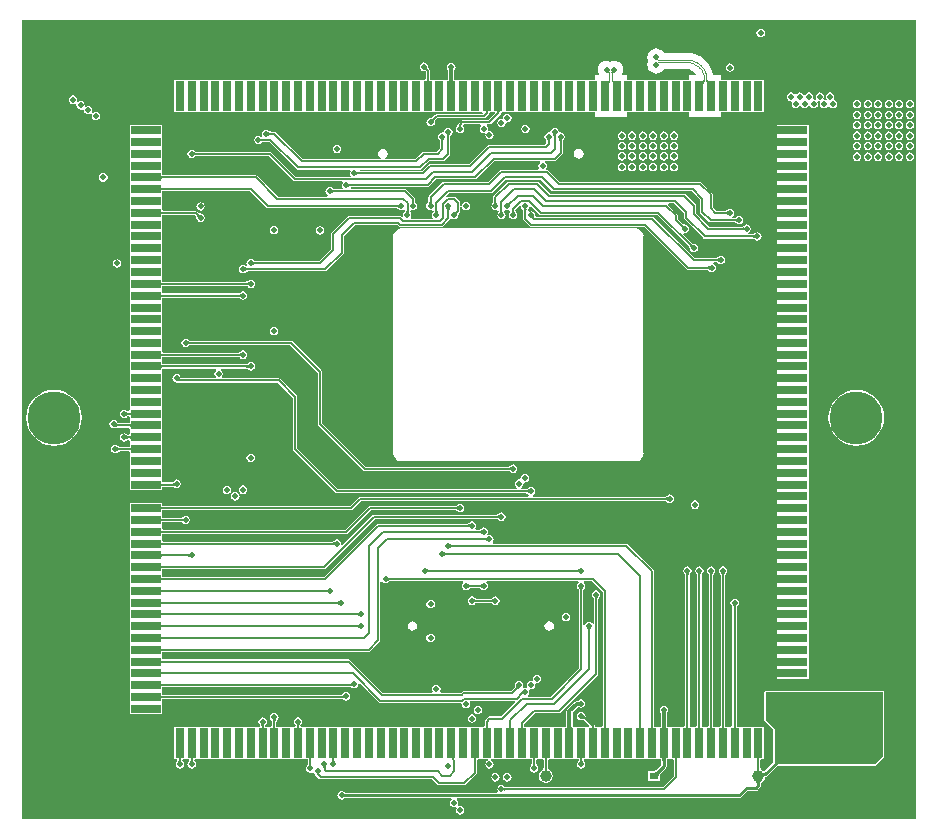
<source format=gtl>
%FSTAX23Y23*%
%MOIN*%
%SFA1B1*%

%IPPOS*%
%ADD11C,0.011810*%
%ADD13R,0.031500X0.023620*%
%ADD14C,0.039370*%
%ADD15R,0.098430X0.027560*%
%ADD16R,0.027560X0.098430*%
%ADD23C,0.004610*%
%ADD24C,0.006000*%
%ADD25C,0.010000*%
%ADD26C,0.019680*%
%ADD27C,0.177170*%
%ADD28C,0.019680*%
%LNmod_duo_x_g3399-1*%
%LPD*%
G36*
X01678Y-00643D02*
X-013D01*
Y02021*
X01678*
Y-00643*
G37*
%LNmod_duo_x_g3399-2*%
%LPC*%
G36*
X01161Y01991D02*
X01156Y0199D01*
X01151Y01987*
X01148Y01983*
X01147Y01977*
X01148Y01972*
X01151Y01967*
X01156Y01964*
X01161Y01963*
X01167Y01964*
X01171Y01967*
X01174Y01972*
X01175Y01977*
X01174Y01983*
X01171Y01987*
X01167Y0199*
X01161Y01991*
G37*
G36*
X01058Y01877D02*
X01052Y01875D01*
X01048Y01872*
X01045Y01868*
X01044Y01862*
X01045Y01857*
X01048Y01852*
X01052Y01849*
X01058Y01848*
X01063Y01849*
X01068Y01852*
X01071Y01857*
X01072Y01862*
X01071Y01868*
X01068Y01872*
X01063Y01875*
X01058Y01877*
G37*
G36*
X00813Y01926D02*
X00805Y01925D01*
X00798Y01922*
X00791Y01917*
X00787Y01911*
X00784Y01903*
X00783Y01896*
X00784Y01888*
X00785Y01884*
X00784Y0188*
X00783Y01872*
X00784Y01864*
X00787Y01857*
X00791Y01851*
X00798Y01846*
X00805Y01843*
X00813Y01842*
X0082Y01843*
X00828Y01846*
X00834Y01851*
X00839Y01857*
X00916*
X00917Y01857*
X00925Y01856*
X00933Y01852*
X00936Y0185*
X0094Y01847*
X00943Y01843*
X00944Y01841*
X00942Y01836*
X00923*
Y0182*
X00901*
X00899*
X00894*
X00861*
X0086*
X00856*
X00855*
X00822*
X00821*
X00817*
X00816*
X00782*
X00781*
X00777*
X00776*
X00743*
X00742*
X00738*
X00737*
X00715*
Y01836*
X00702*
X00699Y01841*
X00702Y01847*
X00703Y01855*
X00702Y01863*
X00699Y0187*
X00694Y01876*
X00688Y01881*
X0068Y01884*
X00673Y01885*
X00665Y01884*
X0066Y01882*
X00655Y01883*
X00648Y01884*
X0064Y01883*
X00633Y0188*
X00626Y01876*
X00622Y01869*
X00619Y01862*
X00618Y01854*
X00619Y01847*
X00621Y01841*
X00618Y01836*
X00608*
Y0182*
X00586*
X00584*
X00581*
X00579*
X00546*
X00545*
X00541*
X0054*
X00507*
X00506*
X00502*
X00501*
X00467*
X00466*
X00462*
X00461*
X00428*
X00427*
X00423*
X00422*
X00389*
X00384*
X00383*
X00349*
X00348*
X00343*
X0031*
X00309*
X00305*
X00304*
X00271*
X00269*
X00266*
X00264*
X00231*
X0023*
X00226*
X00225*
X00192*
X00191*
X00187*
X00186*
X00152*
X00151*
X00147*
X00146*
X00142*
X00142Y01821*
X00141Y01821*
X00141Y01821*
X00141*
X00141Y01821*
X00141Y01821*
X00141Y01822*
X0014Y01823*
X0014Y01824*
X0014Y01826*
X0014Y01828*
X0014Y01829*
Y01849*
X0014Y01849*
X0014Y01849*
X0014Y01849*
X0014Y0185*
X0014Y01852*
X0014Y01853*
X0014Y01853*
X0014Y01853*
X0014Y01853*
X0014Y01854*
X0014Y01854*
X00143Y01857*
X00144Y01863*
X00143Y01868*
X0014Y01873*
X00135Y01876*
X0013Y01877*
X00124Y01876*
X0012Y01873*
X00117Y01868*
X00116Y01863*
X00117Y01857*
X00119Y01854*
X00119Y01854*
X00119Y01854*
Y01854*
X00119Y01854*
X00119Y01854*
X00119Y01853*
X00119Y0185*
X00119Y01849*
X0012Y01849*
Y01829*
X00119Y01828*
X00119Y01826*
X00119Y01824*
X00119Y01823*
X00119Y01822*
X00118Y01821*
X00118Y01821*
X00118Y01821*
X00118*
X00118Y01821*
X00117Y01821*
X00117Y0182*
X00113*
X00108*
X00107*
X00074*
X00073*
X00068*
X00058*
X00058Y01821*
X00058Y01821*
X00058Y01822*
X00058Y01823*
Y01852*
X00058Y01854*
X00056Y01857*
X00054Y01859*
X00054Y01859*
X00054Y0186*
X00053Y0186*
X00053Y0186*
X00053Y01861*
X00053Y01861*
X00052Y01862*
X00052Y01863*
X00052Y01863*
X00052Y01864*
X00052Y01865*
X00052Y01865*
X00051Y0187*
X00048Y01875*
X00043Y01878*
X00038Y01879*
X00032Y01878*
X00028Y01875*
X00025Y0187*
X00024Y01865*
X00025Y01859*
X00028Y01855*
X00032Y01852*
X00038Y01851*
X00038Y01851*
X00039Y01851*
X0004Y01851*
X0004Y01851*
X00041Y0185*
X00041Y0185*
X00042Y0185*
X00042Y0185*
X00043Y0185*
X00043Y01849*
X00044Y01849*
X00044Y01849*
Y01825*
X0004Y0182*
X00034*
X00033*
X00029*
X00028*
X-00004*
X-00009*
X-0001*
X-00043*
X-00045*
X-00048*
X-0005*
X-00083*
X-00084*
X-00089*
X-00122*
X-00123*
X-00127*
X-00128*
X-00161*
X-00163*
X-00166*
X-00168*
X-00201*
X-00202*
X-00206*
X-00207*
X-0024*
X-00241*
X-00245*
X-00246*
X-0028*
X-00281*
X-00285*
X-00286*
X-00319*
X-0032*
X-00324*
X-00325*
X-00358*
X-0036*
X-00363*
X-00365*
X-00398*
X-00399*
X-00403*
X-00404*
X-00437*
X-00442*
X-00443*
X-00476*
X-00478*
X-00483*
X-00516*
X-00517*
X-00521*
X-00522*
X-00555*
X-00556*
X-0056*
X-00561*
X-00595*
X-00596*
X-006*
X-00601*
X-00634*
X-00635*
X-00639*
X-0064*
X-00673*
X-00674*
X-00678*
X-00679*
X-00713*
X-00714*
X-00718*
X-00719*
X-00752*
X-00753*
X-00757*
X-00758*
X-00793*
Y01714*
X-00758*
X-00757*
X-00753*
X-00752*
X-00719*
X-00718*
X-00714*
X-00713*
X-00679*
X-00678*
X-00674*
X-00673*
X-0064*
X-00639*
X-00635*
X-00634*
X-00601*
X-006*
X-00596*
X-00595*
X-00561*
X-0056*
X-00556*
X-00555*
X-00522*
X-00521*
X-00517*
X-00516*
X-00483*
X-00481*
X-00476*
X-00443*
X-00438*
X-00437*
X-00404*
X-00403*
X-00399*
X-00398*
X-00365*
X-00363*
X-0036*
X-00358*
X-00325*
X-00324*
X-0032*
X-00319*
X-00286*
X-00285*
X-00281*
X-0028*
X-00246*
X-00245*
X-00241*
X-0024*
X-00207*
X-00206*
X-00202*
X-00201*
X-00168*
X-00166*
X-00163*
X-00161*
X-00128*
X-00127*
X-00123*
X-00122*
X-00089*
X-00088*
X-00083*
X-0005*
X-00048*
X-00045*
X-00043*
X-0001*
X-00005*
X-00004*
X00028*
X00029*
X00033*
X00034*
X00068*
X00069*
X00074*
X00107*
X00112*
X00113*
X00146*
X00147*
X00151*
X00152*
X00186*
X00187*
X00191*
X00192*
X00225*
X00226*
X0023*
X00231*
X00231Y01714*
X00234Y01709*
X00232Y01707*
X00081*
X00078Y01706*
X00076Y01705*
X00067Y01696*
X00066Y01696*
X00066Y01696*
X00066Y01695*
X00065Y01695*
X00065Y01695*
X00064Y01695*
X00064Y01694*
X00063Y01694*
X00062Y01694*
X00062Y01694*
X00061Y01694*
X0006Y01694*
X00055Y01693*
X00051Y0169*
X00048Y01685*
X00047Y0168*
X00048Y01674*
X00051Y0167*
X00055Y01667*
X00061Y01666*
X00066Y01667*
X00071Y0167*
X00074Y01674*
X00075Y0168*
X00075Y0168*
X00075Y01681*
X00075Y01682*
X00075Y01682*
X00075Y01683*
X00075Y01683*
X00076Y01684*
X00076Y01684*
X00076Y01685*
X00076Y01685*
X00077Y01686*
X00077Y01686*
X00084Y01693*
X00238*
X0024Y01693*
X00243Y01695*
X00253Y01705*
X00254Y01707*
X00255Y0171*
X00259Y01714*
X00264*
X00266*
X00269*
X00271*
X00274*
X00276Y01709*
X00254Y01687*
X00167*
X00164Y01686*
X00162Y01685*
X00154Y01677*
X00152Y01675*
X00152Y01673*
X00152Y01672*
X00152Y01672*
X00152Y01671*
X00151Y01671*
X00151Y0167*
X00151Y0167*
X00151Y0167*
X00151Y0167*
X00151Y0167*
X00151Y0167*
X00151Y01669*
X00151Y01669*
X0015Y01669*
X0015Y01669*
X00149Y01668*
X00146Y01663*
X00145Y01658*
X00146Y01652*
X00149Y01648*
X00154Y01645*
X00159Y01644*
X00164Y01645*
X00169Y01648*
X00172Y01652*
X00173Y01658*
X00172Y01663*
X00169Y01668*
X00169Y01671*
X0017Y01672*
X00171Y01673*
X00226*
X00228Y01668*
X00228Y01668*
X00225Y01663*
X00224Y01658*
X00225Y01652*
X00228Y01648*
X00232Y01645*
X00238Y01644*
X0024Y01644*
X00244Y0164*
X00243Y01637*
X00244Y01632*
X00247Y01627*
X00252Y01624*
X00257Y01623*
X00263Y01624*
X00267Y01627*
X0027Y01632*
X00271Y01637*
X0027Y01642*
X00267Y01647*
X00263Y0165*
X00257Y01651*
X00255Y01651*
X00251Y01655*
X00252Y01658*
X00251Y01663*
X00248Y01668*
X00248Y01668*
X00249Y01673*
X00257*
X0026Y01673*
X00262Y01675*
X00292Y01705*
X00294Y01707*
X00294Y0171*
X00298Y01714*
X00304*
X00305*
X00309*
X0031*
X00343*
X00344*
X00349*
X00383*
X00388*
X00389*
X00422*
X00423*
X00427*
X00428*
X00461*
X00462*
X00466*
X00467*
X00501*
X00502*
X00506*
X00507*
X0054*
X00541*
X00545*
X00546*
X00579*
X00581*
X00584*
X00586*
X00608*
Y01698*
X00715*
Y01714*
X00737*
X00738*
X00742*
X00743*
X00776*
X00777*
X00781*
X00782*
X00816*
X00817*
X00821*
X00822*
X00855*
X00856*
X0086*
X00861*
X00894*
X00896*
X00901*
X00923*
Y01698*
X0103*
Y01714*
X01052*
X01057*
X01058*
X01091*
X01092*
X01096*
X01097*
X01131*
X01132*
X01136*
X01137*
X01171*
Y0182*
X01137*
X01136*
X01132*
X01131*
X01097*
X01096*
X01092*
X01091*
X01058*
X01053*
X01052*
X0103*
Y01836*
X01002*
X01002Y01841*
X00997Y01857*
X00989Y01872*
X00978Y01885*
X00978Y01885*
X00978Y01885*
X00978Y01885*
X00965Y01896*
X0095Y01904*
X00933Y01909*
X00916Y01911*
X00916Y01911*
X00839*
X00834Y01917*
X00828Y01922*
X0082Y01925*
X00813Y01926*
G37*
G36*
X01393Y01779D02*
X01387Y01778D01*
X01383Y01775*
X0138Y0177*
X01379Y01765*
X0138Y01759*
X01382Y01757*
X01378Y01753*
X01378Y01753*
X01373Y01754*
X0137Y01759*
X01371Y01759*
X01372Y01765*
X01371Y0177*
X01368Y01775*
X01363Y01778*
X01358Y01779*
X01352Y01778*
X01348Y01775*
X01345Y0177*
X01344Y01765*
X01345Y01759*
X01347Y01757*
X01343Y01753*
X01343Y01753*
X01338Y01754*
X01335Y01759*
X01336Y01759*
X01337Y01765*
X01336Y0177*
X01333Y01775*
X01328Y01778*
X01323Y01779*
X01317Y01778*
X01313Y01775*
X0131Y0177*
X01309Y01769*
X01304*
X01304Y0177*
X01301Y01775*
X01297Y01778*
X01291Y01779*
X01286Y01778*
X01281Y01775*
X0128Y01773*
X01274*
X01273Y01775*
X01268Y01778*
X01263Y01779*
X01257Y01778*
X01253Y01775*
X0125Y0177*
X01249Y01765*
X0125Y01759*
X01253Y01755*
X01257Y01752*
X01263Y01751*
X01265Y01746*
X01265Y01745*
X01264Y0174*
X01265Y01734*
X01268Y0173*
X01272Y01727*
X01278Y01726*
X01283Y01727*
X01288Y0173*
X0129Y01733*
X01291Y01734*
X01294*
X01295Y01733*
X01298Y0173*
X01302Y01727*
X01308Y01726*
X01313Y01727*
X01318Y0173*
X0132Y01733*
X01321Y01734*
X01324*
X01325Y01733*
X01328Y0173*
X01332Y01727*
X01338Y01726*
X01343Y01727*
X01348Y0173*
X01351Y01734*
X01352Y0174*
X01351Y01745*
X01349Y01748*
X01352Y01752*
X01352Y01752*
X01358Y01751*
X0136Y01746*
X0136Y01745*
X01359Y0174*
X0136Y01734*
X01363Y0173*
X01367Y01727*
X01373Y01726*
X01378Y01727*
X01383Y0173*
X01385Y01733*
X01386Y01734*
X01389*
X0139Y01733*
X01393Y0173*
X01397Y01727*
X01403Y01726*
X01408Y01727*
X01413Y0173*
X01416Y01734*
X01417Y0174*
X01416Y01745*
X01413Y0175*
X01408Y01753*
X01407Y01753*
X01405Y01759*
X01406Y01759*
X01407Y01765*
X01406Y0177*
X01403Y01775*
X01398Y01778*
X01393Y01779*
G37*
G36*
X01658Y01755D02*
X01652Y01753D01*
X01648Y0175*
X01645Y01746*
X01644Y0174*
X01645Y01735*
X01648Y0173*
X01652Y01727*
X01658Y01726*
X01663Y01727*
X01668Y0173*
X01671Y01735*
X01672Y0174*
X01671Y01746*
X01668Y0175*
X01663Y01753*
X01658Y01755*
G37*
G36*
X01623D02*
X01617Y01753D01*
X01613Y0175*
X0161Y01746*
X01609Y0174*
X0161Y01735*
X01613Y0173*
X01617Y01727*
X01623Y01726*
X01628Y01727*
X01633Y0173*
X01636Y01735*
X01637Y0174*
X01636Y01746*
X01633Y0175*
X01628Y01753*
X01623Y01755*
G37*
G36*
X01588D02*
X01582Y01753D01*
X01578Y0175*
X01575Y01746*
X01574Y0174*
X01575Y01735*
X01578Y0173*
X01582Y01727*
X01588Y01726*
X01593Y01727*
X01598Y0173*
X01601Y01735*
X01602Y0174*
X01601Y01746*
X01598Y0175*
X01593Y01753*
X01588Y01755*
G37*
G36*
X01553D02*
X01547Y01753D01*
X01543Y0175*
X0154Y01746*
X01539Y0174*
X0154Y01735*
X01543Y0173*
X01547Y01727*
X01553Y01726*
X01558Y01727*
X01563Y0173*
X01566Y01735*
X01567Y0174*
X01566Y01746*
X01563Y0175*
X01558Y01753*
X01553Y01755*
G37*
G36*
X01518D02*
X01512Y01753D01*
X01508Y0175*
X01505Y01746*
X01504Y0174*
X01505Y01735*
X01508Y0173*
X01512Y01727*
X01518Y01726*
X01523Y01727*
X01528Y0173*
X01531Y01735*
X01532Y0174*
X01531Y01746*
X01528Y0175*
X01523Y01753*
X01518Y01755*
G37*
G36*
X01483D02*
X01477Y01753D01*
X01473Y0175*
X0147Y01746*
X01469Y0174*
X0147Y01735*
X01473Y0173*
X01477Y01727*
X01483Y01726*
X01488Y01727*
X01493Y0173*
X01496Y01735*
X01497Y0174*
X01496Y01746*
X01493Y0175*
X01488Y01753*
X01483Y01755*
G37*
G36*
X00316Y01708D02*
X00311Y01706D01*
X00306Y01703*
X00303Y01699*
X00302Y01693*
X00298Y01691*
X00297Y01691*
X00291Y0169*
X00287Y01687*
X00284Y01683*
X00283Y01677*
X00284Y01672*
X00287Y01667*
X00291Y01664*
X00297Y01663*
X00302Y01664*
X00307Y01667*
X0031Y01672*
X00311Y01677*
X00316Y0168*
X00316Y01679*
X00322Y0168*
X00326Y01683*
X00329Y01688*
X00331Y01693*
X00329Y01699*
X00326Y01703*
X00322Y01706*
X00316Y01708*
G37*
G36*
X01658Y01718D02*
X01652Y01717D01*
X01648Y01714*
X01645Y0171*
X01644Y01704*
X01645Y01699*
X01648Y01694*
X01652Y01691*
X01658Y0169*
X01663Y01691*
X01668Y01694*
X01671Y01699*
X01672Y01704*
X01671Y0171*
X01668Y01714*
X01663Y01717*
X01658Y01718*
G37*
G36*
X01623D02*
X01617Y01717D01*
X01613Y01714*
X0161Y0171*
X01609Y01704*
X0161Y01699*
X01613Y01694*
X01617Y01691*
X01623Y0169*
X01628Y01691*
X01633Y01694*
X01636Y01699*
X01637Y01704*
X01636Y0171*
X01633Y01714*
X01628Y01717*
X01623Y01718*
G37*
G36*
X01588D02*
X01582Y01717D01*
X01578Y01714*
X01575Y0171*
X01574Y01704*
X01575Y01699*
X01578Y01694*
X01582Y01691*
X01588Y0169*
X01593Y01691*
X01598Y01694*
X01601Y01699*
X01602Y01704*
X01601Y0171*
X01598Y01714*
X01593Y01717*
X01588Y01718*
G37*
G36*
X01553D02*
X01547Y01717D01*
X01543Y01714*
X0154Y0171*
X01539Y01704*
X0154Y01699*
X01543Y01694*
X01547Y01691*
X01553Y0169*
X01558Y01691*
X01563Y01694*
X01566Y01699*
X01567Y01704*
X01566Y0171*
X01563Y01714*
X01558Y01717*
X01553Y01718*
G37*
G36*
X01518D02*
X01512Y01717D01*
X01508Y01714*
X01505Y0171*
X01504Y01704*
X01505Y01699*
X01508Y01694*
X01512Y01691*
X01518Y0169*
X01523Y01691*
X01528Y01694*
X01531Y01699*
X01532Y01704*
X01531Y0171*
X01528Y01714*
X01523Y01717*
X01518Y01718*
G37*
G36*
X01483D02*
X01477Y01717D01*
X01473Y01714*
X0147Y0171*
X01469Y01704*
X0147Y01699*
X01473Y01694*
X01477Y01691*
X01483Y0169*
X01488Y01691*
X01493Y01694*
X01496Y01699*
X01497Y01704*
X01496Y0171*
X01493Y01714*
X01488Y01717*
X01483Y01718*
G37*
G36*
X-01132Y01769D02*
X-01137Y01768D01*
X-01142Y01765*
X-01145Y0176*
X-01146Y01755*
X-01145Y01749*
X-01142Y01745*
X-01137Y01742*
X-01132Y01741*
X-01126Y01742*
X-01124Y01744*
X-01123Y01743*
X-0112Y0174*
X-0112Y01736*
X-01119Y01731*
X-01116Y01726*
X-01112Y01723*
X-01106Y01722*
X-01101Y01723*
X-01099Y01724*
X-01095Y01721*
X-01095Y0172*
X-01094Y01714*
X-01091Y0171*
X-01086Y01707*
X-01081Y01706*
X-01075Y01707*
X-01072Y01709*
X-01071Y0171*
X-01067Y01707*
X-01068Y01705*
X-01069Y017*
X-01068Y01694*
X-01065Y0169*
X-01061Y01687*
X-01055Y01686*
X-0105Y01687*
X-01045Y0169*
X-01042Y01694*
X-01041Y017*
X-01042Y01705*
X-01045Y0171*
X-0105Y01713*
X-01055Y01714*
X-01061Y01713*
X-01064Y01711*
X-01065Y0171*
X-01069Y01713*
X-01068Y01714*
X-01067Y0172*
X-01068Y01725*
X-01071Y0173*
X-01075Y01733*
X-01081Y01734*
X-01086Y01733*
X-01088Y01732*
X-01093Y01735*
X-01092Y01736*
X-01093Y01742*
X-01096Y01746*
X-01101Y01749*
X-01106Y0175*
X-01112Y01749*
X-01115Y01747*
X-01116Y01748*
X-01119Y01751*
X-01118Y01755*
X-01119Y0176*
X-01122Y01765*
X-01126Y01768*
X-01132Y01769*
G37*
G36*
X01658Y01684D02*
X01652Y01683D01*
X01648Y0168*
X01645Y01675*
X01644Y0167*
X01645Y01664*
X01648Y0166*
X01652Y01657*
X01658Y01656*
X01663Y01657*
X01668Y0166*
X01671Y01664*
X01672Y0167*
X01671Y01675*
X01668Y0168*
X01663Y01683*
X01658Y01684*
G37*
G36*
X01623D02*
X01617Y01683D01*
X01613Y0168*
X0161Y01675*
X01609Y0167*
X0161Y01664*
X01613Y0166*
X01617Y01657*
X01623Y01656*
X01628Y01657*
X01633Y0166*
X01636Y01664*
X01637Y0167*
X01636Y01675*
X01633Y0168*
X01628Y01683*
X01623Y01684*
G37*
G36*
X01588D02*
X01582Y01683D01*
X01578Y0168*
X01575Y01675*
X01574Y0167*
X01575Y01664*
X01578Y0166*
X01582Y01657*
X01588Y01656*
X01593Y01657*
X01598Y0166*
X01601Y01664*
X01602Y0167*
X01601Y01675*
X01598Y0168*
X01593Y01683*
X01588Y01684*
G37*
G36*
X01553D02*
X01547Y01683D01*
X01543Y0168*
X0154Y01675*
X01539Y0167*
X0154Y01664*
X01543Y0166*
X01547Y01657*
X01553Y01656*
X01558Y01657*
X01563Y0166*
X01566Y01664*
X01567Y0167*
X01566Y01675*
X01563Y0168*
X01558Y01683*
X01553Y01684*
G37*
G36*
X01518D02*
X01512Y01683D01*
X01508Y0168*
X01505Y01675*
X01504Y0167*
X01505Y01664*
X01508Y0166*
X01512Y01657*
X01518Y01656*
X01523Y01657*
X01528Y0166*
X01531Y01664*
X01532Y0167*
X01531Y01675*
X01528Y0168*
X01523Y01683*
X01518Y01684*
G37*
G36*
X01483D02*
X01477Y01683D01*
X01473Y0168*
X0147Y01675*
X01469Y0167*
X0147Y01664*
X01473Y0166*
X01477Y01657*
X01483Y01656*
X01488Y01657*
X01493Y0166*
X01496Y01664*
X01497Y0167*
X01496Y01675*
X01493Y0168*
X01488Y01683*
X01483Y01684*
G37*
G36*
X00377Y01672D02*
X00371Y01671D01*
X00367Y01668*
X00364Y01663*
X00363Y01658*
X00364Y01652*
X00367Y01648*
X00371Y01645*
X00377Y01644*
X00382Y01645*
X00387Y01648*
X0039Y01652*
X00391Y01658*
X0039Y01663*
X00387Y01668*
X00382Y01671*
X00377Y01672*
G37*
G36*
X01658Y0165D02*
X01652Y01648D01*
X01648Y01645*
X01645Y01641*
X01644Y01635*
X01645Y0163*
X01648Y01625*
X01652Y01622*
X01658Y01621*
X01663Y01622*
X01668Y01625*
X01671Y0163*
X01672Y01635*
X01671Y01641*
X01668Y01645*
X01663Y01648*
X01658Y0165*
G37*
G36*
X01623D02*
X01617Y01648D01*
X01613Y01645*
X0161Y01641*
X01609Y01635*
X0161Y0163*
X01613Y01625*
X01617Y01622*
X01623Y01621*
X01628Y01622*
X01633Y01625*
X01636Y0163*
X01637Y01635*
X01636Y01641*
X01633Y01645*
X01628Y01648*
X01623Y0165*
G37*
G36*
X01588D02*
X01582Y01648D01*
X01578Y01645*
X01575Y01641*
X01574Y01635*
X01575Y0163*
X01578Y01625*
X01582Y01622*
X01588Y01621*
X01593Y01622*
X01598Y01625*
X01601Y0163*
X01602Y01635*
X01601Y01641*
X01598Y01645*
X01593Y01648*
X01588Y0165*
G37*
G36*
X01553D02*
X01547Y01648D01*
X01543Y01645*
X0154Y01641*
X01539Y01635*
X0154Y0163*
X01543Y01625*
X01547Y01622*
X01553Y01621*
X01558Y01622*
X01563Y01625*
X01566Y0163*
X01567Y01635*
X01566Y01641*
X01563Y01645*
X01558Y01648*
X01553Y0165*
G37*
G36*
X01518D02*
X01512Y01648D01*
X01508Y01645*
X01505Y01641*
X01504Y01635*
X01505Y0163*
X01508Y01625*
X01512Y01622*
X01518Y01621*
X01523Y01622*
X01528Y01625*
X01531Y0163*
X01532Y01635*
X01531Y01641*
X01528Y01645*
X01523Y01648*
X01518Y0165*
G37*
G36*
X01483D02*
X01477Y01648D01*
X01473Y01645*
X0147Y01641*
X01469Y01635*
X0147Y0163*
X01473Y01625*
X01477Y01622*
X01483Y01621*
X01488Y01622*
X01493Y01625*
X01496Y0163*
X01497Y01635*
X01496Y01641*
X01493Y01645*
X01488Y01648*
X01483Y0165*
G37*
G36*
X00873Y01649D02*
X00867Y01648D01*
X00863Y01645*
X0086Y0164*
X00859Y01635*
X0086Y01629*
X00863Y01625*
X00867Y01622*
X00873Y01621*
X00878Y01622*
X00883Y01625*
X00886Y01629*
X00887Y01635*
X00886Y0164*
X00883Y01645*
X00878Y01648*
X00873Y01649*
G37*
G36*
X00838D02*
X00832Y01648D01*
X00828Y01645*
X00825Y0164*
X00824Y01635*
X00825Y01629*
X00828Y01625*
X00832Y01622*
X00838Y01621*
X00843Y01622*
X00848Y01625*
X00851Y01629*
X00852Y01635*
X00851Y0164*
X00848Y01645*
X00843Y01648*
X00838Y01649*
G37*
G36*
X00803D02*
X00797Y01648D01*
X00793Y01645*
X0079Y0164*
X00789Y01635*
X0079Y01629*
X00793Y01625*
X00797Y01622*
X00803Y01621*
X00808Y01622*
X00813Y01625*
X00816Y01629*
X00817Y01635*
X00816Y0164*
X00813Y01645*
X00808Y01648*
X00803Y01649*
G37*
G36*
X00768D02*
X00762Y01648D01*
X00758Y01645*
X00755Y0164*
X00754Y01635*
X00755Y01629*
X00758Y01625*
X00762Y01622*
X00768Y01621*
X00773Y01622*
X00778Y01625*
X00781Y01629*
X00782Y01635*
X00781Y0164*
X00778Y01645*
X00773Y01648*
X00768Y01649*
G37*
G36*
X00733D02*
X00727Y01648D01*
X00723Y01645*
X0072Y0164*
X00719Y01635*
X0072Y01629*
X00723Y01625*
X00727Y01622*
X00733Y01621*
X00738Y01622*
X00743Y01625*
X00746Y01629*
X00747Y01635*
X00746Y0164*
X00743Y01645*
X00738Y01648*
X00733Y01649*
G37*
G36*
X00698D02*
X00692Y01648D01*
X00688Y01645*
X00685Y0164*
X00684Y01635*
X00685Y01629*
X00688Y01625*
X00692Y01622*
X00698Y01621*
X00703Y01622*
X00708Y01625*
X00711Y01629*
X00712Y01635*
X00711Y0164*
X00708Y01645*
X00703Y01648*
X00698Y01649*
G37*
G36*
X01658Y01615D02*
X01652Y01614D01*
X01648Y01611*
X01645Y01606*
X01644Y01601*
X01645Y01596*
X01648Y01591*
X01652Y01588*
X01658Y01587*
X01663Y01588*
X01668Y01591*
X01671Y01596*
X01672Y01601*
X01671Y01606*
X01668Y01611*
X01663Y01614*
X01658Y01615*
G37*
G36*
X01623D02*
X01617Y01614D01*
X01613Y01611*
X0161Y01606*
X01609Y01601*
X0161Y01596*
X01613Y01591*
X01617Y01588*
X01623Y01587*
X01628Y01588*
X01633Y01591*
X01636Y01596*
X01637Y01601*
X01636Y01606*
X01633Y01611*
X01628Y01614*
X01623Y01615*
G37*
G36*
X01588D02*
X01582Y01614D01*
X01578Y01611*
X01575Y01606*
X01574Y01601*
X01575Y01596*
X01578Y01591*
X01582Y01588*
X01588Y01587*
X01593Y01588*
X01598Y01591*
X01601Y01596*
X01602Y01601*
X01601Y01606*
X01598Y01611*
X01593Y01614*
X01588Y01615*
G37*
G36*
X01553D02*
X01547Y01614D01*
X01543Y01611*
X0154Y01606*
X01539Y01601*
X0154Y01596*
X01543Y01591*
X01547Y01588*
X01553Y01587*
X01558Y01588*
X01563Y01591*
X01566Y01596*
X01567Y01601*
X01566Y01606*
X01563Y01611*
X01558Y01614*
X01553Y01615*
G37*
G36*
X01518D02*
X01512Y01614D01*
X01508Y01611*
X01505Y01606*
X01504Y01601*
X01505Y01596*
X01508Y01591*
X01512Y01588*
X01518Y01587*
X01523Y01588*
X01528Y01591*
X01531Y01596*
X01532Y01601*
X01531Y01606*
X01528Y01611*
X01523Y01614*
X01518Y01615*
G37*
G36*
X01483D02*
X01477Y01614D01*
X01473Y01611*
X0147Y01606*
X01469Y01601*
X0147Y01596*
X01473Y01591*
X01477Y01588*
X01483Y01587*
X01488Y01588*
X01493Y01591*
X01496Y01596*
X01497Y01601*
X01496Y01606*
X01493Y01611*
X01488Y01614*
X01483Y01615*
G37*
G36*
X00873Y01615D02*
X00867Y01613D01*
X00863Y0161*
X0086Y01606*
X00859Y016*
X0086Y01595*
X00863Y0159*
X00867Y01587*
X00873Y01586*
X00878Y01587*
X00883Y0159*
X00886Y01595*
X00887Y016*
X00886Y01606*
X00883Y0161*
X00878Y01613*
X00873Y01615*
G37*
G36*
X00838D02*
X00832Y01613D01*
X00828Y0161*
X00825Y01606*
X00824Y016*
X00825Y01595*
X00828Y0159*
X00832Y01587*
X00838Y01586*
X00843Y01587*
X00848Y0159*
X00851Y01595*
X00852Y016*
X00851Y01606*
X00848Y0161*
X00843Y01613*
X00838Y01615*
G37*
G36*
X00803D02*
X00797Y01613D01*
X00793Y0161*
X0079Y01606*
X00789Y016*
X0079Y01595*
X00793Y0159*
X00797Y01587*
X00803Y01586*
X00808Y01587*
X00813Y0159*
X00816Y01595*
X00817Y016*
X00816Y01606*
X00813Y0161*
X00808Y01613*
X00803Y01615*
G37*
G36*
X00768D02*
X00762Y01613D01*
X00758Y0161*
X00755Y01606*
X00754Y016*
X00755Y01595*
X00758Y0159*
X00762Y01587*
X00768Y01586*
X00773Y01587*
X00778Y0159*
X00781Y01595*
X00782Y016*
X00781Y01606*
X00778Y0161*
X00773Y01613*
X00768Y01615*
G37*
G36*
X00733D02*
X00727Y01613D01*
X00723Y0161*
X0072Y01606*
X00719Y016*
X0072Y01595*
X00723Y0159*
X00727Y01587*
X00733Y01586*
X00738Y01587*
X00743Y0159*
X00746Y01595*
X00747Y016*
X00746Y01606*
X00743Y0161*
X00738Y01613*
X00733Y01615*
G37*
G36*
X00698D02*
X00692Y01613D01*
X00688Y0161*
X00685Y01606*
X00684Y016*
X00685Y01595*
X00688Y0159*
X00692Y01587*
X00698Y01586*
X00703Y01587*
X00708Y0159*
X00711Y01595*
X00712Y016*
X00711Y01606*
X00708Y0161*
X00703Y01613*
X00698Y01615*
G37*
G36*
X-00251Y01605D02*
X-00257Y01604D01*
X-00261Y01601*
X-00264Y01596*
X-00265Y01591*
X-00264Y01586*
X-00261Y01581*
X-00257Y01578*
X-00251Y01577*
X-00246Y01578*
X-00241Y01581*
X-00238Y01586*
X-00237Y01591*
X-00238Y01596*
X-00241Y01601*
X-00246Y01604*
X-00251Y01605*
G37*
G36*
X00555Y0159D02*
X00548Y01589D01*
X00543Y01586*
X0054Y0158*
X00538Y01574*
X0054Y01568*
X00543Y01563*
X00548Y01559*
X00555Y01558*
X00561Y01559*
X00566Y01563*
X00569Y01568*
X00571Y01574*
X00569Y0158*
X00566Y01586*
X00561Y01589*
X00555Y0159*
G37*
G36*
X00873Y0158D02*
X00867Y01579D01*
X00863Y01576*
X0086Y01571*
X00859Y01566*
X0086Y01561*
X00863Y01556*
X00867Y01553*
X00873Y01552*
X00878Y01553*
X00883Y01556*
X00886Y01561*
X00887Y01566*
X00886Y01571*
X00883Y01576*
X00878Y01579*
X00873Y0158*
G37*
G36*
X00838D02*
X00832Y01579D01*
X00828Y01576*
X00825Y01571*
X00824Y01566*
X00825Y01561*
X00828Y01556*
X00832Y01553*
X00838Y01552*
X00843Y01553*
X00848Y01556*
X00851Y01561*
X00852Y01566*
X00851Y01571*
X00848Y01576*
X00843Y01579*
X00838Y0158*
G37*
G36*
X00803D02*
X00797Y01579D01*
X00793Y01576*
X0079Y01571*
X00789Y01566*
X0079Y01561*
X00793Y01556*
X00797Y01553*
X00803Y01552*
X00808Y01553*
X00813Y01556*
X00816Y01561*
X00817Y01566*
X00816Y01571*
X00813Y01576*
X00808Y01579*
X00803Y0158*
G37*
G36*
X00768D02*
X00762Y01579D01*
X00758Y01576*
X00755Y01571*
X00754Y01566*
X00755Y01561*
X00758Y01556*
X00762Y01553*
X00768Y01552*
X00773Y01553*
X00778Y01556*
X00781Y01561*
X00782Y01566*
X00781Y01571*
X00778Y01576*
X00773Y01579*
X00768Y0158*
G37*
G36*
X00733D02*
X00727Y01579D01*
X00723Y01576*
X0072Y01571*
X00719Y01566*
X0072Y01561*
X00723Y01556*
X00727Y01553*
X00733Y01552*
X00738Y01553*
X00743Y01556*
X00746Y01561*
X00747Y01566*
X00746Y01571*
X00743Y01576*
X00738Y01579*
X00733Y0158*
G37*
G36*
X00698D02*
X00692Y01579D01*
X00688Y01576*
X00685Y01571*
X00684Y01566*
X00685Y01561*
X00688Y01556*
X00692Y01553*
X00698Y01552*
X00703Y01553*
X00708Y01556*
X00711Y01561*
X00712Y01566*
X00711Y01571*
X00708Y01576*
X00703Y01579*
X00698Y0158*
G37*
G36*
X01658Y01579D02*
X01652Y01578D01*
X01648Y01575*
X01645Y0157*
X01644Y01565*
X01645Y01559*
X01648Y01555*
X01652Y01552*
X01658Y01551*
X01663Y01552*
X01668Y01555*
X01671Y01559*
X01672Y01565*
X01671Y0157*
X01668Y01575*
X01663Y01578*
X01658Y01579*
G37*
G36*
X01623D02*
X01617Y01578D01*
X01613Y01575*
X0161Y0157*
X01609Y01565*
X0161Y01559*
X01613Y01555*
X01617Y01552*
X01623Y01551*
X01628Y01552*
X01633Y01555*
X01636Y01559*
X01637Y01565*
X01636Y0157*
X01633Y01575*
X01628Y01578*
X01623Y01579*
G37*
G36*
X01588D02*
X01582Y01578D01*
X01578Y01575*
X01575Y0157*
X01574Y01565*
X01575Y01559*
X01578Y01555*
X01582Y01552*
X01588Y01551*
X01593Y01552*
X01598Y01555*
X01601Y01559*
X01602Y01565*
X01601Y0157*
X01598Y01575*
X01593Y01578*
X01588Y01579*
G37*
G36*
X01553D02*
X01547Y01578D01*
X01543Y01575*
X0154Y0157*
X01539Y01565*
X0154Y01559*
X01543Y01555*
X01547Y01552*
X01553Y01551*
X01558Y01552*
X01563Y01555*
X01566Y01559*
X01567Y01565*
X01566Y0157*
X01563Y01575*
X01558Y01578*
X01553Y01579*
G37*
G36*
X01518D02*
X01512Y01578D01*
X01508Y01575*
X01505Y0157*
X01504Y01565*
X01505Y01559*
X01508Y01555*
X01512Y01552*
X01518Y01551*
X01523Y01552*
X01528Y01555*
X01531Y01559*
X01532Y01565*
X01531Y0157*
X01528Y01575*
X01523Y01578*
X01518Y01579*
G37*
G36*
X01483D02*
X01477Y01578D01*
X01473Y01575*
X0147Y0157*
X01469Y01565*
X0147Y01559*
X01473Y01555*
X01477Y01552*
X01483Y01551*
X01488Y01552*
X01493Y01555*
X01496Y01559*
X01497Y01565*
X01496Y0157*
X01493Y01575*
X01488Y01578*
X01483Y01579*
G37*
G36*
X00873Y01544D02*
X00867Y01543D01*
X00863Y0154*
X0086Y01535*
X00859Y0153*
X0086Y01524*
X00863Y0152*
X00867Y01517*
X00873Y01516*
X00878Y01517*
X00883Y0152*
X00886Y01524*
X00887Y0153*
X00886Y01535*
X00883Y0154*
X00878Y01543*
X00873Y01544*
G37*
G36*
X00838D02*
X00832Y01543D01*
X00828Y0154*
X00825Y01535*
X00824Y0153*
X00825Y01524*
X00828Y0152*
X00832Y01517*
X00838Y01516*
X00843Y01517*
X00848Y0152*
X00851Y01524*
X00852Y0153*
X00851Y01535*
X00848Y0154*
X00843Y01543*
X00838Y01544*
G37*
G36*
X00803D02*
X00797Y01543D01*
X00793Y0154*
X0079Y01535*
X00789Y0153*
X0079Y01524*
X00793Y0152*
X00797Y01517*
X00803Y01516*
X00808Y01517*
X00813Y0152*
X00816Y01524*
X00817Y0153*
X00816Y01535*
X00813Y0154*
X00808Y01543*
X00803Y01544*
G37*
G36*
X00768D02*
X00762Y01543D01*
X00758Y0154*
X00755Y01535*
X00754Y0153*
X00755Y01524*
X00758Y0152*
X00762Y01517*
X00768Y01516*
X00773Y01517*
X00778Y0152*
X00781Y01524*
X00782Y0153*
X00781Y01535*
X00778Y0154*
X00773Y01543*
X00768Y01544*
G37*
G36*
X00733D02*
X00727Y01543D01*
X00723Y0154*
X0072Y01535*
X00719Y0153*
X0072Y01524*
X00723Y0152*
X00727Y01517*
X00733Y01516*
X00738Y01517*
X00743Y0152*
X00746Y01524*
X00747Y0153*
X00746Y01535*
X00743Y0154*
X00738Y01543*
X00733Y01544*
G37*
G36*
X00698D02*
X00692Y01543D01*
X00688Y0154*
X00685Y01535*
X00684Y0153*
X00685Y01524*
X00688Y0152*
X00692Y01517*
X00698Y01516*
X00703Y01517*
X00708Y0152*
X00711Y01524*
X00712Y0153*
X00711Y01535*
X00708Y0154*
X00703Y01543*
X00698Y01544*
G37*
G36*
X-0103Y0151D02*
X-01035Y01509D01*
X-0104Y01506*
X-01043Y01501*
X-01044Y01496*
X-01043Y0149*
X-0104Y01486*
X-01035Y01482*
X-0103Y01481*
X-01024Y01482*
X-0102Y01486*
X-01016Y0149*
X-01015Y01496*
X-01016Y01501*
X-0102Y01506*
X-01024Y01509*
X-0103Y0151*
G37*
G36*
X-00706Y01413D02*
X-00712Y01412D01*
X-00716Y01409*
X-00719Y01404*
X-0072Y01399*
X-00719Y01393*
X-00716Y01389*
X-00712Y01386*
X-00706Y01385*
X-00701Y01386*
X-00696Y01389*
X-00693Y01393*
X-00692Y01399*
X-00693Y01404*
X-00696Y01409*
X-00701Y01412*
X-00706Y01413*
G37*
G36*
X-00836Y01671D02*
X-00942D01*
Y01636*
Y01635*
Y0163*
Y01597*
Y01592*
Y01591*
Y01558*
Y01556*
Y01553*
Y01551*
Y01518*
Y01517*
Y01513*
Y01512*
Y01478*
Y01474*
Y0144*
Y01438*
Y01435*
Y01433*
Y014*
Y01399*
Y01395*
Y01394*
Y01361*
Y0136*
Y01355*
Y01321*
Y01316*
Y01315*
Y01282*
Y01281*
Y01277*
Y01276*
Y01243*
Y01242*
Y01238*
Y01237*
Y01203*
Y01202*
Y01198*
Y01197*
Y01164*
Y01163*
Y01159*
Y01158*
Y01125*
Y01123*
Y0112*
Y01118*
Y01085*
Y01084*
Y01079*
Y01046*
Y01041*
Y0104*
Y01006*
Y01005*
Y01001*
Y01*
Y00967*
Y00966*
Y00962*
Y00961*
Y00928*
Y00927*
Y00923*
Y00922*
Y00888*
Y00887*
Y00883*
Y00882*
Y00849*
Y00848*
Y00844*
Y00843*
Y0081*
Y00808*
Y00803*
Y0077*
Y00765*
Y00764*
Y00731*
Y0073*
Y00726*
Y00725*
Y0072*
X-00943Y00719*
X-00944Y00718*
X-00944Y00717*
X-00944Y00717*
X-00947Y00716*
X-00947Y00716*
X-00948Y00716*
X-00948Y00717*
X-00949Y00717*
X-0095Y00718*
X-0095Y00718*
X-0095Y00718*
X-00955Y00721*
X-0096Y00722*
X-00966Y00721*
X-0097Y00718*
X-00973Y00714*
X-00974Y00708*
X-00973Y00703*
X-0097Y00698*
X-00966Y00695*
X-0096Y00694*
X-00955Y00695*
X-0095Y00698*
X-0095Y00698*
X-0095Y00699*
X-00949Y00699*
X-00948Y007*
X-00948Y007*
X-00947Y007*
X-00947Y007*
X-00944Y00699*
X-00944Y00699*
X-00944Y00699*
X-00943Y00698*
X-00942Y00697*
Y00692*
Y0069*
Y00685*
Y00676*
X-00942Y00676*
X-00943Y00676*
X-00944Y00676*
X-00945Y00676*
X-00979*
X-0098Y00676*
X-00983Y00679*
X-00986Y00683*
X-00991Y00686*
X-00996Y00687*
X-01001Y00686*
X-01006Y00683*
X-01009Y00679*
X-0101Y00673*
X-01009Y00668*
X-01006Y00663*
X-01001Y0066*
X-00996Y00659*
X-00992Y0066*
X-00991Y0066*
X-00991Y0066*
X-00991Y0066*
X-0099Y0066*
X-0099Y0066*
X-00987Y00661*
X-00986Y00661*
X-00982Y00661*
X-00981Y00661*
X-00981Y00662*
X-00947*
X-00942Y00658*
Y00652*
Y00651*
Y00647*
Y00646*
Y00641*
X-00943Y0064*
X-00944Y00639*
X-00944Y00639*
X-00944Y00638*
X-00947Y00637*
X-00947Y00637*
X-00948Y00638*
X-00948Y00638*
X-00949Y00638*
X-0095Y00639*
X-0095Y00639*
X-0095Y00639*
X-00955Y00642*
X-0096Y00644*
X-00966Y00642*
X-0097Y00639*
X-00973Y00635*
X-00974Y00629*
X-00973Y00624*
X-0097Y00619*
X-00966Y00616*
X-0096Y00615*
X-00955Y00616*
X-0095Y00619*
X-0095Y00619*
X-0095Y0062*
X-00949Y00621*
X-00948Y00621*
X-00948Y00621*
X-00947Y00622*
X-00947Y00622*
X-00944Y0062*
X-00944Y0062*
X-00944Y0062*
X-00943Y00619*
X-00942Y00618*
Y00613*
Y00608*
Y00607*
Y00597*
X-00942Y00597*
X-00943Y00597*
X-00944Y00597*
X-00945Y00597*
X-00974*
X-00975Y00597*
X-00975Y00597*
X-00976Y00597*
X-00976Y00598*
X-00977Y00598*
X-00977Y00598*
X-00978Y00598*
X-00978Y00599*
X-00979Y00599*
X-00979Y00599*
X-0098Y006*
X-0098Y006*
X-00985Y00603*
X-0099Y00604*
X-00996Y00603*
X-01Y006*
X-01003Y00595*
X-01004Y0059*
X-01003Y00585*
X-01Y0058*
X-00996Y00577*
X-0099Y00576*
X-00985Y00577*
X-0098Y0058*
X-0098Y0058*
X-00979Y00581*
X-00979Y00581*
X-00978Y00582*
X-00978Y00582*
X-00977Y00582*
X-00977Y00582*
X-00976Y00582*
X-00976Y00583*
X-00975Y00583*
X-00975Y00583*
X-00974Y00583*
X-00947*
X-00942Y00579*
Y00573*
Y00572*
Y00568*
Y00567*
Y00534*
Y00533*
Y00529*
Y00528*
Y00495*
Y00493*
Y0049*
Y00488*
Y00454*
X-00836*
Y00464*
X-00836Y00464*
X-00835Y00465*
X-00834Y00465*
X-00833Y00465*
X-00801*
X-008Y00465*
X-008Y00465*
X-00799Y00465*
X-00798Y00464*
X-00798Y00464*
X-00796Y00464*
X-00796Y00464*
X-00794Y00463*
X-00793Y00462*
X-00792Y00462*
X-00792Y00462*
X-00786Y00461*
X-00781Y00462*
X-00776Y00465*
X-00773Y00469*
X-00772Y00475*
X-00773Y0048*
X-00776Y00485*
X-00781Y00488*
X-00786Y00489*
X-00792Y00488*
X-00796Y00485*
X-00798Y00482*
X-00799Y00481*
X-00799Y00481*
X-008Y0048*
X-008Y0048*
X-008Y0048*
X-008Y0048*
X-00801Y0048*
X-00801Y00479*
X-00801Y00479*
X-00802Y00479*
X-00802Y00479*
X-00803Y00479*
X-00831*
X-00836Y00483*
Y00488*
Y0049*
Y00493*
Y00495*
Y00528*
Y00529*
Y00533*
Y00534*
Y00567*
Y00568*
Y00572*
Y00573*
Y00607*
Y00612*
Y00613*
Y00646*
Y00647*
Y00651*
Y00652*
Y00685*
Y00687*
Y00692*
Y00725*
Y00726*
Y0073*
Y00731*
Y00764*
Y00769*
Y0077*
Y00803*
Y00805*
Y0081*
Y00843*
Y00844*
Y00848*
Y00849*
Y00858*
X-00836Y00858*
X-00835Y00858*
X-00834Y00858*
X-00833Y00858*
X-00654*
X-00653Y00853*
X-00656Y00852*
X-00659Y00847*
X-0066Y00842*
X-00659Y00836*
X-00656Y00832*
X-00655Y00831*
X-00657Y00826*
X-00772*
X-00772Y00826*
X-00773Y00832*
X-00776Y00836*
X-00781Y00839*
X-00786Y0084*
X-00792Y00839*
X-00796Y00836*
X-00799Y00832*
X-008Y00826*
X-00799Y00821*
X-00796Y00816*
X-00792Y00813*
X-00786Y00812*
X-00782Y00813*
X-00782Y00813*
X-00779Y00812*
X-00449*
X-00398Y00762*
Y0059*
X-00398Y00587*
X-00396Y00585*
X-00256Y00445*
X-00254Y00443*
X-00251Y00443*
X00379*
X0038Y00443*
X0038Y00443*
X00381Y00442*
X00381Y00442*
X00382Y00442*
X00382Y00442*
X00383Y00442*
X00383Y00441*
X00384Y00441*
X00384Y0044*
X00385Y0044*
X00385Y0044*
X0039Y00437*
X0039Y00437*
X00387Y00432*
X-00174*
X-00177Y00431*
X-00179Y0043*
X-00209Y004*
X-00833*
X-00834Y004*
X-00835Y00401*
X-00836Y00401*
X-00836Y00401*
Y00411*
X-00942*
Y00377*
Y00372*
Y0037*
Y00337*
Y00336*
Y00332*
Y00331*
Y00298*
Y00297*
Y00292*
Y00258*
Y00257*
Y00253*
Y00252*
Y00219*
Y00214*
Y00213*
Y0018*
Y00179*
Y00175*
Y00174*
Y0014*
Y00139*
Y00134*
Y00101*
Y00096*
Y00095*
Y00062*
Y0006*
Y00057*
Y00055*
Y00022*
Y00021*
Y00017*
Y00016*
Y-00016*
Y-00017*
Y-00021*
Y-00022*
Y-00056*
Y-00057*
Y-00061*
Y-00062*
Y-00095*
Y-00096*
Y-00101*
Y-00134*
Y-00135*
Y-00139*
Y-0014*
Y-00174*
Y-00179*
Y-0018*
Y-00213*
Y-00214*
Y-00218*
Y-00219*
Y-00252*
Y-00254*
Y-00257*
Y-00259*
Y-00293*
X-00836*
Y-00259*
Y-00257*
Y-00254*
Y-00252*
Y-00243*
X-00836Y-00243*
X-00835Y-00243*
X-00834Y-00243*
X-00833Y-00243*
X-00236*
X-00236Y-00243*
X-00235Y-00243*
X-00235Y-00243*
X-00234Y-00243*
X-00234Y-00243*
X-00233Y-00244*
X-00232Y-00244*
X-00232Y-00244*
X-0023Y-00245*
X-0023Y-00246*
X-00229Y-00246*
X-00227Y-00247*
X-00221Y-00248*
X-00216Y-00247*
X-00211Y-00244*
X-00208Y-0024*
X-00207Y-00234*
X-00208Y-00229*
X-00211Y-00224*
X-00216Y-00221*
X-00221Y-0022*
X-00227Y-00221*
X-00231Y-00224*
X-00232Y-00226*
X-00233Y-00226*
X-00233Y-00227*
X-00234Y-00227*
X-00234Y-00227*
X-00235Y-00228*
X-00235Y-00228*
X-00235Y-00228*
X-00236Y-00228*
X-00236Y-00228*
X-00236Y-00228*
X-00237Y-00228*
X-00237Y-00229*
X-00238Y-00229*
X-00238Y-00229*
X-00831*
X-00836Y-00225*
Y-00219*
Y-00218*
Y-00214*
Y-00213*
Y-00204*
X-00836Y-00204*
X-00835Y-00204*
X-00834Y-00204*
X-00833Y-00204*
X-00205*
X-00204Y-00203*
X-002Y-00206*
X-00195Y-00207*
X-00189Y-00206*
X-00185Y-00203*
X-00181Y-00199*
X-0018Y-00193*
X-00176Y-00191*
X-00112Y-00254*
X-0011Y-00256*
X-00107Y-00256*
X0016*
X00165Y-00259*
X00165Y-00261*
X00166Y-00265*
X00169Y-00269*
X00173Y-00272*
X00179Y-00273*
X00184Y-00272*
X00189Y-00269*
X00192Y-00265*
X00193Y-00259*
X00192Y-00254*
X00193Y-00251*
X00194Y-00249*
X00341*
X00343Y-00254*
X00296Y-00301*
X00257*
X00255Y-00302*
X00252Y-00303*
X00243Y-00313*
X00241Y-00315*
X00241Y-00318*
Y-00331*
X00237Y-00336*
X00231*
X0023*
X00226*
X00225*
X00192*
X00187*
X00186*
X00152*
X00151*
X00146*
X00113*
X00112*
X00108*
X00107*
X00074*
X00069*
X00068*
X00034*
X00033*
X00028*
X-00004*
X-00005*
X-00009*
X-0001*
X-00043*
X-00045*
X-00048*
X-0005*
X-00083*
X-00088*
X-00089*
X-00122*
X-00123*
X-00128*
X-00161*
X-00163*
X-00166*
X-00168*
X-00201*
X-00206*
X-00207*
X-0024*
X-00241*
X-00246*
X-0028*
X-00281*
X-00285*
X-00286*
X-00319*
X-00324*
X-00325*
X-00358*
X-0036*
X-00363*
X-00365*
X-0037*
X-00371Y-00335*
X-00372Y-00335*
X-00372Y-00334*
X-00372Y-00334*
X-00373Y-00331*
X-00373Y-00331*
X-00373Y-0033*
X-00373Y-0033*
X-00372Y-00329*
X-00372Y-00329*
X-00371Y-00328*
X-00371Y-00328*
X-00368Y-00323*
X-00367Y-00318*
X-00368Y-00313*
X-00371Y-00308*
X-00376Y-00305*
X-00381Y-00304*
X-00387Y-00305*
X-00391Y-00308*
X-00394Y-00313*
X-00395Y-00318*
X-00394Y-00323*
X-00391Y-00328*
X-00391Y-00328*
X-0039Y-00329*
X-0039Y-00329*
X-0039Y-0033*
X-00389Y-0033*
X-00389Y-00331*
X-00389Y-00331*
X-0039Y-00334*
X-0039Y-00334*
X-00391Y-00335*
X-00392Y-00335*
X-00393Y-00336*
X-00398*
X-00399*
X-00404*
X-00437*
X-00438*
X-00442*
X-00443*
X-00452*
X-00452Y-00336*
X-00453Y-00335*
X-00453Y-00334*
X-00453Y-00334*
Y-0032*
X-00453Y-0032*
X-00453Y-00319*
X-00452Y-00319*
X-00452Y-00318*
X-00452Y-00318*
X-00452Y-00317*
X-00452Y-00317*
X-00451Y-00316*
X-00451Y-00315*
X-0045Y-00315*
X-0045Y-00314*
X-0045Y-00313*
X-00447Y-0031*
X-00446Y-00304*
X-00447Y-00299*
X-0045Y-00294*
X-00455Y-00291*
X-0046Y-0029*
X-00466Y-00291*
X-0047Y-00294*
X-00473Y-00299*
X-00474Y-00304*
X-00473Y-0031*
X-0047Y-00314*
X-0047Y-00315*
X-0047Y-00315*
X-00469Y-00316*
X-00469Y-00316*
X-00468Y-00317*
X-00468Y-00317*
X-00468Y-00318*
X-00468Y-00318*
X-00467Y-00318*
X-00467Y-00319*
X-00467Y-00319*
X-00467Y-0032*
Y-0032*
X-00467Y-0032*
Y-00331*
X-00471Y-00336*
X-00476*
X-00478*
X-00481*
X-00483*
X-00488*
X-00489Y-00335*
X-0049Y-00335*
X-0049Y-00334*
X-0049Y-00334*
X-00492Y-00331*
X-00491Y-00331*
X-00491Y-0033*
X-00491Y-0033*
X-0049Y-00329*
X-0049Y-00329*
X-00489Y-00328*
X-00489Y-00328*
X-00486Y-00323*
X-00485Y-00318*
X-00486Y-00313*
X-00489Y-00308*
X-00494Y-00305*
X-00499Y-00304*
X-00505Y-00305*
X-00509Y-00308*
X-00512Y-00313*
X-00513Y-00318*
X-00512Y-00323*
X-00509Y-00328*
X-00509Y-00328*
X-00509Y-00329*
X-00508Y-00329*
X-00508Y-0033*
X-00507Y-0033*
X-00507Y-00331*
X-00507Y-00331*
X-00508Y-00334*
X-00508Y-00334*
X-00509Y-00335*
X-0051Y-00335*
X-00511Y-00336*
X-00516*
X-00517*
X-00521*
X-00522*
X-00555*
X-00556*
X-0056*
X-00561*
X-00595*
X-006*
X-00601*
X-00634*
X-00635*
X-0064*
X-00673*
X-00674*
X-00678*
X-00679*
X-00713*
X-00714*
X-00718*
X-00719*
X-00752*
X-00757*
X-00758*
X-00793*
Y-00443*
X-00786*
X-00785Y-00443*
X-00784Y-00444*
X-00784Y-00444*
X-00784Y-00445*
X-00783Y-00447*
X-00783Y-00448*
X-00783Y-00448*
X-00783Y-00449*
X-00784Y-00449*
X-00784Y-0045*
X-00785Y-00451*
X-00785Y-00451*
X-00788Y-00455*
X-00789Y-00461*
X-00788Y-00466*
X-00785Y-00471*
X-0078Y-00474*
X-00775Y-00475*
X-00769Y-00474*
X-00765Y-00471*
X-00762Y-00466*
X-00761Y-00461*
X-00762Y-00455*
X-00765Y-00451*
X-00765Y-00451*
X-00765Y-0045*
X-00766Y-00449*
X-00766Y-00449*
X-00767Y-00448*
X-00767Y-00448*
X-00767Y-00447*
X-00766Y-00445*
X-00766Y-00444*
X-00765Y-00444*
X-00764Y-00443*
X-00763Y-00443*
X-00758*
X-00753*
X-00752*
X-00747*
X-00746Y-00443*
X-00745Y-00444*
X-00745Y-00444*
X-00744Y-00445*
X-00743Y-00447*
X-00743Y-00448*
X-00744Y-00448*
X-00744Y-00449*
X-00744Y-00449*
X-00745Y-0045*
X-00745Y-00451*
X-00746Y-00451*
X-00748Y-00455*
X-0075Y-00461*
X-00748Y-00466*
X-00745Y-00471*
X-00741Y-00474*
X-00735Y-00475*
X-0073Y-00474*
X-00725Y-00471*
X-00722Y-00466*
X-00721Y-00461*
X-00722Y-00455*
X-00725Y-00451*
X-00725Y-00451*
X-00726Y-0045*
X-00727Y-00449*
X-00727Y-00449*
X-00727Y-00448*
X-00728Y-00448*
X-00728Y-00447*
X-00727Y-00445*
X-00726Y-00444*
X-00726Y-00444*
X-00725Y-00443*
X-00724Y-00443*
X-00719*
X-00718*
X-00714*
X-00713*
X-00679*
X-00678*
X-00674*
X-00673*
X-0064*
X-00639*
X-00634*
X-00601*
X-00596*
X-00595*
X-00561*
X-0056*
X-00556*
X-00555*
X-00522*
X-00521*
X-00517*
X-00516*
X-00483*
X-00481*
X-00478*
X-00476*
X-00443*
X-00442*
X-00438*
X-00437*
X-00404*
X-00403*
X-00398*
X-00365*
X-00363*
X-0036*
X-00358*
X-00349*
X-00349Y-00443*
X-00349Y-00444*
X-00349Y-00445*
X-00349Y-00445*
Y-00458*
X-00349Y-00459*
X-00349Y-0046*
X-00349Y-0046*
X-00349Y-00461*
X-00349Y-00461*
X-0035Y-00462*
X-0035Y-00462*
X-0035Y-00463*
X-00351Y-00463*
X-00351Y-00464*
X-00352Y-00465*
X-00352Y-00465*
X-00354Y-00469*
X-00355Y-00474*
X-00354Y-0048*
X-00351Y-00484*
X-00347Y-00487*
X-00341Y-00488*
X-00336Y-00487*
X-00335Y-00487*
X-0033Y-00489*
X-00329Y-0049*
X-00326Y-00494*
X-00323Y-00496*
X-00323Y-00497*
X-00321Y-00499*
X-00311Y-00509*
X-00309Y-00511*
X-00306Y-00511*
X00067*
X00085Y-00529*
X00087Y-00531*
X0009Y-00531*
X00172*
X00175Y-00531*
X00177Y-00529*
X00213Y-00493*
X00215Y-00491*
X00216Y-00488*
Y-00447*
X0022Y-00443*
X00225*
X00226*
X0023*
X00231*
X00252*
X00252Y-00448*
X00252*
X00247Y-00451*
X00244Y-00455*
X00243Y-00461*
X00244Y-00466*
X00247Y-00471*
X00252Y-00474*
X00257Y-00475*
X00263Y-00474*
X00267Y-00471*
X0027Y-00466*
X00271Y-00461*
X0027Y-00455*
X00267Y-00451*
X00263Y-00448*
X00263*
X00263Y-00443*
X00266*
X00269*
X00271*
X00304*
X00305*
X0031*
X00343*
X00348*
X00349*
X00383*
X00384*
X00388*
X00389*
X00398*
X00398Y-00443*
X00398Y-00444*
X00398Y-00445*
X00398Y-00445*
Y-00458*
X00398Y-00458*
X00398Y-00459*
X00398Y-0046*
X00398Y-0046*
X00398Y-00461*
X00397Y-00461*
X00397Y-00462*
X00397Y-00462*
X00396Y-00463*
X00396Y-00464*
X00395Y-00464*
X00395Y-00465*
X00393Y-00468*
X00392Y-00474*
X00393Y-00479*
X00396Y-00484*
X004Y-00487*
X00406Y-00488*
X00411Y-00487*
X00416Y-00484*
X00419Y-00479*
X0042Y-00474*
X00419Y-00468*
X00416Y-00464*
X00415Y-00463*
X00415Y-00463*
X00415Y-00462*
X00414Y-00462*
X00414Y-00461*
X00413Y-00461*
X00413Y-00461*
X00413Y-0046*
X00413Y-0046*
X00413Y-00459*
X00413Y-00459*
X00413Y-00458*
X00413Y-00458*
X00413Y-00458*
X00412Y-00458*
Y-00447*
X00416Y-00443*
X00422*
X00423*
X00427*
X00428*
X00437*
X00437Y-00443*
X00437Y-00444*
X00437Y-00445*
X00438Y-00445*
Y-00473*
X00437Y-00474*
X00437Y-00475*
X00437Y-00475*
X00437Y-00476*
X00437Y-00476*
X00437Y-00476*
X00437Y-00477*
X00435Y-00477*
X00428Y-00482*
X00422Y-0049*
X00421Y-00499*
X00422Y-00508*
X00428Y-00516*
X00435Y-00521*
X00445Y-00523*
X00454Y-00521*
X00462Y-00516*
X00467Y-00508*
X00469Y-00499*
X00467Y-0049*
X00462Y-00482*
X00454Y-00477*
X00452Y-00477*
X00452Y-00476*
X00452Y-00476*
X00452Y-00476*
X00452Y-00475*
X00452Y-00475*
X00452Y-00474*
X00452Y-00473*
Y-00447*
X00456Y-00443*
X00461*
X00462*
X00466*
X00467*
X00501*
X00502*
X00506*
X00507*
X0054*
X00541*
X00546*
X00551*
X00552Y-00443*
X00553Y-00444*
X00554Y-00444*
X00555Y-00446*
X00555Y-00448*
X00555Y-00448*
X00555Y-00449*
X00554Y-00449*
X00554Y-0045*
X00553Y-0045*
X00553Y-00451*
X00553Y-00452*
X0055Y-00455*
X00549Y-00461*
X0055Y-00466*
X00553Y-00471*
X00558Y-00474*
X00563Y-00475*
X00569Y-00474*
X00573Y-00471*
X00576Y-00466*
X00577Y-00461*
X00576Y-00455*
X00573Y-00451*
X00573Y-0045*
X00573Y-0045*
X00572Y-00449*
X00572Y-00449*
X00571Y-00449*
X00572Y-00444*
X00573Y-00443*
X00575Y-00443*
X00579*
X00584*
X00586*
X00619*
X0062*
X00624*
X00625*
X00658*
X00659*
X00663*
X00664*
X00697*
X00699*
X00704*
X00737*
X00742*
X00743*
X00776*
X00777*
X00781*
X00782*
X00816*
X00817*
X00821*
X00822*
X00828*
X00828Y-00443*
X00828Y-00443*
X00828Y-00443*
X00828Y-00443*
X00829Y-00444*
X00829Y-00445*
X00829Y-00447*
X00829Y-00449*
X00829Y-00449*
Y-00463*
X00819Y-00474*
X00819Y-00474*
X00816Y-00476*
X00812Y-0048*
X0081Y-00481*
X00808Y-00482*
X00807Y-00483*
X00806Y-00483*
X00787*
Y-00515*
X00826*
Y-00497*
X00826Y-00497*
X00826Y-00497*
Y-00494*
X00827Y-00492*
X0083Y-00489*
X00832Y-00487*
X00832Y-00486*
X00832Y-00486*
X00832Y-00486*
X00845Y-00474*
X00847Y-00471*
X00848Y-00467*
Y-00449*
X00848Y-00449*
X00848Y-00447*
X00848Y-00445*
X00848Y-00444*
X00848Y-00443*
X00848Y-00443*
X00849Y-00443*
X00849Y-00443*
X00849Y-00443*
X00855*
X00856*
X0086*
X00861*
X0087*
X0087Y-00443*
X0087Y-00444*
X0087Y-00445*
X00871Y-00445*
Y-00501*
X00835Y-00537*
X00313*
X00312Y-00537*
X00312Y-00537*
X00311Y-00537*
X00311Y-00537*
X0031Y-00536*
X0031Y-00536*
X00309Y-00536*
X00309Y-00536*
X00308Y-00535*
X00307Y-00535*
X00307Y-00534*
X00307Y-00534*
X00302Y-00531*
X00297Y-0053*
X00291Y-00531*
X00287Y-00534*
X00284Y-00539*
X00283Y-00544*
X00284Y-0055*
X00284Y-0055*
X00281Y-00555*
X-00221*
X-00222Y-00555*
X-00224Y-00555*
X-00224Y-00555*
X-00225Y-00555*
X-00225Y-00554*
X-00226Y-00554*
X-00226Y-00554*
X-00226Y-00554*
X-00226Y-00554*
X-00226Y-00554*
X-00227Y-00554*
X-00231Y-00551*
X-00236Y-0055*
X-00242Y-00551*
X-00246Y-00554*
X-00249Y-00559*
X-0025Y-00564*
X-00249Y-0057*
X-00246Y-00574*
X-00242Y-00577*
X-00236Y-00578*
X-00231Y-00577*
X-00227Y-00574*
X-00226Y-00574*
X-00226Y-00574*
X-00226Y-00574*
X-00226Y-00574*
X-00226Y-00574*
X-00225Y-00574*
X-00225Y-00574*
X-00224Y-00574*
X-00223Y-00573*
X-00222Y-00573*
X-00221Y-00573*
X00129*
X00131Y-00578*
X00129Y-00579*
X00126Y-00584*
X00125Y-00589*
X00126Y-00595*
X00129Y-00599*
X00134Y-00602*
X00139Y-00603*
X00144Y-00602*
X00145Y-00603*
X00148Y-00606*
X00146Y-00609*
X00145Y-00614*
X00146Y-0062*
X00149Y-00624*
X00154Y-00627*
X00159Y-00628*
X00164Y-00627*
X00169Y-00624*
X00172Y-0062*
X00173Y-00614*
X00172Y-00609*
X00169Y-00604*
X00164Y-00601*
X00159Y-006*
X00154Y-00601*
X00153Y-006*
X00151Y-00597*
X00152Y-00595*
X00153Y-00589*
X00152Y-00584*
X00149Y-00579*
X00148Y-00578*
X00149Y-00573*
X01089*
X01092Y-00573*
X01095Y-00571*
X01118Y-00548*
X01144*
X01148Y-00548*
X01151Y-00546*
X0116Y-00536*
X01162Y-00533*
X01162Y-0053*
Y-00529*
X01163Y-00528*
X01163Y-00527*
X01163Y-00525*
X01163Y-00524*
X01163Y-00523*
X01164Y-00522*
X01164Y-00522*
X01164Y-00521*
X01165Y-00521*
X01165Y-0052*
X01166Y-0052*
X01166Y-00519*
X01166Y-00519*
X01167Y-00519*
X0117Y-00516*
X01176Y-00508*
X01177Y-00502*
X01179Y-00502*
X01182Y-005*
X01217Y-00465*
X01541*
X01544Y-00464*
X01571Y-00437*
X01572Y-00434*
Y-00219*
X01571Y-00216*
X01568Y-00215*
X01178*
X01175Y-00216*
X01173Y-00219*
Y-00314*
X01175Y-00317*
X01203Y-00346*
Y-00453*
X01174Y-00482*
X0117Y-00482*
X01163Y-00477*
X01161Y-00477*
X01161Y-00476*
X01161Y-00476*
X01161Y-00476*
X01161Y-00475*
X01161Y-00475*
X01161Y-00474*
X0116Y-00473*
Y-00445*
X01161Y-00445*
X01161Y-00444*
X01161Y-00443*
X01161Y-00443*
X01171*
Y-00336*
X01137*
X01136*
X01132*
X01131*
X01097*
X01096*
X01092*
X01091*
X01082*
X01082Y-00336*
X01082Y-00335*
X01082Y-00334*
X01082Y-00334*
Y00062*
X01082Y00063*
X01082Y00063*
X01082Y00064*
X01082Y00064*
X01082Y00065*
X01082Y00065*
X01083Y00066*
X01083Y00066*
X01083Y00067*
X01084Y00068*
X01085Y00068*
X01085Y00068*
X01088Y00073*
X01089Y00078*
X01088Y00084*
X01085Y00088*
X0108Y00091*
X01075Y00092*
X01069Y00091*
X01065Y00088*
X01062Y00084*
X0106Y00078*
X01062Y00073*
X01064Y00068*
X01065Y00068*
X01065Y00068*
X01066Y00067*
X01066Y00066*
X01066Y00066*
X01067Y00065*
X01067Y00065*
X01067Y00064*
X01067Y00064*
X01067Y00063*
X01067Y00063*
X01067Y00062*
Y-00331*
X01063Y-00336*
X01058*
X01057*
X01052*
X01043*
X01043Y-00336*
X01043Y-00335*
X01043Y-00334*
X01042Y-00334*
Y00169*
X01043Y00169*
X01043Y0017*
X01043Y0017*
X01043Y00171*
X01043Y00171*
X01043Y00172*
X01043Y00172*
X01044Y00173*
X01044Y00173*
X01045Y00174*
X01045Y00175*
X01045Y00175*
X01045Y00175*
X01048Y00179*
X01049Y00185*
X01048Y0019*
X01045Y00195*
X01041Y00198*
X01035Y00199*
X0103Y00198*
X01025Y00195*
X01022Y0019*
X01021Y00185*
X01022Y00179*
X01025Y00175*
X01025Y00175*
X01026Y00174*
X01026Y00174*
X01027Y00173*
X01027Y00173*
X01027Y00172*
X01028Y00172*
X01028Y00171*
X01028Y00171*
X01028Y0017*
X01028Y00169*
X01028Y00169*
Y-00331*
X01024Y-00336*
X01019*
X01017*
X01014*
X01012*
X01003*
X01003Y-00336*
X01003Y-00335*
X01003Y-00334*
X01003Y-00334*
Y00169*
X01003Y00169*
X01003Y0017*
X01003Y00171*
X01003Y00171*
X01004Y00171*
X01004Y00172*
X01004Y00172*
X01004Y00173*
X01005Y00173*
X01005Y00174*
X01006Y00175*
X01006Y00175*
X01006Y00175*
X01009Y00179*
X0101Y00185*
X01009Y0019*
X01006Y00195*
X01001Y00198*
X00996Y00199*
X00991Y00198*
X00986Y00195*
X00983Y0019*
X00982Y00185*
X00983Y00179*
X00986Y00175*
X00986Y00175*
X00986Y00174*
X00987Y00174*
X00987Y00173*
X00988Y00173*
X00988Y00172*
X00988Y00172*
X00988Y00171*
X00988Y00171*
X00988Y0017*
X00989Y00169*
X00989Y00169*
Y-00331*
X00985Y-00336*
X00979*
X00978*
X00974*
X00973*
X00964*
X00964Y-00336*
X00964Y-00335*
X00964Y-00334*
X00964Y-00334*
Y00169*
X00964Y00169*
X00964Y0017*
X00964Y00171*
X00964Y00171*
X00964Y00171*
X00964Y00172*
X00965Y00172*
X00965Y00173*
X00965Y00173*
X00966Y00174*
X00966Y00175*
X00967Y00175*
X00967Y00175*
X0097Y00179*
X00971Y00185*
X0097Y0019*
X00967Y00195*
X00962Y00198*
X00957Y00199*
X00951Y00198*
X00947Y00195*
X00944Y0019*
X00943Y00185*
X00944Y00179*
X00946Y00175*
X00946Y00175*
X00947Y00174*
X00948Y00174*
X00948Y00173*
X00948Y00173*
X00949Y00172*
X00949Y00172*
X00949Y00171*
X00949Y00171*
X00949Y0017*
X00949Y00169*
X00949Y00169*
Y-00331*
X00945Y-00336*
X0094*
X00939*
X00935*
X00934*
X00925*
X00925Y-00336*
X00924Y-00335*
X00924Y-00334*
X00924Y-00334*
Y00169*
X00924Y00169*
X00924Y0017*
X00925Y00171*
X00925Y00171*
X00925Y00171*
X00925Y00172*
X00925Y00172*
X00926Y00173*
X00926Y00173*
X00926Y00174*
X00927Y00175*
X00927Y00175*
X00927Y00175*
X0093Y00179*
X00931Y00185*
X0093Y0019*
X00927Y00195*
X00923Y00198*
X00917Y00199*
X00912Y00198*
X00907Y00195*
X00904Y0019*
X00903Y00185*
X00904Y00179*
X00907Y00175*
X00907Y00175*
X00908Y00174*
X00908Y00174*
X00909Y00173*
X00909Y00173*
X00909Y00172*
X00909Y00172*
X0091Y00171*
X0091Y00171*
X0091Y0017*
X0091Y00169*
X0091Y00169*
Y-00331*
X00906Y-00336*
X00901*
X00899*
X00896*
X00894*
X00861*
X0086*
X00856*
X00855*
X00851*
X00851Y-00336*
X0085Y-00336*
X0085*
X0085Y-00336*
X0085Y-00336*
X0085Y-00335*
X00849Y-00335*
X00849Y-00334*
X00849Y-00332*
X00849Y-0033*
X00849Y-00328*
X00848Y-00328*
Y-00293*
X00849Y-00292*
X00849Y-0029*
X00849Y-00288*
X00849Y-00288*
X00849Y-00288*
Y-00288*
X00849Y-00288*
Y-00288*
X00849Y-00287*
X00849Y-00287*
X00851Y-00285*
X00852Y-00279*
X00851Y-00274*
X00848Y-00269*
X00843Y-00266*
X00838Y-00265*
X00832Y-00266*
X00828Y-00269*
X00825Y-00274*
X00824Y-00279*
X00825Y-00285*
X00828Y-00289*
X00828Y-00289*
Y-00289*
X00828Y-0029*
X00828Y-0029*
X00828Y-00292*
X00828Y-00293*
X00828Y-00294*
X00828Y-00294*
X00828Y-00294*
Y-00328*
X00828Y-00328*
X00828Y-0033*
X00828Y-00332*
X00828Y-00334*
X00827Y-00335*
X00827Y-00335*
X00827Y-00336*
X00827Y-00336*
X00827Y-00336*
X00827*
X00826Y-00336*
X00826Y-00336*
X00822*
X00821*
X00817*
X00816*
X00806*
X00806Y-00336*
X00806Y-00335*
X00806Y-00334*
X00806Y-00334*
Y00183*
X00806Y00186*
X00804Y00188*
X00719Y00273*
X00716Y00275*
X00713Y00275*
X0027*
X00268Y00278*
X00268Y0028*
X0027Y00284*
X00271Y0029*
X0027Y00295*
X00267Y003*
X00263Y00303*
X00257Y00304*
X00253Y00303*
X00251Y00305*
X00249Y00307*
X00251Y00309*
X00252Y00314*
X00251Y0032*
X00248Y00324*
X00243Y00327*
X00238Y00329*
X00232Y00327*
X00228Y00325*
X00228Y00324*
X00227Y00324*
X00226Y00323*
X00226Y00323*
X00225Y00323*
X00225Y00322*
X00224Y00322*
X00224Y00322*
X00223Y00322*
X00223Y00322*
X00222Y00322*
X00222Y00322*
X00212*
X00209Y00327*
X00211Y00329*
X00212Y00335*
X00211Y0034*
X00208Y00345*
X00204Y00348*
X00198Y00349*
X00193Y00348*
X00189Y00345*
X00188Y00345*
X00188Y00344*
X00187Y00344*
X00187Y00343*
X00186Y00343*
X00185Y00343*
X00185Y00343*
X00185Y00342*
X00184Y00342*
X00184Y00342*
X00183Y00342*
X00182Y00342*
X-00114*
X-00117Y00341*
X-00119Y0034*
X-00295Y00164*
X-00831*
X-00836Y00168*
Y00174*
Y00175*
Y00179*
Y0018*
Y00189*
X-00836Y00189*
X-00835Y00189*
X-00834Y00189*
X-00833Y00189*
X-00295*
X-00293Y0019*
X-0029Y00191*
X-00124Y00358*
X00281*
X00281Y00358*
X00282Y00358*
X00282Y00357*
X00283Y00357*
X00283Y00357*
X00284Y00357*
X00284Y00357*
X00285Y00356*
X00285Y00356*
X00286Y00355*
X00287Y00355*
X00287Y00355*
X00291Y00352*
X00297Y00351*
X00302Y00352*
X00307Y00355*
X0031Y00359*
X00311Y00365*
X0031Y0037*
X00307Y00375*
X00302Y00378*
X00297Y00379*
X00291Y00378*
X00287Y00375*
X00287Y00375*
X00286Y00374*
X00285Y00374*
X00285Y00373*
X00284Y00373*
X00284Y00373*
X00283Y00373*
X00283Y00372*
X00282Y00372*
X00282Y00372*
X00281Y00372*
X00281Y00372*
X-00127*
X-0013Y00371*
X-00132Y0037*
X-00233Y00269*
X-00238Y00271*
X-00237Y00275*
X-00238Y0028*
X-00241Y00285*
X-00246Y00288*
X-00251Y00289*
X-00257Y00288*
X-00261Y00285*
X-00261Y00285*
X-00262Y00284*
X-00262Y00284*
X-00263Y00284*
X-00263Y00283*
X-00264Y00283*
X-00264Y00283*
X-00265Y00283*
X-00265Y00282*
X-00266Y00282*
X-00267Y00282*
X-00267Y00282*
X-00831*
X-00836Y00286*
Y00292*
Y00293*
Y00298*
Y00307*
X-00836Y00307*
X-00835Y00307*
X-00834Y00307*
X-00833Y00307*
X-00221*
X-00218Y00308*
X-00216Y00309*
X-00139Y00386*
X00143*
X00143Y00386*
X00144Y00386*
X00145Y00386*
X00145Y00386*
X00146Y00385*
X00146Y00385*
X00147Y00385*
X00147Y00385*
X00148Y00384*
X00148Y00384*
X00149Y00383*
X00149Y00383*
X00154Y0038*
X00159Y00379*
X00164Y0038*
X00169Y00383*
X00172Y00388*
X00173Y00393*
X00172Y00399*
X00169Y00403*
X00164Y00406*
X00159Y00407*
X00154Y00406*
X00149Y00403*
X00149Y00403*
X00148Y00403*
X00148Y00402*
X00147Y00402*
X00147Y00401*
X00146Y00401*
X00146Y00401*
X00145Y00401*
X00145Y00401*
X00144Y00401*
X00143Y004*
X00143Y004*
X-00142*
X-00145Y004*
X-00147Y00398*
X-00224Y00322*
X-00831*
X-00836Y00326*
Y00331*
Y00332*
Y00336*
Y00337*
Y00346*
X-00836Y00346*
X-00835Y00346*
X-00834Y00346*
X-00833Y00347*
X-00772*
X-00772Y00346*
X-00771Y00346*
X-00771Y00346*
X-0077Y00346*
X-0077Y00346*
X-00769Y00346*
X-00769Y00346*
X-00768Y00345*
X-00768Y00345*
X-00767Y00344*
X-00766Y00344*
X-00766Y00344*
X-00762Y00341*
X-00756Y0034*
X-00751Y00341*
X-00746Y00344*
X-00743Y00348*
X-00742Y00354*
X-00743Y00359*
X-00746Y00364*
X-00751Y00367*
X-00756Y00368*
X-00762Y00367*
X-00766Y00364*
X-00766Y00364*
X-00767Y00363*
X-00768Y00363*
X-00768Y00362*
X-00769Y00362*
X-00769Y00362*
X-0077Y00361*
X-0077Y00361*
X-00771Y00361*
X-00771Y00361*
X-00772Y00361*
X-00772Y00361*
X-00831*
X-00836Y00365*
Y0037*
Y00375*
Y00377*
Y00386*
X-00836Y00386*
X-00835Y00386*
X-00834Y00386*
X-00833Y00386*
X-00206*
X-00203Y00387*
X-00201Y00388*
X-00171Y00418*
X00842*
X00842Y00418*
X00843Y00418*
X00843Y00417*
X00844Y00417*
X00844Y00417*
X00845Y00417*
X00845Y00417*
X00846Y00416*
X00846Y00416*
X00847Y00415*
X00848Y00415*
X00848Y00415*
X00852Y00412*
X00858Y00411*
X00863Y00412*
X00868Y00415*
X00871Y00419*
X00872Y00425*
X00871Y0043*
X00868Y00435*
X00863Y00438*
X00858Y00439*
X00852Y00438*
X00848Y00435*
X00848Y00435*
X00847Y00434*
X00846Y00434*
X00846Y00433*
X00845Y00433*
X00845Y00433*
X00844Y00433*
X00844Y00432*
X00843Y00432*
X00843Y00432*
X00842Y00432*
X00842Y00432*
X00403*
X00401Y00437*
X00401Y00437*
X00405Y0044*
X00408Y00444*
X00409Y0045*
X00408Y00455*
X00405Y0046*
X00401Y00463*
X00395Y00464*
X0039Y00463*
X00385Y0046*
X00385Y0046*
X00384Y00459*
X00384Y00459*
X00383Y00458*
X00383Y00458*
X00382Y00458*
X00382Y00458*
X00381Y00457*
X00381Y00457*
X0038Y00457*
X0038Y00457*
X00379Y00457*
X00363*
X00361Y00462*
X00361Y00462*
X00366Y00465*
X00369Y00469*
X0037Y00475*
X0037Y00475*
X00374Y00479*
X00375Y00479*
X00381Y0048*
X00385Y00483*
X00389Y00488*
X0039Y00493*
X00389Y00499*
X00385Y00503*
X00381Y00506*
X00375Y00507*
X0037Y00506*
X00366Y00503*
X00362Y00499*
X00361Y00493*
X00361Y00493*
X00357Y00489*
X00356Y00489*
X0035Y00488*
X00346Y00485*
X00343Y0048*
X00342Y00475*
X00343Y00469*
X00346Y00465*
X0035Y00462*
X0035Y00462*
X00348Y00457*
X-00248*
X-00384Y00593*
Y00765*
X-00385Y00768*
X-00386Y0077*
X-00441Y00824*
X-00443Y00826*
X-00446Y00826*
X-00635*
X-00636Y00831*
X-00636Y00832*
X-00633Y00836*
X-00632Y00842*
X-00633Y00847*
X-00636Y00852*
X-00639Y00853*
X-00637Y00858*
X-00554*
X-00554Y00858*
X-00553Y00858*
X-00553Y00858*
X-00552Y00858*
X-00552Y00858*
X-00551Y00858*
X-00551Y00857*
X-0055Y00857*
X-0055Y00857*
X-00549Y00856*
X-00549Y00856*
X-00548Y00856*
X-00544Y00853*
X-00539Y00852*
X-00533Y00853*
X-00529Y00856*
X-00526Y0086*
X-00524Y00866*
X-00526Y00871*
X-00529Y00876*
X-00533Y00879*
X-00539Y0088*
X-00544Y00879*
X-00548Y00876*
X-00549Y00876*
X-00549Y00875*
X-0055Y00874*
X-0055Y00874*
X-00551Y00874*
X-00551Y00874*
X-00552Y00873*
X-00552Y00873*
X-00553Y00873*
X-00553Y00873*
X-00554Y00873*
X-00554Y00873*
X-00831*
X-00836Y00877*
Y00882*
Y00883*
Y00887*
Y00888*
Y00898*
X-00836Y00898*
X-00835Y00898*
X-00834Y00898*
X-00833Y00898*
X-0058*
X-0058Y00898*
X-00579Y00898*
X-00578Y00898*
X-00578Y00897*
X-00578Y00897*
X-00577Y00897*
X-00577Y00897*
X-00576Y00896*
X-00575Y00896*
X-00575Y00896*
X-00574Y00895*
X-00574Y00895*
X-0057Y00892*
X-00564Y00891*
X-00559Y00892*
X-00554Y00895*
X-00551Y009*
X-0055Y00905*
X-00551Y0091*
X-00554Y00915*
X-00559Y00918*
X-00564Y00919*
X-0057Y00918*
X-00574Y00915*
X-00574Y00915*
X-00575Y00914*
X-00575Y00914*
X-00576Y00913*
X-00577Y00913*
X-00577Y00913*
X-00578Y00913*
X-00578Y00913*
X-00578Y00912*
X-00579Y00912*
X-0058Y00912*
X-0058Y00912*
X-00831*
X-00836Y00916*
Y00922*
Y00923*
Y00927*
Y00928*
Y00961*
Y00962*
Y00966*
Y00967*
Y01*
Y01001*
Y01005*
Y01006*
Y0104*
Y01045*
Y01046*
Y01079*
Y0108*
Y01085*
Y01094*
X-00836Y01094*
X-00835Y01094*
X-00834Y01095*
X-00833Y01095*
X-0058*
X-0058Y01095*
X-00579Y01094*
X-00578Y01094*
X-00578Y01094*
X-00578Y01094*
X-00577Y01094*
X-00577Y01094*
X-00576Y01093*
X-00575Y01093*
X-00575Y01092*
X-00574Y01092*
X-00574Y01092*
X-0057Y01089*
X-00564Y01088*
X-00559Y01089*
X-00554Y01092*
X-00551Y01096*
X-0055Y01102*
X-00551Y01107*
X-00554Y01112*
X-00559Y01115*
X-00564Y01116*
X-0057Y01115*
X-00574Y01112*
X-00574Y01112*
X-00575Y01111*
X-00575Y01111*
X-00576Y0111*
X-00577Y0111*
X-00577Y0111*
X-00578Y0111*
X-00578Y01109*
X-00578Y01109*
X-00579Y01109*
X-0058Y01109*
X-0058Y01109*
X-00831*
X-00836Y01113*
Y01118*
Y0112*
Y01123*
Y01125*
Y01134*
X-00836Y01134*
X-00835Y01134*
X-00834Y01134*
X-00833Y01134*
X-00553*
X-00553Y01134*
X-00552Y01134*
X-00552Y01134*
X-00551Y01134*
X-00551Y01134*
X-0055Y01133*
X-0055Y01133*
X-00549Y01133*
X-00549Y01132*
X-00548Y01132*
X-00548Y01131*
X-00547Y01131*
X-00543Y01128*
X-00538Y01127*
X-00532Y01128*
X-00528Y01131*
X-00525Y01136*
X-00524Y01141*
X-00525Y01147*
X-00528Y01151*
X-00532Y01154*
X-00538Y01155*
X-00543Y01154*
X-00547Y01151*
X-00548Y01151*
X-00548Y01151*
X-00549Y0115*
X-00549Y0115*
X-0055Y01149*
X-0055Y01149*
X-00551Y01149*
X-00551Y01149*
X-00552Y01149*
X-00552Y01149*
X-00553Y01149*
X-00553Y01148*
X-00831*
X-00836Y01152*
Y01158*
Y01159*
Y01163*
Y01164*
Y01197*
Y01198*
Y01202*
Y01203*
Y01237*
Y01238*
Y01242*
Y01243*
Y01276*
Y01277*
Y01281*
Y01282*
Y01315*
Y0132*
Y01321*
Y01355*
Y01356*
Y01361*
Y0137*
X-00836Y0137*
X-00835Y0137*
X-00834Y0137*
X-00833Y0137*
X-00725*
X-00723Y01368*
X-00722Y01367*
X-00722Y01367*
X-00722Y01366*
X-00721Y01366*
X-00721Y01365*
X-00721Y01365*
X-00721Y01364*
X-00721Y01364*
X-00721Y01363*
X-00721Y01362*
X-0072Y01361*
X-0072Y01361*
X-00719Y01356*
X-00716Y01351*
X-00712Y01348*
X-00706Y01347*
X-00701Y01348*
X-00696Y01351*
X-00693Y01356*
X-00692Y01361*
X-00693Y01367*
X-00696Y01371*
X-00701Y01374*
X-00706Y01375*
X-00706Y01376*
X-00707Y01376*
X-00708Y01376*
X-00709Y01376*
X-00709Y01376*
X-0071Y01376*
X-0071Y01376*
X-00711Y01376*
X-00711Y01377*
X-00712Y01377*
X-00712Y01377*
X-00712Y01378*
X-00717Y01382*
X-0072Y01384*
X-00722Y01385*
X-00831*
X-00836Y01389*
Y01394*
Y01395*
Y01399*
Y014*
Y01433*
Y01435*
Y01438*
Y0144*
Y01449*
X-00836Y01449*
X-00835Y01449*
X-00834Y01449*
X-00833Y01449*
X-00541*
X-00486Y01395*
X-00484Y01393*
X-00481Y01393*
X-00053*
X-00052Y01393*
X-00052Y01393*
X-00051Y01392*
X-00051Y01392*
X-0005Y01392*
X-0005Y01392*
X-00049Y01392*
X-00049Y01391*
X-00048Y01391*
X-00048Y01391*
X-00047Y0139*
X-00047Y0139*
X-00042Y01387*
X-00037Y01386*
X-00032Y01387*
X-0003Y01388*
X-00026Y01386*
X-00025Y01385*
X-00025Y01385*
X-00025Y01382*
X-00025Y01382*
X-00026Y01381*
X-00026Y01381*
X-00027Y0138*
X-00027Y0138*
X-0003Y01375*
X-00031Y0137*
X-00031Y01366*
X-00035Y01364*
X-00036Y01365*
X-00039Y01366*
X-00041Y01367*
X-00211*
X-00214Y01366*
X-00216Y01365*
X-00268Y01313*
X-0027Y01311*
X-0027Y01308*
Y01258*
X-00311Y01217*
X-00523*
X-00523Y01217*
X-00524Y01217*
X-00524Y01217*
X-00525Y01217*
X-00525Y01218*
X-00526Y01218*
X-00526Y01218*
X-00527Y01218*
X-00527Y01219*
X-00528Y01219*
X-00529Y0122*
X-00529Y0122*
X-00533Y01223*
X-00539Y01224*
X-00544Y01223*
X-00549Y0122*
X-00552Y01215*
X-00553Y0121*
X-00552Y01204*
X-00551Y01204*
X-00554Y012*
X-00554Y012*
X-00559Y01203*
X-00564Y01204*
X-0057Y01203*
X-00574Y012*
X-00577Y01195*
X-00578Y0119*
X-00577Y01184*
X-00574Y0118*
X-0057Y01177*
X-00564Y01176*
X-00559Y01177*
X-00554Y0118*
X-00554Y0118*
X-00553Y0118*
X-00553Y01181*
X-00552Y01181*
X-00552Y01182*
X-00551Y01182*
X-00551Y01182*
X-0055Y01182*
X-0055Y01182*
X-00549Y01183*
X-00549Y01183*
X-00548Y01183*
X-00291*
X-00289Y01183*
X-00286Y01185*
X-00231Y0124*
X-0023Y01242*
X-00229Y01245*
Y013*
X-00192Y01338*
X-00051*
X-00046Y01333*
X-00044Y01331*
X-00041Y01331*
X00098*
X001Y01331*
X00103Y01333*
X00125Y01355*
X00126Y01357*
X00126Y01357*
X00127Y01357*
X00132Y01358*
X00134Y01357*
X00139Y01356*
X00145Y01357*
X00149Y0136*
X00152Y01364*
X00153Y0137*
X00153Y0137*
X00153Y01371*
X00154Y01372*
X00154Y01372*
X00154Y01373*
X00154Y01373*
X00154Y01374*
X00154Y01374*
X00155Y01375*
X00155Y01375*
X00155Y01376*
X00156Y01376*
X00158Y01378*
X00159Y01381*
X0016Y01383*
Y01398*
X00165Y01398*
X00165Y01397*
X00166Y01394*
X00169Y0139*
X00173Y01387*
X00179Y01386*
X00184Y01387*
X00189Y0139*
X00192Y01394*
X00193Y014*
X00192Y01405*
X00189Y0141*
X00184Y01413*
X00179Y01414*
X00173Y01413*
X00169Y0141*
X00166Y01405*
X00165Y01403*
X00165Y01401*
X0016Y01402*
Y01411*
X00159Y01414*
X00158Y01416*
X00144Y0143*
X00142Y01431*
X00139Y01432*
X0012*
X00117Y01431*
X00116Y01431*
X00112Y01435*
X00121Y01443*
X00262*
X00265Y01443*
X00267Y01445*
X00311Y01488*
X00429*
X00466Y01451*
X00469Y0145*
X00471Y01449*
X00933*
X0096Y01422*
Y0138*
X0096Y01377*
X00962Y01375*
X00989Y01348*
X00991Y01346*
X00994Y01346*
X01073*
X01074Y01346*
X01074Y01346*
X01075Y01346*
X01075Y01345*
X01076Y01345*
X01076Y01345*
X01077Y01345*
X01077Y01345*
X01078Y01344*
X01078Y01344*
X01079Y01343*
X01079Y01343*
X01084Y0134*
X01089Y01339*
X01095Y0134*
X01099Y01343*
X01102Y01348*
X01103Y01353*
X01102Y01358*
X01099Y01363*
X01095Y01366*
X01089Y01367*
X01084Y01366*
X0108Y01363*
X01079Y01363*
X01079Y01362*
X01078Y01362*
X01077Y01362*
X01077Y01361*
X01076Y01361*
X01076Y01361*
X01075Y01361*
X01075Y0136*
X01074Y0136*
X01074Y0136*
X01073Y0136*
X01066*
X01064Y01365*
X01068Y01367*
X01071Y01372*
X01072Y01377*
X01071Y01383*
X01068Y01387*
X01063Y0139*
X01058Y01392*
X01052Y0139*
X01048Y01388*
X01048Y01387*
X01047Y01387*
X01047Y01386*
X01046Y01386*
X01046Y01386*
X01045Y01385*
X01045Y01385*
X01044Y01385*
X01044Y01385*
X01043Y01385*
X01042Y01385*
X01042Y01385*
X01013*
X01001Y01397*
Y01439*
X01Y01441*
X00999Y01444*
X00963Y0148*
X0096Y01481*
X00958Y01482*
X00491*
X00453Y0152*
X0045Y01521*
X00449Y01522*
X00447Y01525*
X00446Y01527*
X00448Y01529*
X00449Y01534*
X00448Y0154*
X00445Y01544*
X00442Y01546*
X00443Y01551*
X00474*
X00477Y01552*
X00479Y01553*
X00499Y01573*
X005Y01575*
X00501Y01578*
Y01616*
X00501Y01616*
X00501Y01617*
X00501Y01618*
X00501Y01618*
X00501Y01619*
X00501Y01619*
X00502Y0162*
X00502Y0162*
X00502Y01621*
X00503Y01621*
X00504Y01622*
X00504Y01622*
X00507Y01627*
X00508Y01632*
X00507Y01637*
X00504Y01642*
X00499Y01645*
X00494Y01646*
X00493Y01646*
X00488Y01648*
X00487Y01653*
X00484Y01658*
X00479Y01661*
X00474Y01662*
X00468Y01661*
X00464Y01658*
X00461Y01653*
X0046Y01648*
X00455Y01646*
X00454Y01646*
X00449Y01645*
X00444Y01642*
X00441Y01637*
X0044Y01632*
X00441Y01627*
X00444Y01622*
X00444Y01622*
X00445Y01621*
X00445Y01621*
X00446Y0162*
X00446Y0162*
X00446Y01619*
X00447Y01619*
X00447Y01618*
X00447Y01618*
X00447Y01617*
X00447Y01616*
X00447Y01616*
Y0161*
X00442Y01604*
X00255*
X00252Y01604*
X0025Y01602*
X00189Y01541*
X0006*
X00058Y01541*
X00055Y01539*
X00033Y01517*
X-00177*
X-00177Y01517*
X-00175Y01522*
X00026*
X00029Y01523*
X00031Y01525*
X00057Y01551*
X00103*
X00105Y01552*
X00108Y01553*
X00125Y0157*
X00126Y01572*
X00127Y01575*
Y01632*
X00127Y01632*
X00127Y01633*
X00127Y01634*
X00127Y01634*
X00127Y01635*
X00127Y01635*
X00128Y01636*
X00128Y01636*
X00128Y01637*
X00129Y01637*
X0013Y01638*
X0013Y01638*
X00133Y01642*
X00134Y01648*
X00133Y01653*
X0013Y01658*
X00125Y01661*
X0012Y01662*
X00114Y01661*
X0011Y01658*
X00107Y01653*
X00105Y01648*
X00101Y01646*
X001Y01646*
X00094Y01645*
X0009Y01642*
X00087Y01637*
X00086Y01632*
X00087Y01627*
X0009Y01622*
X0009Y01622*
X00091Y01621*
X00091Y01621*
X00091Y0162*
X00092Y0162*
X00092Y01619*
X00092Y01619*
X00092Y01618*
X00092Y01618*
X00093Y01617*
X00093Y01616*
X00093Y01616*
Y01593*
X00082Y01582*
X00038*
X00035Y01582*
X00033Y0158*
X00009Y01556*
X-00088*
X-0009Y01561*
X-00087Y01563*
X-00083Y01568*
X-00082Y01574*
X-00083Y0158*
X-00087Y01586*
X-00092Y01589*
X-00098Y0159*
X-00104Y01589*
X-00109Y01586*
X-00113Y0158*
X-00114Y01574*
X-00113Y01568*
X-00109Y01563*
X-00106Y01561*
X-00108Y01556*
X-00366*
X-00456Y01646*
X-00459Y01648*
X-00461Y01648*
X-00472*
X-00472Y01649*
X-00473Y01649*
X-00473Y01649*
X-00474Y01649*
X-00474Y01649*
X-00475Y01649*
X-00475Y01649*
X-00476Y0165*
X-00476Y0165*
X-00477Y01651*
X-00477Y01651*
X-00478Y01651*
X-00482Y01654*
X-00487Y01655*
X-00493Y01654*
X-00497Y01651*
X-005Y01647*
X-00502Y01641*
X-005Y01636*
X-005Y01635*
X-00502Y01632*
X-00503Y01631*
X-00508Y01634*
X-00513Y01635*
X-00518Y01634*
X-00523Y01631*
X-00526Y01627*
X-00527Y01621*
X-00526Y01616*
X-00523Y01611*
X-00518Y01608*
X-00513Y01607*
X-00508Y01608*
X-00503Y01611*
X-00503Y01611*
X-00502Y01612*
X-00502Y01612*
X-00501Y01613*
X-00501Y01613*
X-005Y01613*
X-005Y01613*
X-00499Y01614*
X-00499Y01614*
X-00498Y01614*
X-00498Y01614*
X-00497Y01614*
X-00476*
X-00386Y01525*
X-00384Y01523*
X-00381Y01522*
X-00209*
X-00206Y01517*
X-00208Y01515*
X-00209Y0151*
X-00208Y01504*
X-00206Y01502*
X-00208Y01497*
X-00389*
X-00471Y01579*
X-00473Y01581*
X-00476Y01581*
X-0072*
X-0072Y01582*
X-00721Y01582*
X-00721Y01582*
X-00722Y01582*
X-00722Y01582*
X-00723Y01582*
X-00723Y01582*
X-00724Y01583*
X-00724Y01583*
X-00725Y01584*
X-00725Y01584*
X-00726Y01584*
X-0073Y01587*
X-00735Y01588*
X-00741Y01587*
X-00745Y01584*
X-00748Y0158*
X-0075Y01574*
X-00748Y01569*
X-00745Y01564*
X-00741Y01561*
X-00735Y0156*
X-0073Y01561*
X-00726Y01564*
X-00725Y01564*
X-00725Y01565*
X-00724Y01565*
X-00724Y01566*
X-00723Y01566*
X-00723Y01566*
X-00722Y01567*
X-00722Y01567*
X-00721Y01567*
X-00721Y01567*
X-0072Y01567*
X-0072Y01567*
X-00479*
X-00397Y01485*
X-00394Y01483*
X-00392Y01483*
X-00235*
X-00232Y01478*
X-00234Y01475*
X-00235Y0147*
X-00234Y01464*
X-00232Y01462*
X-00235Y01457*
X-0026*
X-00261Y01457*
X-00262Y01457*
X-00262Y01457*
X-00262Y01457*
X-00263Y01458*
X-00263Y01458*
X-00264Y01458*
X-00265Y01458*
X-00265Y01459*
X-00266Y01459*
X-00266Y0146*
X-00266Y0146*
X-00271Y01463*
X-00276Y01464*
X-00282Y01463*
X-00286Y0146*
X-00289Y01455*
X-0029Y0145*
X-00289Y01444*
X-00286Y0144*
X-00282Y01437*
X-00282Y01437*
X-00284Y01432*
X-00448*
X-00516Y01501*
X-00519Y01502*
X-00521Y01503*
X-00831*
X-00836Y01507*
Y01512*
Y01513*
Y01517*
Y01518*
Y01551*
Y01553*
Y01556*
Y01558*
Y01591*
Y01596*
Y01597*
Y0163*
Y01631*
Y01636*
Y01671*
G37*
G36*
X-00462Y01334D02*
X-00467Y01333D01*
X-00472Y0133*
X-00475Y01325*
X-00476Y0132*
X-00475Y01314*
X-00472Y0131*
X-00467Y01307*
X-00462Y01306*
X-00456Y01307*
X-00452Y0131*
X-00449Y01314*
X-00448Y0132*
X-00449Y01325*
X-00452Y0133*
X-00456Y01333*
X-00462Y01334*
G37*
G36*
X-00308Y01333D02*
X-00313Y01332D01*
X-00318Y01329*
X-00321Y01324*
X-00322Y01319*
X-00321Y01313*
X-00318Y01309*
X-00313Y01306*
X-00308Y01305*
X-00302Y01306*
X-00298Y01309*
X-00295Y01313*
X-00294Y01319*
X-00295Y01324*
X-00298Y01329*
X-00302Y01332*
X-00308Y01333*
G37*
G36*
X00417Y01482D02*
X00322D01*
X00319Y01481*
X00317Y0148*
X00272Y01435*
X0027Y01433*
X0027Y0143*
Y01416*
X0027Y01415*
X0027Y01415*
X0027Y01414*
X0027Y01414*
X00269Y01413*
X00269Y01413*
X00269Y01412*
X00269Y01412*
X00268Y01411*
X00268Y01411*
X00267Y0141*
X00267Y0141*
X00264Y01405*
X00263Y014*
X00264Y01394*
X00267Y0139*
X00272Y01387*
X00277Y01386*
X00282Y01387*
X00286Y01385*
X00288Y01385*
X00288Y01383*
X00288Y01381*
X00288Y01381*
X00287Y01381*
X00287Y0138*
X00287Y0138*
X00284Y01375*
X00283Y0137*
X00284Y01364*
X00287Y0136*
X00291Y01357*
X00297Y01356*
X00302Y01357*
X00307Y0136*
X0031Y01364*
X00311Y0137*
X0031Y01375*
X00307Y0138*
X00307Y0138*
X00306Y01381*
X00306Y01381*
X00306Y01381*
X00305Y01383*
X00306Y01385*
X00307Y01385*
X00311Y01387*
X00316Y01386*
X00322Y01387*
X00326Y01385*
X00327Y01385*
X00327Y01383*
X00327Y01381*
X00327Y01381*
X00327Y01381*
X00326Y0138*
X00326Y0138*
X00323Y01375*
X00322Y0137*
X00323Y01364*
X00326Y0136*
X00331Y01357*
X00336Y01356*
X00342Y01357*
X00346Y0136*
X00349Y01364*
X0035Y0137*
X00349Y01375*
X00346Y0138*
X00346Y0138*
X00345Y01381*
X00345Y01381*
X00345Y01382*
X00344Y01382*
X00344Y01383*
X00344Y01383*
X00344Y01384*
X00344Y01384*
X00343Y01385*
X00343Y01385*
X00343Y01386*
Y01387*
X00358Y01402*
X00362Y01399*
X00362Y01399*
X00363Y01393*
X00366Y01389*
X00367Y01389*
X00367Y01388*
X00368Y01388*
X00368Y01387*
X00368Y01386*
X00369Y01386*
X00369Y01385*
X00369Y01385*
X00369Y01384*
X00369Y01384*
X00369Y01383*
X00369Y01383*
Y01358*
X0037Y01355*
X00371Y01353*
X00391Y01333*
X00393Y01331*
X00396Y01331*
X00773*
X00914Y0119*
X00917Y01188*
X0092Y01188*
X00982*
X00982Y01188*
X00983Y01188*
X00984Y01188*
X00984Y01187*
X00985Y01187*
X00985Y01187*
X00986Y01187*
X00986Y01186*
X00987Y01186*
X00987Y01186*
X00988Y01185*
X00988Y01185*
X00992Y01182*
X00998Y01181*
X01003Y01182*
X01008Y01185*
X01011Y0119*
X01012Y01195*
X01011Y012*
X01008Y01205*
X01004Y01208*
X01003Y01208*
X01006Y01213*
X01012*
X01012Y01213*
X01013Y01213*
X01014Y01213*
X01014Y01212*
X01014Y01212*
X01015Y01212*
X01015Y01212*
X01016Y01211*
X01017Y01211*
X01017Y01211*
X01018Y0121*
X01018Y0121*
X01022Y01207*
X01028Y01206*
X01033Y01207*
X01038Y0121*
X01041Y01214*
X01042Y0122*
X01041Y01225*
X01038Y0123*
X01033Y01233*
X01028Y01234*
X01022Y01233*
X01018Y0123*
X01018Y0123*
X01017Y01229*
X01017Y01229*
X01016Y01228*
X01016Y01228*
X01015Y01228*
X01015Y01228*
X01014Y01227*
X01014Y01227*
X01013Y01227*
X01012Y01227*
X01012Y01227*
X00941*
X00805Y01363*
X00803Y01364*
X008Y01365*
X00413*
X0041Y01369*
X00409Y01374*
X00406Y01379*
X00402Y01382*
X00396Y01383*
X00391Y01382*
X00387Y01383*
X00386Y01384*
X00385Y01386*
X00385Y01387*
X00385Y01388*
X00386Y01388*
X00387Y01389*
X00387Y01389*
X0039Y01393*
X0039Y01398*
X00394Y01399*
X00396Y014*
X00423Y01372*
X00425Y01371*
X00428Y0137*
X00817*
X00922Y01266*
X00922Y01266*
X00922Y01265*
X00922Y01265*
X00923Y01264*
X00923Y01264*
X00923Y01263*
X00923Y01263*
X00923Y01262*
X00924Y01261*
X00924Y01261*
X00924Y0126*
X00924Y01259*
X00925Y01254*
X00928Y0125*
X00932Y01247*
X00938Y01246*
X00943Y01247*
X00948Y0125*
X00951Y01254*
X00952Y0126*
X00951Y01265*
X00948Y0127*
X00943Y01273*
X00938Y01274*
X00938Y01274*
X00938Y01274*
X00937Y01274*
X00936Y01274*
X00935Y01274*
X00935Y01274*
X00934Y01274*
X00934Y01275*
X00933Y01275*
X00933Y01275*
X00932Y01275*
X00932Y01276*
X00932Y01276*
X00902Y01306*
X00902Y01307*
X00908Y01311*
X00908Y01311*
X00913Y01312*
X00918Y01315*
X00921Y01319*
X00922Y01325*
X00921Y0133*
X00918Y01335*
X00913Y01338*
X00908Y01339*
X00908*
X00908Y01339*
X00907*
X00906Y01339*
X00905Y01339*
X00905Y01339*
X00904Y01339*
X00904Y0134*
X00903Y0134*
X00903Y0134*
X00903Y0134*
X00902Y01341*
X00902Y01341*
X00885Y01358*
Y01369*
X00884Y01372*
X00883Y01374*
X00852Y01405*
X00852Y01406*
X00854Y0141*
X00873*
X00906Y01377*
Y01361*
X00906Y01358*
X00908Y01356*
X0097Y01294*
X00972Y01292*
X00975Y01292*
X01134*
X01134Y01291*
X01135Y01291*
X01135Y01291*
X01136Y01291*
X01136Y01291*
X01137Y01291*
X01137Y01291*
X01138Y0129*
X01138Y0129*
X01139Y01289*
X0114Y01289*
X0114Y01289*
X01144Y01286*
X0115Y01285*
X01155Y01286*
X0116Y01289*
X01163Y01293*
X01164Y01299*
X01163Y01304*
X0116Y01309*
X01155Y01312*
X0115Y01313*
X01144Y01312*
X0114Y01309*
X0114Y01309*
X01139Y01308*
X01138Y01308*
X01138Y01307*
X01137Y01307*
X01137Y01307*
X01136Y01306*
X01136Y01306*
X01135Y01306*
X01135Y01306*
X01134Y01306*
X01134Y01306*
X01118*
X01117Y01306*
X01119Y01312*
X0112Y01312*
X01124Y01315*
X01127Y01319*
X01128Y01325*
X01127Y0133*
X01124Y01335*
X0112Y01338*
X01114Y01339*
X01109Y01338*
X01104Y01335*
X01104Y01335*
X01104Y01334*
X01103Y01334*
X01102Y01333*
X01102Y01333*
X01101Y01333*
X01101Y01333*
X011Y01332*
X011Y01332*
X01099Y01332*
X01099Y01332*
X01098Y01332*
X0099*
X00946Y01376*
Y01402*
X00945Y01405*
X00944Y01407*
X00911Y0144*
X00909Y01441*
X00906Y01442*
X0046*
X00422Y0148*
X0042Y01481*
X00417Y01482*
G37*
G36*
X-00984Y01223D02*
X-00989Y01222D01*
X-00994Y01219*
X-00997Y01214*
X-00998Y01209*
X-00997Y01204*
X-00994Y01199*
X-00989Y01196*
X-00984Y01195*
X-00978Y01196*
X-00974Y01199*
X-00971Y01204*
X-0097Y01209*
X-00971Y01214*
X-00974Y01219*
X-00978Y01222*
X-00984Y01223*
G37*
G36*
X-00462Y00998D02*
X-00467Y00997D01*
X-00472Y00994*
X-00475Y00989*
X-00476Y00984*
X-00475Y00978*
X-00472Y00974*
X-00467Y00971*
X-00462Y0097*
X-00456Y00971*
X-00452Y00974*
X-00449Y00978*
X-00448Y00984*
X-00449Y00989*
X-00452Y00994*
X-00456Y00997*
X-00462Y00998*
G37*
G36*
X0148Y00787D02*
X01462Y00786D01*
X01444Y0078*
X01428Y00772*
X01414Y0076*
X01402Y00746*
X01394Y0073*
X01389Y00713*
X01387Y00694*
X01389Y00676*
X01394Y00659*
X01402Y00643*
X01414Y00629*
X01428Y00617*
X01444Y00608*
X01462Y00603*
X0148Y00601*
X01498Y00603*
X01515Y00608*
X01532Y00617*
X01546Y00629*
X01557Y00643*
X01566Y00659*
X01571Y00676*
X01573Y00694*
X01571Y00713*
X01566Y0073*
X01557Y00746*
X01546Y0076*
X01532Y00772*
X01515Y0078*
X01498Y00786*
X0148Y00787*
G37*
G36*
X-01194D02*
X-01213Y00786D01*
X-0123Y0078*
X-01246Y00772*
X-0126Y0076*
X-01272Y00746*
X-0128Y0073*
X-01286Y00713*
X-01287Y00694*
X-01286Y00676*
X-0128Y00659*
X-01272Y00643*
X-0126Y00629*
X-01246Y00617*
X-0123Y00608*
X-01213Y00603*
X-01194Y00601*
X-01176Y00603*
X-01159Y00608*
X-01143Y00617*
X-01129Y00629*
X-01117Y00643*
X-01108Y00659*
X-01103Y00676*
X-01101Y00694*
X-01103Y00713*
X-01108Y0073*
X-01117Y00746*
X-01129Y0076*
X-01143Y00772*
X-01159Y0078*
X-01176Y00786*
X-01194Y00787*
G37*
G36*
X-00038Y01326D02*
X-00048Y01324D01*
X-00056Y01318*
X-00062Y0131*
X-00064Y013*
X-00063Y01295*
X-00063Y00576*
X-00063Y00576*
X-00064*
X-00062Y00566*
X-00056Y00558*
X-00048Y00552*
X-00038Y00551*
X-00038Y00551*
X0074Y00551*
X00745Y00551*
X00755Y00552*
X00763Y00558*
X00769Y00566*
X00771Y00576*
X0077Y00581*
X0077Y013*
X0077Y013*
X00771*
X00769Y0131*
X00763Y01318*
X00755Y01324*
X00745Y01326*
X0074Y01326*
X-00038Y01326*
Y01326*
G37*
G36*
X-00539Y00575D02*
X-00544Y00574D01*
X-00549Y00571*
X-00552Y00566*
X-00553Y00561*
X-00552Y00556*
X-00549Y00551*
X-00544Y00548*
X-00539Y00547*
X-00533Y00548*
X-00529Y00551*
X-00526Y00556*
X-00524Y00561*
X-00526Y00566*
X-00529Y00571*
X-00533Y00574*
X-00539Y00575*
G37*
G36*
X-00756Y00958D02*
X-00762Y00957D01*
X-00766Y00954*
X-00769Y0095*
X-0077Y00944*
X-00769Y00939*
X-00766Y00934*
X-00762Y00931*
X-00756Y0093*
X-00751Y00931*
X-00747Y00934*
X-00746Y00934*
X-00746Y00935*
X-00745Y00935*
X-00745Y00936*
X-00744Y00936*
X-00743Y00936*
X-00743Y00937*
X-00743Y00937*
X-00742Y00937*
X-00742Y00937*
X-00741Y00937*
X-0074Y00937*
X-00407*
X-00315Y00845*
Y00673*
X-00314Y00671*
X-00313Y00668*
X-00164Y0052*
X-00162Y00518*
X-00159Y00518*
X0032*
X00321Y00518*
X00321Y00518*
X00322Y00517*
X00322Y00517*
X00323Y00517*
X00323Y00517*
X00324Y00517*
X00324Y00516*
X00325Y00516*
X00325Y00515*
X00326Y00515*
X00326Y00515*
X00331Y00512*
X00336Y00511*
X00342Y00512*
X00346Y00515*
X00349Y00519*
X0035Y00525*
X00349Y0053*
X00346Y00535*
X00342Y00538*
X00336Y00539*
X00331Y00538*
X00326Y00535*
X00326Y00535*
X00325Y00534*
X00325Y00534*
X00324Y00533*
X00324Y00533*
X00323Y00533*
X00323Y00533*
X00322Y00532*
X00322Y00532*
X00321Y00532*
X00321Y00532*
X0032Y00532*
X-00156*
X-00301Y00676*
Y00848*
X-00301Y00851*
X-00303Y00853*
X-00399Y00949*
X-00401Y00951*
X-00404Y00951*
X-0074*
X-00741Y00952*
X-00742Y00952*
X-00742Y00952*
X-00742Y00952*
X-00743Y00952*
X-00743Y00952*
X-00744Y00953*
X-00744Y00953*
X-00745Y00953*
X-00746Y00954*
X-00746Y00954*
X-00746Y00954*
X-00751Y00957*
X-00756Y00958*
G37*
G36*
X-00564Y00469D02*
X-0057Y00468D01*
X-00574Y00465*
X-00577Y00461*
X-00578Y00455*
X-00577Y0045*
X-00574Y00445*
X-0057Y00442*
X-00564Y00441*
X-00559Y00442*
X-00554Y00445*
X-00551Y0045*
X-0055Y00455*
X-00551Y00461*
X-00554Y00465*
X-00559Y00468*
X-00564Y00469*
G37*
G36*
X-00618Y00467D02*
X-00624Y00466D01*
X-00628Y00463*
X-00631Y00458*
X-00632Y00453*
X-00631Y00447*
X-00628Y00443*
X-00624Y0044*
X-00618Y00439*
X-00613Y0044*
X-00608Y00443*
X-00605Y00447*
X-00604Y00453*
X-00605Y00458*
X-00608Y00463*
X-00613Y00466*
X-00618Y00467*
G37*
G36*
X-0059Y00447D02*
X-00595Y00446D01*
X-006Y00443*
X-00603Y00438*
X-00604Y00433*
X-00603Y00427*
X-006Y00423*
X-00595Y0042*
X-0059Y00418*
X-00584Y0042*
X-0058Y00423*
X-00577Y00427*
X-00576Y00433*
X-00577Y00438*
X-0058Y00443*
X-00584Y00446*
X-0059Y00447*
G37*
G36*
X00943Y00419D02*
X00937Y00418D01*
X00933Y00415*
X0093Y0041*
X00929Y00405*
X0093Y00399*
X00933Y00395*
X00937Y00392*
X00943Y00391*
X00948Y00392*
X00953Y00395*
X00956Y00399*
X00957Y00405*
X00956Y0041*
X00953Y00415*
X00948Y00418*
X00943Y00419*
G37*
G36*
X01321Y01671D02*
X01214D01*
Y01636*
Y01635*
Y01631*
Y0163*
Y01597*
Y01596*
Y01592*
Y01591*
Y01558*
Y01556*
Y01553*
Y01551*
Y01518*
Y01517*
Y01513*
Y01512*
Y01479*
Y01478*
Y01473*
Y0144*
Y01438*
Y01435*
Y01433*
Y014*
Y01395*
Y01394*
Y01361*
Y0136*
Y01356*
Y01355*
Y01321*
Y0132*
Y01315*
Y01282*
Y01277*
Y01276*
Y01243*
Y01242*
Y01238*
Y01237*
Y01203*
Y01202*
Y01198*
Y01197*
Y01164*
Y01163*
Y01159*
Y01158*
Y01125*
Y01123*
Y0112*
Y01118*
Y01085*
Y01084*
Y0108*
Y01079*
Y01046*
Y01045*
Y0104*
Y01006*
Y01001*
Y01*
Y00967*
Y00966*
Y00962*
Y00961*
Y00928*
Y00927*
Y00923*
Y00922*
Y00888*
Y00887*
Y00882*
Y00849*
Y00844*
Y00843*
Y0081*
Y00808*
Y00805*
Y00803*
Y0077*
Y00769*
Y00765*
Y00764*
Y00731*
Y0073*
Y00726*
Y00725*
Y00692*
Y0069*
Y00687*
Y00685*
Y00652*
Y00651*
Y00647*
Y00646*
Y00613*
Y00612*
Y00608*
Y00607*
Y00573*
Y00572*
Y00568*
Y00567*
Y00534*
Y00533*
Y00529*
Y00528*
Y00495*
Y00493*
Y00488*
Y00455*
Y0045*
Y00449*
Y00416*
Y00415*
Y00411*
Y0041*
Y00377*
Y00375*
Y0037*
Y00337*
Y00332*
Y00331*
Y00298*
Y00297*
Y00293*
Y00292*
Y00258*
Y00257*
Y00253*
Y00252*
Y00219*
Y00218*
Y00214*
Y00213*
Y0018*
Y00179*
Y00175*
Y00174*
Y0014*
Y00139*
Y00135*
Y00134*
Y00101*
Y001*
Y00095*
Y00062*
Y00057*
Y00055*
Y00022*
Y00021*
Y00017*
Y00016*
Y-00016*
Y-00017*
Y-00021*
Y-00022*
Y-00056*
Y-00057*
Y-00062*
Y-00095*
Y-001*
Y-00101*
Y-00134*
Y-00135*
Y-00139*
Y-0014*
Y-00175*
X01321*
Y-0014*
Y-00139*
Y-00135*
Y-00134*
Y-00101*
Y-00096*
Y-00095*
Y-00062*
Y-00061*
Y-00056*
Y-00022*
Y-00021*
Y-00017*
Y-00016*
Y00016*
Y00017*
Y00021*
Y00022*
Y00055*
Y0006*
Y00062*
Y00095*
Y00096*
Y00101*
Y00134*
Y00135*
Y00139*
Y0014*
Y00174*
Y00175*
Y00179*
Y0018*
Y00213*
Y00214*
Y00218*
Y00219*
Y00252*
Y00253*
Y00257*
Y00258*
Y00292*
Y00293*
Y00297*
Y00298*
Y00331*
Y00336*
Y00337*
Y0037*
Y00372*
Y00377*
Y0041*
Y00411*
Y00415*
Y00416*
Y00449*
Y00454*
Y00455*
Y00488*
Y0049*
Y00495*
Y00528*
Y00529*
Y00533*
Y00534*
Y00567*
Y00568*
Y00572*
Y00573*
Y00607*
Y00608*
Y00612*
Y00613*
Y00646*
Y00647*
Y00651*
Y00652*
Y00685*
Y00687*
Y0069*
Y00692*
Y00725*
Y00726*
Y0073*
Y00731*
Y00764*
Y00765*
Y00769*
Y0077*
Y00803*
Y00805*
Y00808*
Y0081*
Y00843*
Y00848*
Y00849*
Y00882*
Y00883*
Y00888*
Y00922*
Y00923*
Y00927*
Y00928*
Y00961*
Y00962*
Y00966*
Y00967*
Y01*
Y01005*
Y01006*
Y0104*
Y01041*
Y01046*
Y01079*
Y0108*
Y01084*
Y01085*
Y01118*
Y0112*
Y01123*
Y01125*
Y01158*
Y01159*
Y01163*
Y01164*
Y01197*
Y01198*
Y01202*
Y01203*
Y01237*
Y01238*
Y01242*
Y01243*
Y01276*
Y01281*
Y01282*
Y01315*
Y01316*
Y01321*
Y01355*
Y01356*
Y0136*
Y01361*
Y01394*
Y01399*
Y014*
Y01433*
Y01435*
Y01438*
Y0144*
Y01473*
Y01474*
Y01479*
Y01512*
Y01513*
Y01517*
Y01518*
Y01551*
Y01553*
Y01556*
Y01558*
Y01591*
Y01592*
Y01596*
Y01597*
Y0163*
Y01631*
Y01635*
Y01636*
Y01671*
G37*
G36*
X00218Y-00265D02*
X00213Y-00266D01*
X00208Y-00269*
X00205Y-00274*
X00204Y-00279*
X00205Y-00285*
X00208Y-00289*
X00213Y-00292*
X00218Y-00293*
X00223Y-00292*
X00228Y-00289*
X00231Y-00285*
X00232Y-00279*
X00231Y-00274*
X00228Y-00269*
X00223Y-00266*
X00218Y-00265*
G37*
G36*
X00198Y-00294D02*
X00193Y-00295D01*
X00188Y-00298*
X00185Y-00303*
X00184Y-00308*
X00185Y-00314*
X00188Y-00318*
X00193Y-00321*
X00198Y-00322*
X00204Y-00321*
X00208Y-00318*
X00211Y-00314*
X00212Y-00308*
X00211Y-00303*
X00208Y-00298*
X00204Y-00295*
X00198Y-00294*
G37*
G36*
X00277Y-0049D02*
X00272Y-00491D01*
X00267Y-00494*
X00264Y-00499*
X00263Y-00504*
X00264Y-0051*
X00267Y-00514*
X00272Y-00517*
X00277Y-00518*
X00282Y-00517*
X00287Y-00514*
X0029Y-0051*
X00291Y-00504*
X0029Y-00499*
X00287Y-00494*
X00282Y-00491*
X00277Y-0049*
G37*
G36*
X00316Y-0049D02*
X00311Y-00491D01*
X00306Y-00494*
X00303Y-00499*
X00302Y-00504*
X00303Y-0051*
X00306Y-00514*
X00311Y-00517*
X00316Y-00518*
X00322Y-00517*
X00326Y-00514*
X00329Y-0051*
X00331Y-00504*
X00329Y-00499*
X00326Y-00494*
X00322Y-00491*
X00316Y-0049*
G37*
%LNmod_duo_x_g3399-3*%
%LPD*%
G36*
X00048Y01864D02*
X00048Y01863D01*
X00048Y01862*
X00048Y01861*
X00048Y0186*
X00049Y01859*
X00049Y01858*
X0005Y01858*
X0005Y01857*
X00051Y01856*
X00047Y01852*
X00046Y01853*
X00045Y01853*
X00044Y01854*
X00044Y01854*
X00043Y01854*
X00042Y01855*
X00041Y01855*
X0004Y01855*
X00039Y01855*
X00038Y01855*
X00048Y01865*
X00048Y01864*
G37*
G36*
X00137Y01856D02*
X00136Y01855D01*
X00136Y01855*
X00136Y01855*
X00136Y01854*
X00136Y01854*
X00136Y01852*
X00136Y0185*
X00136Y01849*
X00124Y01849*
X00124Y0185*
X00124Y01854*
X00123Y01854*
X00123Y01855*
X00123Y01855*
X00123Y01856*
X00123Y01856*
X00137Y01856*
G37*
G36*
X0067Y01845D02*
X0067Y01845D01*
X0067Y01845*
X00669Y01845*
X00669Y01845*
X00669Y01845*
X00668Y01845*
X00668Y01844*
X00667Y01844*
X00666Y01843*
X00663Y01846*
X00663Y01847*
X00664Y01847*
X00664Y01847*
X00664Y01848*
X00664Y01848*
X00664Y01849*
X00664Y01849*
X00664Y01849*
X00664Y0185*
X00664Y0185*
X0067Y01845*
G37*
G36*
X00656Y01849D02*
X00656Y01849D01*
X00656Y01848*
X00656Y01848*
X00656Y01848*
X00656Y01847*
X00656Y01847*
X00657Y01847*
X00657Y01846*
X00658Y01846*
X00654Y01842*
X00654Y01843*
X00653Y01844*
X00652Y01844*
X00652Y01844*
X00651Y01845*
X00651Y01845*
X00651Y01845*
X0065Y01845*
X0065Y01845*
X00656Y01849*
X00656Y01849*
G37*
G36*
X00136Y01826D02*
X00136Y01824D01*
X00136Y01822*
X00137Y01821*
X00137Y01819*
X00138Y01818*
X00139Y01817*
X00139Y01817*
X0014Y01816*
X00142Y01816*
X00118*
X00119Y01816*
X0012Y01817*
X00121Y01817*
X00122Y01818*
X00122Y01819*
X00123Y01821*
X00123Y01822*
X00124Y01824*
X00124Y01826*
X00124Y01828*
X00136*
X00136Y01826*
G37*
G36*
X00054Y01821D02*
X00054Y0182D01*
X00054Y01819*
X00054Y01818*
X00055Y01818*
X00055Y01817*
X00055Y01817*
X00056Y01817*
X00056Y01816*
X00057Y01816*
X00045*
X00046Y01816*
X00046Y01817*
X00046Y01817*
X00047Y01817*
X00047Y01818*
X00047Y01818*
X00048Y01819*
X00048Y0182*
X00048Y01821*
X00048Y01822*
X00054*
X00054Y01821*
G37*
G36*
X00974Y01819D02*
X00973Y01817D01*
X00971Y01809*
X0097Y01807*
X0097Y01806*
X0097Y01805*
X0097Y01804*
X0097Y01803*
X00966Y01816*
X00966Y01816*
X00966Y01815*
X00966Y01815*
X00967Y01815*
X00967Y01816*
X00968Y01816*
X00968Y01817*
X00968Y01818*
X00969Y01819*
X0097Y0182*
X00974Y01819*
G37*
G36*
X00659Y01815D02*
X00655Y01812D01*
X00653Y01816*
X00653Y01816*
X00653Y01816*
X00654Y01818*
X00655Y01818*
X00659Y01815*
G37*
G36*
X00669Y01816D02*
X00667Y01812D01*
X00667Y01812*
X00667Y01812*
X00664Y01815*
X00667Y01818*
X00669Y01816*
G37*
G36*
X00983Y01819D02*
X00984Y01817D01*
X00985Y01816*
X00985Y01816*
X00986Y01815*
X00986Y01815*
X00986Y01815*
X00986Y01816*
X00987Y01816*
X00982Y01803*
X00982Y01804*
X00982Y01805*
X00982Y01806*
X00982Y01807*
X00982Y01809*
X00981Y01812*
X00979Y01817*
X00978Y01819*
X00983Y0182*
X00983Y01819*
G37*
G36*
X00293Y01718D02*
X00292Y01718D01*
X00292Y01718*
X00291Y01717*
X00291Y01717*
X00291Y01716*
X0029Y01715*
X0029Y01714*
X0029Y01713*
X0029Y01712*
X00284*
X00284Y01713*
X00284Y01714*
X00284Y01715*
X00284Y01716*
X00283Y01717*
X00283Y01717*
X00283Y01718*
X00282Y01718*
X00282Y01718*
X00281Y01718*
X00293*
X00293Y01718*
G37*
G36*
X00253D02*
X00253Y01718D01*
X00252Y01718*
X00252Y01717*
X00252Y01717*
X00251Y01716*
X00251Y01715*
X00251Y01714*
X00251Y01713*
X00251Y01712*
X00245*
X00245Y01713*
X00245Y01714*
X00245Y01715*
X00244Y01716*
X00244Y01717*
X00244Y01717*
X00243Y01718*
X00243Y01718*
X00242Y01718*
X00242Y01718*
X00254*
X00253Y01718*
G37*
G36*
X00074Y01689D02*
X00073Y01688D01*
X00072Y01687*
X00072Y01686*
X00072Y01686*
X00071Y01685*
X00071Y01684*
X00071Y01683*
X00071Y01682*
X00071Y01681*
X00071Y0168*
X00061Y0169*
X00062Y0169*
X00063Y0169*
X00064Y0169*
X00065Y0169*
X00066Y0169*
X00066Y01691*
X00067Y01691*
X00068Y01692*
X00069Y01692*
X00069Y01693*
X00074Y01689*
G37*
G36*
X00162Y01671D02*
X00162Y0167D01*
X00162Y0167*
X00162Y01669*
X00163Y01668*
X00163Y01668*
X00163Y01667*
X00164Y01667*
X00164Y01666*
X00164Y01666*
X00153*
X00154Y01666*
X00154Y01667*
X00155Y01667*
X00155Y01668*
X00155Y01668*
X00156Y01669*
X00156Y0167*
X00156Y0167*
X00156Y01671*
X00156Y01672*
X00162*
X00162Y01671*
G37*
G36*
X-0048Y01647D02*
X-00479Y01647D01*
X-00478Y01646*
X-00477Y01646*
X-00476Y01645*
X-00476Y01645*
X-00475Y01645*
X-00474Y01644*
X-00473Y01644*
X-00472Y01644*
X-00472Y01638*
X-00473Y01638*
X-00474Y01638*
X-00475Y01638*
X-00476Y01638*
X-00476Y01637*
X-00477Y01637*
X-00478Y01636*
X-00479Y01636*
X-0048Y01635*
X-0048Y01634*
X-0048Y01648*
X-0048Y01647*
G37*
G36*
X0048Y0164D02*
X00479Y01639D01*
X00479Y01638*
X00478Y01638*
X00478Y01637*
X00478Y01636*
X00477Y01635*
X00477Y01634*
X00477Y01633*
X00477Y01633*
X00471*
X00471Y01633*
X00471Y01634*
X00471Y01635*
X0047Y01636*
X0047Y01637*
X00469Y01638*
X00469Y01638*
X00468Y01639*
X00468Y0164*
X00467Y01641*
X00481*
X0048Y0164*
G37*
G36*
X00126D02*
X00125Y01639D01*
X00124Y01638*
X00124Y01638*
X00124Y01637*
X00123Y01636*
X00123Y01635*
X00123Y01634*
X00123Y01633*
X00123Y01633*
X00117*
X00117Y01633*
X00116Y01634*
X00116Y01635*
X00116Y01636*
X00116Y01637*
X00115Y01638*
X00115Y01638*
X00114Y01639*
X00113Y0164*
X00113Y01641*
X00126*
X00126Y0164*
G37*
G36*
X005Y01624D02*
X00499Y01623D01*
X00498Y01623*
X00498Y01622*
X00498Y01621*
X00497Y0162*
X00497Y01619*
X00497Y01618*
X00497Y01618*
X00497Y01617*
X00491*
X00491Y01618*
X0049Y01618*
X0049Y01619*
X0049Y0162*
X0049Y01621*
X00489Y01622*
X00489Y01623*
X00488Y01623*
X00487Y01624*
X00487Y01625*
X005*
X005Y01624*
G37*
G36*
X0046D02*
X0046Y01623D01*
X00459Y01623*
X00459Y01622*
X00458Y01621*
X00458Y0162*
X00458Y01619*
X00457Y01618*
X00457Y01618*
X00457Y01617*
X00451*
X00451Y01618*
X00451Y01618*
X00451Y01619*
X00451Y0162*
X0045Y01621*
X0045Y01622*
X00449Y01623*
X00449Y01623*
X00448Y01624*
X00447Y01625*
X00461*
X0046Y01624*
G37*
G36*
X00106D02*
X00105Y01623D01*
X00105Y01623*
X00104Y01622*
X00104Y01621*
X00104Y0162*
X00103Y01619*
X00103Y01618*
X00103Y01618*
X00103Y01617*
X00097*
X00097Y01618*
X00097Y01618*
X00097Y01619*
X00096Y0162*
X00096Y01621*
X00095Y01622*
X00095Y01623*
X00094Y01623*
X00094Y01624*
X00093Y01625*
X00107*
X00106Y01624*
G37*
G36*
X-00505Y01627D02*
X-00504Y01627D01*
X-00504Y01626*
X-00503Y01626*
X-00502Y01625*
X-00501Y01625*
X-005Y01625*
X-00499Y01624*
X-00499Y01624*
X-00498Y01624*
X-00498Y01618*
X-00499Y01618*
X-00499Y01618*
X-005Y01618*
X-00501Y01618*
X-00502Y01617*
X-00503Y01617*
X-00504Y01616*
X-00504Y01616*
X-00505Y01615*
X-00506Y01614*
X-00506Y01628*
X-00505Y01627*
G37*
G36*
X-00728Y0158D02*
X-00727Y0158D01*
X-00726Y01579*
X-00725Y01579*
X-00724Y01578*
X-00724Y01578*
X-00723Y01578*
X-00722Y01577*
X-00721Y01577*
X-0072Y01577*
X-0072Y01571*
X-00721Y01571*
X-00722Y01571*
X-00723Y01571*
X-00724Y01571*
X-00724Y0157*
X-00725Y0157*
X-00726Y01569*
X-00727Y01569*
X-00728Y01568*
X-00728Y01567*
X-00728Y01581*
X-00728Y0158*
G37*
G36*
X-00187Y01516D02*
X-00186Y01515D01*
X-00185Y01515*
X-00184Y01514*
X-00184Y01514*
X-00183Y01513*
X-00182Y01513*
X-00181Y01513*
X-0018Y01513*
X-00179Y01513*
Y01507*
X-0018Y01507*
X-00181Y01507*
X-00182Y01507*
X-00183Y01506*
X-00184Y01506*
X-00184Y01505*
X-00185Y01505*
X-00186Y01504*
X-00187Y01504*
X-00187Y01503*
Y01517*
X-00187Y01516*
G37*
G36*
X-0084Y01501D02*
X-0084Y015D01*
X-00839Y015*
X-00839Y015*
X-00838Y01499*
X-00838Y01499*
X-00837Y01499*
X-00836Y01499*
X-00835Y01499*
X-00834Y01499*
Y01493*
X-00835Y01492*
X-00836Y01492*
X-00837Y01492*
X-00838Y01492*
X-00838Y01492*
X-00839Y01491*
X-00839Y01491*
X-0084Y01491*
X-0084Y0149*
X-0084Y0149*
Y01502*
X-0084Y01501*
G37*
G36*
X-00213Y01476D02*
X-00212Y01475D01*
X-00211Y01475*
X-0021Y01474*
X-0021Y01474*
X-00209Y01473*
X-00208Y01473*
X-00207Y01473*
X-00206Y01473*
X-00205Y01473*
X-00205Y01467*
X-00206Y01467*
X-00207Y01467*
X-00208Y01467*
X-00209Y01466*
X-0021Y01466*
X-0021Y01465*
X-00211Y01465*
X-00212Y01464*
X-00213Y01464*
X-00214Y01463*
X-00214Y01477*
X-00213Y01476*
G37*
G36*
X-0084Y01462D02*
X-0084Y01461D01*
X-00839Y01461*
X-00839Y0146*
X-00838Y0146*
X-00838Y0146*
X-00837Y01459*
X-00836Y01459*
X-00835Y01459*
X-00834Y01459*
Y01453*
X-00835Y01453*
X-00836Y01453*
X-00837Y01453*
X-00838Y01453*
X-00838Y01452*
X-00839Y01452*
X-00839Y01452*
X-0084Y01451*
X-0084Y01451*
X-0084Y0145*
Y01462*
X-0084Y01462*
G37*
G36*
X-00269Y01456D02*
X-00268Y01455D01*
X-00267Y01455*
X-00266Y01454*
X-00265Y01454*
X-00264Y01453*
X-00264Y01453*
X-00263Y01453*
X-00262Y01453*
X-00261Y01453*
Y01447*
X-00262Y01447*
X-00263Y01447*
X-00264Y01447*
X-00264Y01446*
X-00265Y01446*
X-00266Y01445*
X-00267Y01445*
X-00268Y01444*
X-00269Y01444*
X-00269Y01443*
X-00269Y01457*
X-00269Y01456*
G37*
G36*
X00064Y01414D02*
X00064Y01413D01*
X00064Y01413*
X00064Y01412*
X00064Y01411*
X00065Y0141*
X00065Y01409*
X00066Y01408*
X00067Y01408*
X00067Y01407*
X00054*
X00054Y01408*
X00055Y01408*
X00056Y01409*
X00056Y0141*
X00057Y01411*
X00057Y01412*
X00057Y01413*
X00057Y01413*
X00057Y01414*
X00058Y01415*
X00064*
X00064Y01414*
G37*
G36*
X00004D02*
X00005Y01413D01*
X00005Y01413*
X00005Y01412*
X00005Y01411*
X00006Y0141*
X00006Y01409*
X00007Y01408*
X00008Y01408*
X00008Y01407*
X-00004*
X-00004Y01408*
X-00003Y01408*
X-00002Y01409*
X-00002Y0141*
X-00002Y01411*
X-00001Y01412*
X-00001Y01413*
X-00001Y01413*
X-00001Y01414*
X-00001Y01415*
X00004*
X00004Y01414*
G37*
G36*
X-00044Y01393D02*
X-00045Y01394D01*
X-00046Y01394*
X-00046Y01395*
X-00047Y01395*
X-00048Y01396*
X-00049Y01396*
X-0005Y01397*
X-0005Y01397*
X-00051Y01397*
X-00052Y01397*
Y01403*
X-00051Y01403*
X-0005Y01403*
X-0005Y01403*
X-00049Y01403*
X-00048Y01404*
X-00047Y01404*
X-00046Y01405*
X-00046Y01405*
X-00045Y01406*
X-00044Y01407*
X-00044Y01393*
G37*
G36*
X00427Y01546D02*
X00425Y01544D01*
X00421Y0154*
X0042Y01534*
X00421Y01529*
X00423Y01527*
X0042Y01522*
X00296*
X00294Y01521*
X00291Y0152*
X00253Y01482*
X00105*
X00102Y01481*
X001Y0148*
X00055Y01435*
X00054Y01433*
X00053Y0143*
Y01416*
X00053Y01415*
X00053Y01415*
X00053Y01414*
X00053Y01414*
X00053Y01413*
X00053Y01413*
X00052Y01412*
X00052Y01412*
X00052Y01411*
X00051Y01411*
X0005Y0141*
X0005Y0141*
X00047Y01405*
X00046Y014*
X00047Y01394*
X00051Y0139*
X00055Y01387*
X00061Y01386*
X00066Y01387*
X0007Y01385*
X00071Y01385*
X00071Y01383*
X00071Y01381*
X00071Y01381*
X00071Y01381*
X0007Y0138*
X0007Y0138*
X00067Y01375*
X00066Y0137*
X00067Y01364*
X00069Y01362*
X00066Y01357*
X-00003*
X-00006Y01362*
X-00004Y01364*
X-00003Y0137*
X-00004Y01375*
X-00006Y01378*
X-00006Y01379*
X-00007Y0138*
X-00007Y0138*
X-00008Y01381*
X-00008Y01381*
X-00008Y01383*
X-00007Y01384*
X-00003Y01387*
X00001Y01386*
X00007Y01387*
X00011Y0139*
X00014Y01394*
X00016Y014*
X00014Y01405*
X00012Y0141*
X00011Y0141*
X00011Y01411*
X0001Y01411*
X0001Y01412*
X0001Y01412*
X00009Y01413*
X00009Y01413*
X00009Y01414*
X00009Y01414*
X00009Y01415*
X00009Y01415*
X00009Y01416*
Y01425*
X00008Y01428*
X00006Y0143*
X-00018Y01455*
X-0002Y01456*
X-00023Y01457*
X-00202*
X-00204Y01459*
X-00204Y01462*
X-00204Y01463*
X00051*
X00054Y01463*
X00056Y01465*
X0008Y01489*
X00208*
X00211Y01489*
X00213Y01491*
X00273Y01551*
X00426*
X00427Y01546*
G37*
G36*
X00126Y01392D02*
X00125Y01391D01*
X00124Y0139*
X00124Y0139*
X00124Y01389*
X00123Y01388*
X00123Y01387*
X00123Y01386*
X00123Y01385*
X00123Y01385*
X00117*
X00117Y01385*
X00116Y01386*
X00116Y01387*
X00116Y01388*
X00116Y01389*
X00115Y0139*
X00115Y0139*
X00114Y01391*
X00113Y01392*
X00113Y01393*
X00126*
X00126Y01392*
G37*
G36*
X00083Y01384D02*
X00083Y01383D01*
X00084Y01383*
X00084Y01382*
X00084Y01381*
X00085Y0138*
X00085Y01379*
X00086Y01378*
X00086Y01378*
X00087Y01377*
X00073*
X00074Y01378*
X00075Y01378*
X00075Y01379*
X00076Y0138*
X00076Y01381*
X00077Y01382*
X00077Y01383*
X00077Y01383*
X00077Y01384*
X00077Y01385*
X00083*
X00083Y01384*
G37*
G36*
X-00013Y01385D02*
X-00013Y01384D01*
X-00013Y01383*
X-00013Y01382*
X-00013Y01381*
X-00012Y0138*
X-00012Y0138*
X-00012Y01379*
X-00011Y01378*
X-0001Y01377*
X-0001Y01376*
X-00023Y01378*
X-00023Y01378*
X-00022Y01379*
X-00021Y0138*
X-00021Y0138*
X-0002Y01381*
X-0002Y01382*
X-0002Y01383*
X-00019Y01384*
X-00019Y01384*
X-00019Y01385*
X-00013Y01385*
G37*
G36*
X-0084Y01383D02*
X-0084Y01382D01*
X-00839Y01382*
X-00839Y01381*
X-00838Y01381*
X-00838Y01381*
X-00837Y01381*
X-00836Y01381*
X-00835Y0138*
X-00834Y0138*
Y01374*
X-00835Y01374*
X-00836Y01374*
X-00837Y01374*
X-00838Y01374*
X-00838Y01374*
X-00839Y01373*
X-00839Y01373*
X-0084Y01372*
X-0084Y01372*
X-0084Y01371*
Y01383*
X-0084Y01383*
G37*
G36*
X01051Y01371D02*
X0105Y01371D01*
X01049Y01372*
X01048Y01373*
X01048Y01373*
X01047Y01373*
X01046Y01374*
X01045Y01374*
X01044Y01374*
X01043Y01374*
X01043Y01374*
Y0138*
X01043Y0138*
X01044Y01381*
X01045Y01381*
X01046Y01381*
X01047Y01381*
X01048Y01382*
X01048Y01382*
X01049Y01383*
X0105Y01384*
X01051Y01384*
Y01371*
G37*
G36*
X00152Y01379D02*
X00152Y01378D01*
X00151Y01377*
X00151Y01376*
X0015Y01376*
X0015Y01375*
X0015Y01374*
X00149Y01373*
X00149Y01372*
X00149Y01371*
X00149Y0137*
X00139Y0138*
X0014Y0138*
X00141Y0138*
X00142Y0138*
X00143Y0138*
X00144Y0138*
X00145Y01381*
X00146Y01381*
X00147Y01382*
X00147Y01382*
X00148Y01383*
X00152Y01379*
G37*
G36*
X-00714Y01374D02*
X-00714Y01373D01*
X-00713Y01373*
X-00712Y01372*
X-00711Y01372*
X-0071Y01372*
X-00709Y01371*
X-00709Y01371*
X-00707Y01371*
X-00706Y01371*
X-00716Y01361*
X-00716Y01363*
X-00716Y01364*
X-00716Y01365*
X-00717Y01365*
X-00717Y01366*
X-00717Y01367*
X-00718Y01368*
X-00718Y01369*
X-00719Y01369*
X-00719Y0137*
X-00715Y01374*
X-00714Y01374*
G37*
G36*
X01082Y01346D02*
X01081Y01347D01*
X01081Y01348*
X0108Y01348*
X01079Y01349*
X01078Y01349*
X01077Y01349*
X01076Y0135*
X01076Y0135*
X01075Y0135*
X01074Y0135*
X01074Y01356*
X01075Y01356*
X01076Y01356*
X01077Y01356*
X01077Y01357*
X01078Y01357*
X01079Y01357*
X0108Y01358*
X01081Y01358*
X01081Y01359*
X01082Y0136*
X01082Y01346*
G37*
G36*
X-00531Y01216D02*
X-0053Y01215D01*
X-00529Y01215*
X-00528Y01214*
X-00528Y01214*
X-00527Y01213*
X-00526Y01213*
X-00525Y01213*
X-00524Y01213*
X-00523Y01213*
X-00523Y01207*
X-00524Y01207*
X-00525Y01207*
X-00526Y01207*
X-00527Y01206*
X-00528Y01206*
X-00528Y01205*
X-00529Y01205*
X-0053Y01204*
X-00531Y01204*
X-00532Y01203*
X-00532Y01217*
X-00531Y01216*
G37*
G36*
X-00556Y01196D02*
X-00556Y01195D01*
X-00555Y01195*
X-00554Y01194*
X-00553Y01194*
X-00552Y01193*
X-00552Y01193*
X-00551Y01193*
X-0055Y01193*
X-00549Y01193*
X-00549Y01187*
X-0055Y01187*
X-00551Y01187*
X-00552Y01187*
X-00552Y01186*
X-00553Y01186*
X-00554Y01185*
X-00555Y01185*
X-00556Y01184*
X-00556Y01184*
X-00557Y01183*
X-00557Y01197*
X-00556Y01196*
G37*
G36*
X-0084Y01147D02*
X-0084Y01146D01*
X-00839Y01146*
X-00839Y01145*
X-00838Y01145*
X-00838Y01145*
X-00837Y01144*
X-00836Y01144*
X-00835Y01144*
X-00834Y01144*
Y01138*
X-00835Y01138*
X-00836Y01138*
X-00837Y01138*
X-00838Y01138*
X-00838Y01137*
X-00839Y01137*
X-00839Y01137*
X-0084Y01136*
X-0084Y01136*
X-0084Y01135*
Y01147*
X-0084Y01147*
G37*
G36*
X-00545Y01134D02*
X-00545Y01135D01*
X-00546Y01136*
X-00547Y01136*
X-00548Y01137*
X-00549Y01137*
X-00549Y01138*
X-0055Y01138*
X-00551Y01138*
X-00552Y01138*
X-00553Y01138*
Y01144*
X-00552Y01144*
X-00551Y01144*
X-0055Y01145*
X-00549Y01145*
X-00549Y01145*
X-00548Y01146*
X-00547Y01146*
X-00546Y01147*
X-00545Y01147*
X-00545Y01148*
Y01134*
G37*
G36*
X-0084Y01107D02*
X-0084Y01107D01*
X-00839Y01106*
X-00839Y01106*
X-00838Y01106*
X-00838Y01105*
X-00837Y01105*
X-00836Y01105*
X-00835Y01105*
X-00834Y01105*
Y01099*
X-00835Y01099*
X-00836Y01099*
X-00837Y01099*
X-00838Y01098*
X-00838Y01098*
X-00839Y01098*
X-00839Y01097*
X-0084Y01097*
X-0084Y01096*
X-0084Y01096*
Y01108*
X-0084Y01107*
G37*
G36*
X-00571Y01095D02*
X-00572Y01096D01*
X-00573Y01096*
X-00574Y01097*
X-00574Y01097*
X-00575Y01098*
X-00576Y01098*
X-00577Y01098*
X-00578Y01099*
X-00579Y01099*
X-00579Y01099*
Y01105*
X-00579Y01105*
X-00578Y01105*
X-00577Y01105*
X-00576Y01105*
X-00575Y01106*
X-00574Y01106*
X-00574Y01107*
X-00573Y01107*
X-00572Y01108*
X-00571Y01109*
Y01095*
G37*
G36*
X-0084Y0091D02*
X-0084Y0091D01*
X-00839Y00909*
X-00839Y00909*
X-00838Y00909*
X-00838Y00908*
X-00837Y00908*
X-00836Y00908*
X-00835Y00908*
X-00834Y00908*
Y00902*
X-00835Y00902*
X-00836Y00902*
X-00837Y00902*
X-00838Y00901*
X-00838Y00901*
X-00839Y00901*
X-00839Y00901*
X-0084Y009*
X-0084Y009*
X-0084Y00899*
Y00911*
X-0084Y0091*
G37*
G36*
X-00571Y00898D02*
X-00572Y00899D01*
X-00573Y00899*
X-00574Y009*
X-00574Y00901*
X-00575Y00901*
X-00576Y00901*
X-00577Y00902*
X-00578Y00902*
X-00579Y00902*
X-00579Y00902*
Y00908*
X-00579Y00908*
X-00578Y00908*
X-00577Y00908*
X-00576Y00909*
X-00575Y00909*
X-00574Y00909*
X-00574Y0091*
X-00573Y0091*
X-00572Y00911*
X-00571Y00912*
Y00898*
G37*
G36*
X-0084Y00871D02*
X-0084Y00871D01*
X-00839Y0087*
X-00839Y0087*
X-00838Y00869*
X-00838Y00869*
X-00837Y00869*
X-00836Y00869*
X-00835Y00869*
X-00834Y00869*
Y00863*
X-00835Y00863*
X-00836Y00862*
X-00837Y00862*
X-00838Y00862*
X-00838Y00862*
X-00839Y00862*
X-00839Y00861*
X-0084Y00861*
X-0084Y0086*
X-0084Y0086*
Y00872*
X-0084Y00871*
G37*
G36*
X-00546Y00859D02*
X-00546Y00859D01*
X-00547Y0086*
X-00548Y00861*
X-00549Y00861*
X-0055Y00862*
X-0055Y00862*
X-00551Y00862*
X-00552Y00862*
X-00553Y00863*
X-00554Y00863*
X-00554Y00869*
X-00553Y00869*
X-00552Y00869*
X-00551Y00869*
X-0055Y00869*
X-0055Y0087*
X-00549Y0087*
X-00548Y00871*
X-00547Y00871*
X-00546Y00872*
X-00546Y00873*
X-00546Y00859*
G37*
G36*
X-00938Y00702D02*
X-00938Y00703D01*
X-00938Y00703*
X-00939Y00704*
X-00939Y00704*
X-0094Y00704*
X-0094Y00705*
X-00941Y00705*
X-00942Y00705*
X-00943Y00705*
X-00944Y00705*
Y00711*
X-00943Y00711*
X-00942Y00711*
X-00941Y00711*
X-0094Y00712*
X-0094Y00712*
X-00939Y00712*
X-00939Y00713*
X-00938Y00713*
X-00938Y00714*
X-00938Y00714*
Y00702*
G37*
G36*
X-00952Y00714D02*
X-00952Y00714D01*
X-00951Y00713*
X-0095Y00713*
X-00949Y00712*
X-00948Y00712*
X-00948Y00711*
X-00947Y00711*
X-00946Y00711*
X-00945Y00711*
Y00705*
X-00946Y00705*
X-00947Y00705*
X-00948Y00705*
X-00948Y00705*
X-00949Y00704*
X-0095Y00704*
X-00951Y00703*
X-00952Y00703*
X-00952Y00702*
X-00953Y00701*
X-00953Y00715*
X-00952Y00714*
G37*
G36*
X-00986Y00675D02*
X-00986Y00675D01*
X-00985Y00674*
X-00985Y00673*
X-00984Y00673*
X-00984Y00672*
X-00983Y00672*
X-00982Y00672*
X-00981Y00672*
X-0098Y00672*
X-00981Y00666*
X-00983Y00666*
X-00986Y00665*
X-00987Y00665*
X-00991Y00665*
X-00992Y00664*
X-00993Y00664*
X-00986Y00676*
X-00986Y00675*
G37*
G36*
X-00938Y00663D02*
X-00938Y00663D01*
X-00938Y00664*
X-00939Y00664*
X-00939Y00665*
X-0094Y00665*
X-0094Y00665*
X-00941Y00665*
X-00942Y00666*
X-00943Y00666*
X-00944Y00666*
Y00672*
X-00943Y00672*
X-00942Y00672*
X-00941Y00672*
X-0094Y00672*
X-0094Y00673*
X-00939Y00673*
X-00939Y00673*
X-00938Y00674*
X-00938Y00674*
X-00938Y00675*
Y00663*
G37*
G36*
Y00623D02*
X-00938Y00624D01*
X-00938Y00624*
X-00939Y00625*
X-00939Y00625*
X-0094Y00626*
X-0094Y00626*
X-00941Y00626*
X-00942Y00626*
X-00943Y00626*
X-00944Y00626*
Y00632*
X-00943Y00632*
X-00942Y00633*
X-00941Y00633*
X-0094Y00633*
X-0094Y00633*
X-00939Y00633*
X-00939Y00634*
X-00938Y00634*
X-00938Y00635*
X-00938Y00635*
Y00623*
G37*
G36*
X-00952Y00636D02*
X-00952Y00635D01*
X-00951Y00634*
X-0095Y00634*
X-00949Y00633*
X-00948Y00633*
X-00948Y00633*
X-00947Y00633*
X-00946Y00632*
X-00945Y00632*
Y00626*
X-00946Y00626*
X-00947Y00626*
X-00948Y00626*
X-00948Y00626*
X-00949Y00625*
X-0095Y00625*
X-00951Y00624*
X-00952Y00624*
X-00952Y00623*
X-00953Y00623*
X-00953Y00636*
X-00952Y00636*
G37*
G36*
X-00938Y00584D02*
X-00938Y00585D01*
X-00938Y00585*
X-00939Y00586*
X-00939Y00586*
X-0094Y00586*
X-0094Y00587*
X-00941Y00587*
X-00942Y00587*
X-00943Y00587*
X-00944Y00587*
Y00593*
X-00943Y00593*
X-00942Y00593*
X-00941Y00593*
X-0094Y00593*
X-0094Y00594*
X-00939Y00594*
X-00939Y00594*
X-00938Y00595*
X-00938Y00595*
X-00938Y00596*
Y00584*
G37*
G36*
X-00982Y00596D02*
X-00982Y00596D01*
X-00981Y00595*
X-0098Y00594*
X-00979Y00594*
X-00978Y00594*
X-00977Y00593*
X-00977Y00593*
X-00976Y00593*
X-00975Y00593*
X-00975Y00587*
X-00976Y00587*
X-00977Y00587*
X-00977Y00587*
X-00978Y00586*
X-00979Y00586*
X-0098Y00586*
X-00981Y00585*
X-00982Y00585*
X-00982Y00584*
X-00983Y00583*
X-00983Y00597*
X-00982Y00596*
G37*
G36*
X-00791Y00466D02*
X-00792Y00467D01*
X-00794Y00468*
X-00795Y00468*
X-00797Y00468*
X-00798Y00469*
X-00798Y00469*
X-00799Y00469*
X-008Y00469*
X-00802Y00475*
X-00801Y00475*
X-008Y00475*
X-00799Y00475*
X-00799Y00476*
X-00798Y00476*
X-00797Y00476*
X-00797Y00477*
X-00796Y00478*
X-00796Y00478*
X-00795Y00479*
X-00791Y00466*
G37*
G36*
X-0084Y00477D02*
X-0084Y00477D01*
X-00839Y00476*
X-00839Y00476*
X-00838Y00476*
X-00838Y00475*
X-00837Y00475*
X-00836Y00475*
X-00835Y00475*
X-00834Y00475*
Y00469*
X-00835Y00469*
X-00836Y00469*
X-00837Y00469*
X-00838Y00468*
X-00838Y00468*
X-00839Y00468*
X-00839Y00467*
X-0084Y00467*
X-0084Y00466*
X-0084Y00466*
Y00478*
X-0084Y00477*
G37*
G36*
X00388Y00443D02*
X00387Y00444D01*
X00387Y00444*
X00386Y00445*
X00385Y00445*
X00384Y00446*
X00383Y00446*
X00383Y00447*
X00382Y00447*
X00381Y00447*
X0038Y00447*
Y00453*
X00381Y00453*
X00382Y00453*
X00383Y00453*
X00383Y00453*
X00384Y00454*
X00385Y00454*
X00386Y00455*
X00387Y00455*
X00387Y00456*
X00388Y00457*
Y00443*
G37*
G36*
X00851Y00418D02*
X0085Y00419D01*
X00849Y00419*
X00848Y0042*
X00848Y0042*
X00847Y00421*
X00846Y00421*
X00845Y00422*
X00844Y00422*
X00843Y00422*
X00842Y00422*
Y00428*
X00843Y00428*
X00844Y00428*
X00845Y00428*
X00846Y00428*
X00847Y00429*
X00848Y00429*
X00848Y0043*
X00849Y0043*
X0085Y00431*
X00851Y00432*
X00851Y00418*
G37*
G36*
X-0084Y00399D02*
X-0084Y00398D01*
X-00839Y00398*
X-00839Y00397*
X-00838Y00397*
X-00838Y00397*
X-00837Y00396*
X-00836Y00396*
X-00835Y00396*
X-00834Y00396*
Y0039*
X-00835Y0039*
X-00836Y0039*
X-00837Y0039*
X-00838Y0039*
X-00838Y00389*
X-00839Y00389*
X-00839Y00389*
X-0084Y00388*
X-0084Y00388*
X-0084Y00387*
Y00399*
X-0084Y00399*
G37*
G36*
X00152Y00386D02*
X00151Y00387D01*
X0015Y00388*
X0015Y00388*
X00149Y00389*
X00148Y00389*
X00147Y0039*
X00146Y0039*
X00145Y0039*
X00145Y0039*
X00144Y0039*
Y00396*
X00145Y00396*
X00145Y00396*
X00146Y00397*
X00147Y00397*
X00148Y00397*
X00149Y00398*
X0015Y00398*
X0015Y00399*
X00151Y00399*
X00152Y004*
X00152Y00386*
G37*
G36*
X0029Y00358D02*
X00289Y00359D01*
X00288Y00359*
X00287Y0036*
X00287Y0036*
X00286Y00361*
X00285Y00361*
X00284Y00362*
X00283Y00362*
X00282Y00362*
X00281Y00362*
Y00368*
X00282Y00368*
X00283Y00368*
X00284Y00368*
X00285Y00368*
X00286Y00369*
X00287Y00369*
X00287Y0037*
X00288Y0037*
X00289Y00371*
X0029Y00372*
Y00358*
G37*
G36*
X-0084Y00359D02*
X-0084Y00359D01*
X-00839Y00358*
X-00839Y00358*
X-00838Y00358*
X-00838Y00357*
X-00837Y00357*
X-00836Y00357*
X-00835Y00357*
X-00834Y00357*
Y00351*
X-00835Y00351*
X-00836Y00351*
X-00837Y00351*
X-00838Y0035*
X-00838Y0035*
X-00839Y0035*
X-00839Y00349*
X-0084Y00349*
X-0084Y00348*
X-0084Y00348*
Y0036*
X-0084Y00359*
G37*
G36*
X-00763Y00347D02*
X-00764Y00348D01*
X-00765Y00348*
X-00766Y00349*
X-00766Y00349*
X-00767Y0035*
X-00768Y0035*
X-00769Y0035*
X-0077Y00351*
X-00771Y00351*
X-00772Y00351*
Y00357*
X-00771Y00357*
X-0077Y00357*
X-00769Y00357*
X-00768Y00357*
X-00767Y00358*
X-00766Y00358*
X-00766Y00359*
X-00765Y00359*
X-00764Y0036*
X-00763Y00361*
X-00763Y00347*
G37*
G36*
X00191Y00328D02*
X00191Y00329D01*
X0019Y00329*
X00189Y0033*
X00188Y0033*
X00187Y00331*
X00186Y00331*
X00186Y00332*
X00185Y00332*
X00184Y00332*
X00183Y00332*
Y00338*
X00184Y00338*
X00185Y00338*
X00186Y00338*
X00186Y00338*
X00187Y00339*
X00188Y00339*
X00189Y0034*
X0019Y0034*
X00191Y00341*
X00191Y00342*
Y00328*
G37*
G36*
X-0084Y0032D02*
X-0084Y00319D01*
X-00839Y00319*
X-00839Y00319*
X-00838Y00318*
X-00838Y00318*
X-00837Y00318*
X-00836Y00318*
X-00835Y00317*
X-00834Y00317*
Y00311*
X-00835Y00311*
X-00836Y00311*
X-00837Y00311*
X-00838Y00311*
X-00838Y00311*
X-00839Y0031*
X-00839Y0031*
X-0084Y0031*
X-0084Y00309*
X-0084Y00308*
Y0032*
X-0084Y0032*
G37*
G36*
X00231Y00308D02*
X0023Y00308D01*
X00229Y00309*
X00228Y0031*
X00227Y0031*
X00227Y0031*
X00226Y00311*
X00225Y00311*
X00224Y00311*
X00223Y00311*
X00222Y00311*
X00222Y00317*
X00223Y00317*
X00224Y00318*
X00225Y00318*
X00226Y00318*
X00227Y00318*
X00228Y00319*
X00228Y00319*
X00229Y0032*
X0023Y00321*
X00231Y00321*
X00231Y00308*
G37*
G36*
X0025Y00283D02*
X0025Y00284D01*
X00249Y00284*
X00248Y00285*
X00247Y00285*
X00246Y00286*
X00246Y00286*
X00245Y00287*
X00244Y00287*
X00243Y00287*
X00242Y00287*
Y00293*
X00243Y00293*
X00244Y00293*
X00245Y00293*
X00246Y00293*
X00246Y00294*
X00247Y00294*
X00248Y00295*
X00249Y00295*
X0025Y00296*
X0025Y00297*
Y00283*
G37*
G36*
X-0084Y0028D02*
X-0084Y0028D01*
X-00839Y0028*
X-00839Y00279*
X-00838Y00279*
X-00838Y00279*
X-00837Y00278*
X-00836Y00278*
X-00835Y00278*
X-00834Y00278*
Y00272*
X-00835Y00272*
X-00836Y00272*
X-00837Y00272*
X-00838Y00272*
X-00838Y00271*
X-00839Y00271*
X-00839Y00271*
X-0084Y0027*
X-0084Y0027*
X-0084Y00269*
Y00281*
X-0084Y0028*
G37*
G36*
X-00258Y00268D02*
X-00259Y00269D01*
X-0026Y0027*
X-0026Y0027*
X-00261Y00271*
X-00262Y00271*
X-00263Y00271*
X-00264Y00272*
X-00265Y00272*
X-00266Y00272*
X-00266Y00272*
X-00266Y00278*
X-00266Y00278*
X-00265Y00278*
X-00264Y00278*
X-00263Y00279*
X-00262Y00279*
X-00261Y00279*
X-00261Y0028*
X-0026Y00281*
X-00259Y00281*
X-00258Y00282*
X-00258Y00268*
G37*
G36*
X00127Y00274D02*
X00128Y00274D01*
X00129Y00273*
X0013Y00273*
X00131Y00272*
X00131Y00272*
X00132Y00272*
X00133Y00271*
X00134Y00271*
X00135Y00271*
Y00265*
X00134Y00265*
X00133Y00265*
X00132Y00265*
X00131Y00265*
X00131Y00264*
X0013Y00264*
X00129Y00263*
X00128Y00263*
X00127Y00262*
X00127Y00261*
Y00275*
X00127Y00274*
G37*
G36*
X00108Y00247D02*
X00108Y00246D01*
X00109Y00245*
X0011Y00245*
X00111Y00244*
X00112Y00244*
X00113Y00244*
X00113Y00244*
X00114Y00244*
X00115Y00243*
Y00237*
X00114Y00237*
X00113Y00237*
X00113Y00237*
X00112Y00237*
X00111Y00236*
X0011Y00236*
X00109Y00236*
X00108Y00235*
X00108Y00234*
X00107Y00234*
Y00247*
X00108Y00247*
G37*
G36*
X-0084Y00241D02*
X-0084Y00241D01*
X-00839Y0024*
X-00839Y0024*
X-00838Y00239*
X-00838Y00239*
X-00837Y00239*
X-00836Y00239*
X-00835Y00239*
X-00834Y00239*
Y00233*
X-00835Y00233*
X-00836Y00233*
X-00837Y00232*
X-00838Y00232*
X-00838Y00232*
X-00839Y00232*
X-00839Y00231*
X-0084Y00231*
X-0084Y0023*
X-0084Y0023*
Y00242*
X-0084Y00241*
G37*
G36*
X-00742Y00229D02*
X-00743Y0023D01*
X-00744Y0023*
X-00745Y00231*
X-00746Y00231*
X-00746Y00232*
X-00747Y00232*
X-00748Y00232*
X-00749Y00233*
X-0075Y00233*
X-00751Y00233*
X-00751Y00239*
X-0075Y00239*
X-00749Y00239*
X-00748Y00239*
X-00747Y00239*
X-00746Y0024*
X-00746Y0024*
X-00745Y00241*
X-00744Y00241*
X-00743Y00242*
X-00742Y00243*
X-00742Y00229*
G37*
G36*
X-0084Y00202D02*
X-0084Y00201D01*
X-00839Y00201*
X-00839Y002*
X-00838Y002*
X-00838Y002*
X-00837Y002*
X-00836Y00199*
X-00835Y00199*
X-00834Y00199*
Y00193*
X-00835Y00193*
X-00836Y00193*
X-00837Y00193*
X-00838Y00193*
X-00838Y00193*
X-00839Y00192*
X-00839Y00192*
X-0084Y00191*
X-0084Y00191*
X-0084Y0019*
Y00202*
X-0084Y00202*
G37*
G36*
X00049Y00191D02*
X00049Y0019D01*
X0005Y0019*
X00051Y00189*
X00052Y00189*
X00053Y00188*
X00054Y00188*
X00054Y00188*
X00055Y00188*
X00056Y00188*
X00056Y00182*
X00055Y00182*
X00054Y00182*
X00053Y00181*
X00053Y00181*
X00052Y00181*
X00051Y0018*
X0005Y0018*
X00049Y00179*
X00049Y00179*
X00048Y00178*
X00048Y00192*
X00049Y00191*
G37*
G36*
X00556Y00178D02*
X00556Y00179D01*
X00555Y00179*
X00554Y0018*
X00553Y0018*
X00552Y00181*
X00552Y00181*
X00551Y00181*
X0055Y00182*
X00549Y00182*
X00548Y00182*
X00548Y00188*
X00549Y00188*
X0055Y00188*
X00551Y00188*
X00552Y00188*
X00552Y00189*
X00553Y00189*
X00554Y0019*
X00555Y0019*
X00556Y00191*
X00556Y00192*
X00556Y00178*
G37*
G36*
X01003Y00178D02*
X01002Y00177D01*
X01001Y00176*
X01001Y00175*
X01Y00175*
X01Y00174*
X00999Y00173*
X00999Y00172*
X00999Y00171*
X00999Y0017*
X00999Y0017*
X00993Y0017*
X00993Y00171*
X00993Y00171*
X00992Y00172*
X00992Y00173*
X00992Y00174*
X00991Y00175*
X00991Y00176*
X0099Y00176*
X0099Y00177*
X00989Y00178*
X01003Y00178*
G37*
G36*
X00963D02*
X00963Y00177D01*
X00962Y00176*
X00961Y00175*
X00961Y00175*
X0096Y00174*
X0096Y00173*
X0096Y00172*
X0096Y00171*
X0096Y0017*
X00959Y0017*
X00953Y0017*
X00953Y00171*
X00953Y00171*
X00953Y00172*
X00953Y00173*
X00953Y00174*
X00952Y00175*
X00952Y00176*
X00951Y00176*
X0095Y00177*
X0095Y00178*
X00963Y00178*
G37*
G36*
X00924D02*
X00923Y00177D01*
X00923Y00176*
X00922Y00175*
X00922Y00175*
X00921Y00174*
X00921Y00173*
X0092Y00172*
X0092Y00171*
X0092Y0017*
X0092Y0017*
X00914Y0017*
X00914Y00171*
X00914Y00171*
X00914Y00172*
X00913Y00173*
X00913Y00174*
X00913Y00175*
X00912Y00176*
X00912Y00176*
X00911Y00177*
X0091Y00178*
X00924Y00178*
G37*
G36*
X01042Y00178D02*
X01041Y00177D01*
X01041Y00176*
X0104Y00175*
X0104Y00175*
X01039Y00174*
X01039Y00173*
X01039Y00172*
X01038Y00171*
X01038Y0017*
X01038Y00169*
X01032Y0017*
X01032Y0017*
X01032Y00171*
X01032Y00172*
X01032Y00173*
X01031Y00174*
X01031Y00175*
X0103Y00175*
X0103Y00176*
X01029Y00177*
X01028Y00178*
X01042Y00178*
G37*
G36*
X-0084Y00162D02*
X-0084Y00162D01*
X-00839Y00161*
X-00839Y00161*
X-00838Y00161*
X-00838Y0016*
X-00837Y0016*
X-00836Y0016*
X-00835Y0016*
X-00834Y0016*
Y00154*
X-00835Y00154*
X-00836Y00154*
X-00837Y00154*
X-00838Y00153*
X-00838Y00153*
X-00839Y00153*
X-00839Y00152*
X-0084Y00152*
X-0084Y00152*
X-0084Y00151*
Y00163*
X-0084Y00162*
G37*
G36*
X-00081Y00163D02*
X-00081Y00162D01*
X-0008Y00162*
X-00079Y00161*
X-00078Y00161*
X-00077Y00161*
X-00077Y0016*
X-00076Y0016*
X-00075Y0016*
X-00074Y0016*
Y00154*
X-00075Y00154*
X-00076Y00154*
X-00077Y00154*
X-00077Y00153*
X-00078Y00153*
X-00079Y00153*
X-0008Y00152*
X-00081Y00151*
X-00081Y00151*
X-00082Y0015*
Y00164*
X-00081Y00163*
G37*
G36*
X00231Y00127D02*
X0023Y00128D01*
X00229Y00128*
X00228Y00129*
X00228Y0013*
X00227Y0013*
X00226Y0013*
X00225Y00131*
X00224Y00131*
X00223Y00131*
X00222Y00131*
X00222Y00137*
X00223Y00137*
X00224Y00137*
X00225Y00137*
X00226Y00138*
X00227Y00138*
X00227Y00138*
X00228Y00139*
X00229Y00139*
X0023Y0014*
X00231Y00141*
X00231Y00127*
G37*
G36*
X00186Y0014D02*
X00187Y00139D01*
X00188Y00139*
X00189Y00138*
X0019Y00138*
X0019Y00138*
X00191Y00137*
X00192Y00137*
X00193Y00137*
X00194Y00137*
Y00131*
X00193Y00131*
X00192Y00131*
X00191Y00131*
X0019Y0013*
X0019Y0013*
X00189Y0013*
X00188Y00129*
X00187Y00128*
X00186Y00128*
X00186Y00127*
Y00141*
X00186Y0014*
G37*
G36*
X00555Y00145D02*
X00553Y00144D01*
X0055Y00139*
X00549Y00134*
X0055Y00128*
X00552Y00125*
X00553Y00125*
X00553Y00124*
X00554Y00123*
X00554Y00123*
X00555Y00122*
X00555Y00121*
X00555Y00121*
X00555Y0012*
X00555Y0012*
X00555Y00119*
X00555Y00119*
X00556Y00118*
Y-00141*
X00462Y-00235*
X00386*
X00385Y-0023*
X00385Y-0023*
X00389Y-00225*
X0039Y-0022*
X00389Y-00214*
X00388Y-00214*
X00392Y-0021*
X00395Y-0021*
X00401Y-00209*
X00405Y-00206*
X00408Y-00202*
X00409Y-00196*
X00409Y-00193*
X00411Y-00189*
X00412Y-00188*
X00415Y-00189*
X0042Y-00188*
X00425Y-00185*
X00428Y-0018*
X00429Y-00175*
X00428Y-00169*
X00425Y-00165*
X0042Y-00162*
X00415Y-00161*
X00409Y-00162*
X00405Y-00165*
X00402Y-00169*
X00401Y-00175*
X00401Y-00178*
X00399Y-00182*
X00398Y-00183*
X00395Y-00182*
X0039Y-00183*
X00385Y-00186*
X00382Y-00191*
X00381Y-00196*
X00382Y-00202*
X00382Y-00202*
X00379Y-00206*
X00375Y-00205*
X00371Y-00206*
X00368Y-00203*
X00368Y-00202*
X00369Y-00201*
X0037Y-00196*
X00369Y-0019*
X00366Y-00186*
X00361Y-00183*
X00356Y-00182*
X0035Y-00183*
X00346Y-00186*
X00343Y-0019*
X00342Y-00196*
X00343Y-00201*
X00343Y-00201*
X00343Y-00202*
X00343Y-00202*
X00343Y-00202*
Y-00203*
X00343Y-00203*
X00343Y-00203*
X00343Y-00203*
X00343Y-00204*
X00343Y-00204*
X00342Y-00205*
X00342Y-00205*
X0033Y-00217*
X00169*
X00166Y-00218*
X00164Y-00219*
X00161Y-00222*
X00094*
X00092Y-00217*
X00093Y-00215*
X00094Y-00209*
X00093Y-00204*
X0009Y-00199*
X00086Y-00196*
X0008Y-00195*
X00075Y-00196*
X0007Y-00199*
X00067Y-00204*
X00066Y-00209*
X00067Y-00215*
X00069Y-00217*
X00066Y-00222*
X-00098*
X-00207Y-00113*
X-0021Y-00111*
X-00212Y-00111*
X-00831*
X-00836Y-00107*
Y-00101*
Y-001*
Y-00095*
Y-00086*
X-00836Y-00086*
X-00835Y-00086*
X-00834Y-00086*
X-00833Y-00085*
X-00145*
X-00143Y-00085*
X-0014Y-00083*
X-00109Y-00052*
X-00107Y-0005*
X-00107Y-00047*
Y00148*
X-00106Y00148*
X-00099Y00147*
X-00099Y00147*
X-00095Y00144*
X-00089Y00143*
X-00084Y00144*
X-00079Y00147*
X-00079Y00147*
X-00078Y00148*
X-00078Y00148*
X-00077Y00148*
X-00077Y00149*
X-00076Y00149*
X-00076Y00149*
X-00075Y00149*
X-00075Y0015*
X-00074Y0015*
X-00074Y0015*
X-00073Y0015*
X00168*
X0017Y00145*
X00169Y00144*
X00166Y00139*
X00165Y00134*
X00166Y00129*
X00169Y00124*
X00173Y00121*
X00179Y0012*
X00184Y00121*
X00188Y00124*
X00189Y00124*
X00189Y00125*
X0019Y00125*
X0019Y00125*
X00191Y00126*
X00191Y00126*
X00192Y00126*
X00192Y00126*
X00193Y00127*
X00193Y00127*
X00194Y00127*
X00195Y00127*
X00222*
X00222Y00127*
X00223Y00127*
X00223Y00127*
X00224Y00126*
X00224Y00126*
X00225Y00126*
X00225Y00126*
X00226Y00125*
X00226Y00125*
X00227Y00125*
X00228Y00124*
X00228Y00124*
X00232Y00121*
X00238Y0012*
X00243Y00121*
X00248Y00124*
X00251Y00129*
X00252Y00134*
X00251Y00139*
X00248Y00144*
X00246Y00145*
X00248Y0015*
X00553*
X00555Y00145*
G37*
G36*
X0057Y00126D02*
X00569Y00126D01*
X00568Y00125*
X00568Y00124*
X00567Y00123*
X00567Y00123*
X00566Y00122*
X00566Y00121*
X00566Y0012*
X00566Y00119*
X00566Y00118*
X0056Y00119*
X0056Y0012*
X0056Y00121*
X00559Y00121*
X00559Y00122*
X00559Y00123*
X00558Y00124*
X00558Y00125*
X00557Y00126*
X00557Y00126*
X00556Y00127*
X0057Y00126*
G37*
G36*
X-0084Y00123D02*
X-0084Y00123D01*
X-00839Y00122*
X-00839Y00122*
X-00838Y00121*
X-00838Y00121*
X-00837Y00121*
X-00836Y00121*
X-00835Y00121*
X-00834Y00121*
Y00115*
X-00835Y00115*
X-00836Y00114*
X-00837Y00114*
X-00838Y00114*
X-00838Y00114*
X-00839Y00114*
X-00839Y00113*
X-0084Y00113*
X-0084Y00112*
X-0084Y00112*
Y00124*
X-0084Y00123*
G37*
G36*
X-00283Y00111D02*
X-00284Y00111D01*
X-00285Y00112*
X-00286Y00113*
X-00287Y00113*
X-00287Y00114*
X-00288Y00114*
X-00289Y00114*
X-0029Y00114*
X-00291Y00115*
X-00292Y00115*
X-00292Y00121*
X-00291Y00121*
X-0029Y00121*
X-00289Y00121*
X-00288Y00121*
X-00287Y00122*
X-00286Y00122*
X-00286Y00123*
X-00285Y00123*
X-00284Y00124*
X-00283Y00124*
X-00283Y00111*
G37*
G36*
X0062Y00098D02*
X00619Y00097D01*
X00618Y00096*
X00618Y00095*
X00617Y00095*
X00617Y00094*
X00616Y00093*
X00616Y00092*
X00616Y00091*
X00616Y0009*
X00616Y0009*
X0061Y0009*
X0061Y00091*
X0061Y00091*
X00609Y00092*
X00609Y00093*
X00609Y00094*
X00608Y00095*
X00608Y00096*
X00607Y00096*
X00607Y00097*
X00606Y00098*
X0062Y00098*
G37*
G36*
X-0084Y00084D02*
X-0084Y00083D01*
X-00839Y00083*
X-00839Y00082*
X-00838Y00082*
X-00838Y00082*
X-00837Y00081*
X-00836Y00081*
X-00835Y00081*
X-00834Y00081*
Y00075*
X-00835Y00075*
X-00836Y00075*
X-00837Y00075*
X-00838Y00075*
X-00838Y00074*
X-00839Y00074*
X-00839Y00074*
X-0084Y00073*
X-0084Y00073*
X-0084Y00072*
Y00084*
X-0084Y00084*
G37*
G36*
X-00246Y00071D02*
X-00246Y00072D01*
X-00247Y00073*
X-00248Y00073*
X-00249Y00074*
X-0025Y00074*
X-0025Y00075*
X-00251Y00075*
X-00252Y00075*
X-00253Y00075*
X-00254Y00075*
Y00081*
X-00253Y00081*
X-00252Y00081*
X-00251Y00082*
X-0025Y00082*
X-0025Y00082*
X-00249Y00083*
X-00248Y00083*
X-00247Y00084*
X-00246Y00084*
X-00246Y00085*
Y00071*
G37*
G36*
X01081Y00071D02*
X01081Y0007D01*
X0108Y0007*
X01079Y00069*
X01079Y00068*
X01079Y00067*
X01078Y00066*
X01078Y00066*
X01078Y00065*
X01078Y00064*
X01078Y00063*
X01072*
X01072Y00064*
X01071Y00065*
X01071Y00066*
X01071Y00066*
X01071Y00067*
X0107Y00068*
X0107Y00069*
X01069Y0007*
X01068Y0007*
X01068Y00071*
X01081Y00071*
G37*
G36*
X-00176Y00033D02*
X-00177Y00034D01*
X-0018Y00035*
X-00181Y00035*
X-00182Y00036*
X-00183Y00036*
X-00184Y00036*
X-00185Y00036*
X-00187Y00042*
X-00186Y00042*
X-00185Y00042*
X-00184Y00042*
X-00184Y00043*
X-00183Y00043*
X-00182Y00043*
X-00182Y00044*
X-00181Y00045*
X-00181Y00045*
X-0018Y00046*
X-00176Y00033*
G37*
G36*
X-0084Y00044D02*
X-0084Y00044D01*
X-00839Y00043*
X-00839Y00043*
X-00838Y00043*
X-00838Y00042*
X-00837Y00042*
X-00836Y00042*
X-00835Y00042*
X-00834Y00042*
Y00036*
X-00835Y00036*
X-00836Y00036*
X-00837Y00036*
X-00838Y00035*
X-00838Y00035*
X-00839Y00035*
X-00839Y00034*
X-0084Y00034*
X-0084Y00033*
X-0084Y00033*
Y00045*
X-0084Y00044*
G37*
G36*
Y00005D02*
X-0084Y00004D01*
X-00839Y00004*
X-00839Y00004*
X-00838Y00003*
X-00838Y00003*
X-00837Y00003*
X-00836Y00003*
X-00835Y00002*
X-00834Y00002*
Y-00003*
X-00835Y-00003*
X-00836Y-00003*
X-00837Y-00003*
X-00838Y-00003*
X-00838Y-00003*
X-00839Y-00004*
X-00839Y-00004*
X-0084Y-00004*
X-0084Y-00005*
X-0084Y-00006*
Y00005*
X-0084Y00005*
G37*
G36*
X-00178Y-00006D02*
X-00179Y-00006D01*
X-0018Y-00005*
X-00181Y-00004*
X-00181Y-00004*
X-00182Y-00004*
X-00183Y-00003*
X-00184Y-00003*
X-00185Y-00003*
X-00186Y-00003*
X-00187Y-00003*
Y00002*
X-00186Y00003*
X-00185Y00003*
X-00184Y00003*
X-00183Y00003*
X-00182Y00003*
X-00181Y00004*
X-00181Y00004*
X-0018Y00005*
X-00179Y00006*
X-00178Y00006*
Y-00006*
G37*
G36*
X00595Y-00007D02*
X00594Y-00007D01*
X00593Y-00008*
X00593Y-00009*
X00592Y-0001*
X00592Y-00011*
X00591Y-00011*
X00591Y-00012*
X00591Y-00013*
X00591Y-00014*
X00591Y-00015*
X00585Y-00015*
X00585Y-00014*
X00585Y-00013*
X00584Y-00012*
X00584Y-00011*
X00584Y-0001*
X00583Y-0001*
X00583Y-00009*
X00582Y-00008*
X00582Y-00007*
X00581Y-00006*
X00595Y-00007*
G37*
G36*
X-0084Y-00033D02*
X-0084Y-00034D01*
X-00839Y-00034*
X-00839Y-00035*
X-00838Y-00035*
X-00838Y-00035*
X-00837Y-00036*
X-00836Y-00036*
X-00835Y-00036*
X-00834Y-00036*
Y-00042*
X-00835Y-00042*
X-00836Y-00042*
X-00837Y-00042*
X-00838Y-00042*
X-00838Y-00043*
X-00839Y-00043*
X-00839Y-00043*
X-0084Y-00044*
X-0084Y-00044*
X-0084Y-00045*
Y-00033*
X-0084Y-00033*
G37*
G36*
Y-00073D02*
X-0084Y-00073D01*
X-00839Y-00074*
X-00839Y-00074*
X-00838Y-00075*
X-00838Y-00075*
X-00837Y-00075*
X-00836Y-00075*
X-00835Y-00075*
X-00834Y-00075*
Y-00081*
X-00835Y-00081*
X-00836Y-00081*
X-00837Y-00082*
X-00838Y-00082*
X-00838Y-00082*
X-00839Y-00082*
X-00839Y-00083*
X-0084Y-00083*
X-0084Y-00084*
X-0084Y-00084*
Y-00072*
X-0084Y-00073*
G37*
G36*
Y-00112D02*
X-0084Y-00113D01*
X-00839Y-00113*
X-00839Y-00114*
X-00838Y-00114*
X-00838Y-00114*
X-00837Y-00114*
X-00836Y-00115*
X-00835Y-00115*
X-00834Y-00115*
Y-00121*
X-00835Y-00121*
X-00836Y-00121*
X-00837Y-00121*
X-00838Y-00121*
X-00838Y-00121*
X-00839Y-00122*
X-00839Y-00122*
X-0084Y-00123*
X-0084Y-00123*
X-0084Y-00124*
Y-00112*
X-0084Y-00112*
G37*
G36*
Y-00152D02*
X-0084Y-00152D01*
X-00839Y-00153*
X-00839Y-00153*
X-00838Y-00153*
X-00838Y-00154*
X-00837Y-00154*
X-00836Y-00154*
X-00835Y-00154*
X-00834Y-00154*
Y-0016*
X-00835Y-0016*
X-00836Y-0016*
X-00837Y-0016*
X-00838Y-00161*
X-00838Y-00161*
X-00839Y-00161*
X-00839Y-00161*
X-0084Y-00162*
X-0084Y-00162*
X-0084Y-00163*
Y-00151*
X-0084Y-00152*
G37*
G36*
Y-00191D02*
X-0084Y-00191D01*
X-00839Y-00192*
X-00839Y-00192*
X-00838Y-00193*
X-00838Y-00193*
X-00837Y-00193*
X-00836Y-00193*
X-00835Y-00193*
X-00834Y-00193*
Y-00199*
X-00835Y-00199*
X-00836Y-002*
X-00837Y-002*
X-00838Y-002*
X-00838Y-002*
X-00839Y-002*
X-00839Y-00201*
X-0084Y-00201*
X-0084Y-00202*
X-0084Y-00202*
Y-0019*
X-0084Y-00191*
G37*
G36*
X00359Y-00205D02*
X00358Y-00205D01*
X00356Y-00207*
X00355Y-00207*
X00353Y-00208*
X00353Y-00209*
X00351Y-0021*
X00345Y-00207*
X00346Y-00207*
X00346Y-00206*
X00347Y-00205*
X00347Y-00205*
X00347Y-00204*
X00347Y-00203*
X00347Y-00202*
X00347Y-00201*
X00347Y-002*
X00347Y-002*
X00359Y-00205*
G37*
G36*
X-0084Y-0023D02*
X-0084Y-00231D01*
X-00839Y-00231*
X-00839Y-00232*
X-00838Y-00232*
X-00838Y-00232*
X-00837Y-00232*
X-00836Y-00233*
X-00835Y-00233*
X-00834Y-00233*
Y-00239*
X-00835Y-00239*
X-00836Y-00239*
X-00837Y-00239*
X-00838Y-00239*
X-00838Y-0024*
X-00839Y-0024*
X-00839Y-0024*
X-0084Y-00241*
X-0084Y-00241*
X-0084Y-00242*
Y-0023*
X-0084Y-0023*
G37*
G36*
X-00227Y-00242D02*
X-00228Y-00241D01*
X-0023Y-0024*
X-00231Y-0024*
X-00232Y-0024*
X-00232Y-00239*
X-00233Y-00239*
X-00234Y-00239*
X-00235Y-00239*
X-00236Y-00239*
X-00237Y-00233*
X-00236Y-00233*
X-00235Y-00233*
X-00234Y-00232*
X-00234Y-00232*
X-00233Y-00232*
X-00232Y-00231*
X-00231Y-00231*
X-00231Y-0023*
X-0023Y-00229*
X-00229Y-00228*
X-00227Y-00242*
G37*
G36*
X00556Y-00265D02*
X0055Y-00265D01*
X00548Y-00253*
X00549*
X00554Y-00253*
X00554Y-00253*
X00554Y-00253*
X00556Y-00265*
G37*
G36*
X00634Y00115D02*
Y-00331D01*
X0063Y-00336*
X00625*
X00624*
X0062*
X00619*
X0061*
X0061Y-00336*
X00609Y-00335*
X00609Y-00334*
X00609Y-00334*
X00609Y-00331*
X00607Y-00329*
X0058Y-00302*
X0058Y-00301*
X00579Y-00301*
X00579Y-003*
X00579Y-003*
X00578Y-00298*
X00578Y-00298*
X00576Y-00295*
X00576Y-00294*
X00576Y-00294*
X00576Y-00294*
X00573Y-00289*
X00568Y-00286*
X00563Y-00285*
X00557Y-00286*
X00553Y-00289*
X0055Y-00294*
X00549Y-00299*
X0055Y-00305*
X00553Y-00309*
X00557Y-00312*
X00563Y-00313*
X00567Y-00312*
X00568Y-00312*
X00568Y-00312*
X00569Y-00312*
X00569Y-00312*
X00569Y-00312*
X0057Y-00312*
X0057Y-00312*
X0057Y-00312*
X0057Y-00312*
X00571Y-00313*
X00571Y-00313*
X00572Y-00313*
X0059Y-00331*
X00588Y-00336*
X00581*
X00579*
X00546*
X00545*
X0054*
X00536*
X00536Y-00336*
X00535Y-00336*
X00535*
X00535Y-00336*
X00535Y-00336*
X00535Y-00335*
X00534Y-00335*
X00534Y-00334*
X00534Y-00332*
X00534Y-0033*
X00534Y-00328*
X00534Y-00328*
Y-00288*
X00552Y-00269*
X00555Y-00269*
X00557Y-00271*
X00563Y-00272*
X00568Y-00271*
X00573Y-00268*
X00576Y-00263*
X00577Y-00258*
X00576Y-00253*
X00573Y-00248*
X00568Y-00245*
X00563Y-00244*
X00557Y-00245*
X00553Y-00248*
X00552Y-00249*
X00549Y-00249*
X00548*
X00548Y-00249*
X00548Y-00249*
X00547Y-00249*
X00544Y-0025*
X00541Y-00252*
X00516Y-00276*
X00514Y-0028*
X00513Y-00283*
Y-00328*
X00513Y-00328*
X00513Y-0033*
X00513Y-00332*
X00513Y-00334*
X00512Y-00335*
X00512Y-00335*
X00512Y-00336*
X00512Y-00336*
X00512Y-00336*
X00512*
X00511Y-00336*
X00511Y-00336*
X00507*
X00506*
X00502*
X00501*
X00467*
X00466*
X00462*
X00461*
X00428*
X00427*
X00423*
X00422*
X00389*
X00388*
X00384*
X00383*
X00373*
X00373Y-00336*
X00373Y-00335*
X00373Y-00334*
X00373Y-00334*
Y-00326*
X00409Y-00291*
X00488*
X00491Y-0029*
X00493Y-00288*
X00618Y-00164*
X00619Y-00162*
X0062Y-00159*
Y00089*
X0062Y00089*
X0062Y0009*
X0062Y00091*
X0062Y00091*
X0062Y00091*
X00621Y00092*
X00621Y00092*
X00621Y00093*
X00622Y00093*
X00622Y00094*
X00623Y00095*
X00623Y00095*
X00623Y00095*
X00626Y00099*
X00627Y00105*
X00626Y0011*
X00623Y00115*
X00618Y00118*
X00613Y00119*
X00607Y00118*
X00603Y00115*
X006Y0011*
X00599Y00105*
X006Y00099*
X00603Y00095*
X00603Y00095*
X00603Y00094*
X00604Y00094*
X00604Y00093*
X00605Y00093*
X00605Y00092*
X00605Y00092*
X00605Y00091*
X00605Y00091*
X00605Y0009*
X00605Y00089*
X00606Y00089*
Y00009*
X00605Y00008*
X00598Y00009*
X00598Y00009*
X00593Y00013*
X00588Y00014*
X00582Y00013*
X00578Y00009*
X00575Y00005*
X0057Y00005*
Y00118*
X0057Y00118*
X0057Y00118*
X0057Y00118*
X0057Y00119*
X0057Y00119*
X0057Y0012*
X0057Y0012*
X00571Y00121*
X00571Y00121*
X00571Y00122*
X00572Y00122*
X00572Y00123*
X00573Y00123*
X00573Y00124*
X00573Y00124*
X00576Y00128*
X00577Y00134*
X00576Y00139*
X00573Y00144*
X00572Y00145*
X00573Y0015*
X00599*
X00634Y00115*
G37*
G36*
X00845Y-00286D02*
X00845Y-00286D01*
X00845Y-00287*
X00845Y-00287*
X00844Y-00288*
X00844Y-00289*
X00844Y-00292*
X00832Y-00293*
X00832Y-00292*
X00832Y-0029*
X00832Y-00289*
X00832Y-00288*
X00832Y-00288*
X00832Y-00287*
X00832Y-00287*
X00831Y-00287*
X00845Y-00286*
X00845Y-00286*
G37*
G36*
X00572Y-00297D02*
X00574Y-003D01*
X00574Y-00301*
X00575Y-00302*
X00576Y-00303*
X00576Y-00303*
X00577Y-00304*
X00574Y-0031*
X00573Y-00309*
X00573Y-00309*
X00572Y-00308*
X00571Y-00308*
X0057Y-00308*
X0057Y-00308*
X00569Y-00308*
X00568Y-00308*
X00567Y-00308*
X00566Y-00308*
X00572Y-00296*
X00572Y-00297*
G37*
G36*
X-00454Y-00312D02*
X-00454Y-00313D01*
X-00455Y-00314*
X-00456Y-00314*
X-00456Y-00315*
X-00456Y-00316*
X-00457Y-00317*
X-00457Y-00318*
X-00457Y-00319*
X-00457Y-0032*
X-00463Y-0032*
X-00463Y-00319*
X-00463Y-00318*
X-00463Y-00317*
X-00464Y-00316*
X-00464Y-00316*
X-00464Y-00315*
X-00465Y-00314*
X-00465Y-00313*
X-00466Y-00313*
X-00467Y-00312*
X-00453Y-00311*
X-00454Y-00312*
G37*
G36*
X-00375Y-00326D02*
X-00376Y-00327D01*
X-00376Y-00327*
X-00377Y-00328*
X-00377Y-00329*
X-00377Y-0033*
X-00378Y-00331*
X-00378Y-00332*
X-00378Y-00332*
X-00378Y-00333*
X-00384*
X-00384Y-00332*
X-00384Y-00332*
X-00384Y-00331*
X-00385Y-0033*
X-00385Y-00329*
X-00386Y-00328*
X-00386Y-00327*
X-00387Y-00327*
X-00387Y-00326*
X-00388Y-00325*
X-00374*
X-00375Y-00326*
G37*
G36*
X-00493D02*
X-00494Y-00327D01*
X-00494Y-00327*
X-00495Y-00328*
X-00495Y-00329*
X-00496Y-0033*
X-00496Y-00331*
X-00496Y-00332*
X-00496Y-00332*
X-00496Y-00333*
X-00502*
X-00502Y-00332*
X-00502Y-00332*
X-00503Y-00331*
X-00503Y-0033*
X-00503Y-00329*
X-00504Y-00328*
X-00504Y-00327*
X-00505Y-00327*
X-00505Y-00326*
X-00506Y-00325*
X-00492*
X-00493Y-00326*
G37*
G36*
X01078Y-00335D02*
X01078Y-00336D01*
X01078Y-00337*
X01078Y-00338*
X01078Y-00339*
X01079Y-00339*
X01079Y-0034*
X0108Y-0034*
X0108Y-0034*
X01081Y-0034*
X01069*
X01069Y-0034*
X0107Y-0034*
X0107Y-0034*
X01071Y-00339*
X01071Y-00339*
X01071Y-00338*
X01071Y-00337*
X01071Y-00336*
X01072Y-00335*
X01072Y-00334*
X01078*
X01078Y-00335*
G37*
G36*
X0033D02*
X0033Y-00336D01*
X0033Y-00337*
X0033Y-00338*
X0033Y-00339*
X00331Y-00339*
X00331Y-0034*
X00331Y-0034*
X00332Y-0034*
X00333Y-0034*
X00321*
X00321Y-0034*
X00322Y-0034*
X00322Y-0034*
X00322Y-00339*
X00323Y-00339*
X00323Y-00338*
X00323Y-00337*
X00323Y-00336*
X00324Y-00335*
X00324Y-00334*
X0033*
X0033Y-00335*
G37*
G36*
X-00378D02*
X-00378Y-00336D01*
X-00378Y-00337*
X-00378Y-00338*
X-00377Y-00339*
X-00377Y-00339*
X-00377Y-0034*
X-00376Y-0034*
X-00376Y-0034*
X-00375Y-0034*
X-00387*
X-00387Y-0034*
X-00386Y-0034*
X-00386Y-0034*
X-00385Y-00339*
X-00385Y-00339*
X-00385Y-00338*
X-00384Y-00337*
X-00384Y-00336*
X-00384Y-00335*
X-00384Y-00334*
X-00378*
X-00378Y-00335*
G37*
G36*
X01038D02*
X01038Y-00336D01*
X01038Y-00337*
X01039Y-00338*
X01039Y-00339*
X01039Y-00339*
X0104Y-0034*
X0104Y-0034*
X01041Y-0034*
X01041Y-0034*
X01029*
X0103Y-0034*
X0103Y-0034*
X01031Y-0034*
X01031Y-00339*
X01031Y-00339*
X01032Y-00338*
X01032Y-00337*
X01032Y-00336*
X01032Y-00335*
X01032Y-00334*
X01038*
X01038Y-00335*
G37*
G36*
X00999D02*
X00999Y-00336D01*
X00999Y-00337*
X00999Y-00338*
X01Y-00339*
X01Y-00339*
X01Y-0034*
X01001Y-0034*
X01001Y-0034*
X01002Y-0034*
X0099*
X0099Y-0034*
X00991Y-0034*
X00991Y-0034*
X00992Y-00339*
X00992Y-00339*
X00992Y-00338*
X00993Y-00337*
X00993Y-00336*
X00993Y-00335*
X00993Y-00334*
X00999*
X00999Y-00335*
G37*
G36*
X0096D02*
X0096Y-00336D01*
X0096Y-00337*
X0096Y-00338*
X0096Y-00339*
X00961Y-00339*
X00961Y-0034*
X00961Y-0034*
X00962Y-0034*
X00962Y-0034*
X0095*
X00951Y-0034*
X00952Y-0034*
X00952Y-0034*
X00952Y-00339*
X00953Y-00339*
X00953Y-00338*
X00953Y-00337*
X00953Y-00336*
X00953Y-00335*
X00953Y-00334*
X00959*
X0096Y-00335*
G37*
G36*
X0092D02*
X0092Y-00336D01*
X0092Y-00337*
X00921Y-00338*
X00921Y-00339*
X00921Y-00339*
X00922Y-0034*
X00922Y-0034*
X00923Y-0034*
X00923Y-0034*
X00911*
X00912Y-0034*
X00912Y-0034*
X00913Y-0034*
X00913Y-00339*
X00913Y-00339*
X00914Y-00338*
X00914Y-00337*
X00914Y-00336*
X00914Y-00335*
X00914Y-00334*
X0092*
X0092Y-00335*
G37*
G36*
X00844Y-00331D02*
X00845Y-00333D01*
X00845Y-00334*
X00845Y-00336*
X00846Y-00337*
X00846Y-00338*
X00847Y-00339*
X00848Y-0034*
X00849Y-0034*
X0085Y-0034*
X00827*
X00828Y-0034*
X00829Y-0034*
X0083Y-00339*
X0083Y-00338*
X00831Y-00337*
X00832Y-00336*
X00832Y-00334*
X00832Y-00333*
X00832Y-00331*
X00832Y-00328*
X00844*
X00844Y-00331*
G37*
G36*
X00802Y-00335D02*
X00802Y-00336D01*
X00802Y-00337*
X00802Y-00338*
X00803Y-00339*
X00803Y-00339*
X00803Y-0034*
X00804Y-0034*
X00804Y-0034*
X00805Y-0034*
X00793*
X00794Y-0034*
X00794Y-0034*
X00795Y-0034*
X00795Y-00339*
X00795Y-00339*
X00796Y-00338*
X00796Y-00337*
X00796Y-00336*
X00796Y-00335*
X00796Y-00334*
X00802*
X00802Y-00335*
G37*
G36*
X00763D02*
X00763Y-00336D01*
X00763Y-00337*
X00763Y-00338*
X00763Y-00339*
X00764Y-00339*
X00764Y-0034*
X00765Y-0034*
X00765Y-0034*
X00766Y-0034*
X00754*
X00754Y-0034*
X00755Y-0034*
X00755Y-0034*
X00756Y-00339*
X00756Y-00339*
X00756Y-00338*
X00756Y-00337*
X00757Y-00336*
X00757Y-00335*
X00757Y-00334*
X00763*
X00763Y-00335*
G37*
G36*
X00645D02*
X00645Y-00336D01*
X00645Y-00337*
X00645Y-00338*
X00645Y-00339*
X00646Y-00339*
X00646Y-0034*
X00646Y-0034*
X00647Y-0034*
X00648Y-0034*
X00636*
X00636Y-0034*
X00637Y-0034*
X00637Y-0034*
X00637Y-00339*
X00638Y-00339*
X00638Y-00338*
X00638Y-00337*
X00638Y-00336*
X00638Y-00335*
X00639Y-00334*
X00645*
X00645Y-00335*
G37*
G36*
X00605D02*
X00605Y-00336D01*
X00605Y-00337*
X00606Y-00338*
X00606Y-00339*
X00606Y-00339*
X00607Y-0034*
X00607Y-0034*
X00608Y-0034*
X00608Y-0034*
X00596*
X00597Y-0034*
X00597Y-0034*
X00598Y-0034*
X00598Y-00339*
X00598Y-00339*
X00599Y-00338*
X00599Y-00337*
X00599Y-00336*
X00599Y-00335*
X00599Y-00334*
X00605*
X00605Y-00335*
G37*
G36*
X00529Y-00331D02*
X0053Y-00333D01*
X0053Y-00334*
X0053Y-00336*
X00531Y-00337*
X00531Y-00338*
X00532Y-00339*
X00533Y-0034*
X00534Y-0034*
X00535Y-0034*
X00512*
X00513Y-0034*
X00514Y-0034*
X00515Y-00339*
X00515Y-00338*
X00516Y-00337*
X00517Y-00336*
X00517Y-00334*
X00517Y-00333*
X00517Y-00331*
X00517Y-00328*
X00529*
X00529Y-00331*
G37*
G36*
X00369Y-00335D02*
X00369Y-00336D01*
X00369Y-00337*
X00369Y-00338*
X0037Y-00339*
X0037Y-00339*
X0037Y-0034*
X00371Y-0034*
X00371Y-0034*
X00372Y-0034*
X0036*
X0036Y-0034*
X00361Y-0034*
X00361Y-0034*
X00362Y-00339*
X00362Y-00339*
X00362Y-00338*
X00363Y-00337*
X00363Y-00336*
X00363Y-00335*
X00363Y-00334*
X00369*
X00369Y-00335*
G37*
G36*
X00251D02*
X00251Y-00336D01*
X00251Y-00337*
X00251Y-00338*
X00252Y-00339*
X00252Y-00339*
X00252Y-0034*
X00253Y-0034*
X00253Y-0034*
X00254Y-0034*
X00242*
X00242Y-0034*
X00243Y-0034*
X00243Y-0034*
X00244Y-00339*
X00244Y-00339*
X00244Y-00338*
X00245Y-00337*
X00245Y-00336*
X00245Y-00335*
X00245Y-00334*
X00251*
X00251Y-00335*
G37*
G36*
X-00457D02*
X-00457Y-00336D01*
X-00457Y-00337*
X-00456Y-00338*
X-00456Y-00339*
X-00456Y-00339*
X-00455Y-0034*
X-00455Y-0034*
X-00454Y-0034*
X-00454Y-0034*
X-00466*
X-00465Y-0034*
X-00465Y-0034*
X-00464Y-0034*
X-00464Y-00339*
X-00464Y-00339*
X-00463Y-00338*
X-00463Y-00337*
X-00463Y-00336*
X-00463Y-00335*
X-00463Y-00334*
X-00457*
X-00457Y-00335*
G37*
G36*
X-00496D02*
X-00496Y-00336D01*
X-00496Y-00337*
X-00496Y-00338*
X-00495Y-00339*
X-00495Y-00339*
X-00495Y-0034*
X-00494Y-0034*
X-00494Y-0034*
X-00493Y-0034*
X-00505*
X-00505Y-0034*
X-00504Y-0034*
X-00504Y-0034*
X-00503Y-00339*
X-00503Y-00339*
X-00503Y-00338*
X-00502Y-00337*
X-00502Y-00336*
X-00502Y-00335*
X-00502Y-00334*
X-00496*
X-00496Y-00335*
G37*
G36*
X00139Y-00438D02*
X00139Y-00439D01*
X00138Y-00439*
X00138Y-00439*
X00138Y-0044*
X00138Y-0044*
X00137Y-00441*
X00137Y-00442*
X00137Y-00443*
X00137Y-00444*
X00131*
X00131Y-00443*
X00131Y-00442*
X00131Y-00441*
X00131Y-0044*
X0013Y-0044*
X0013Y-00439*
X0013Y-00439*
X00129Y-00439*
X00129Y-00438*
X00129Y-00438*
X0014*
X00139Y-00438*
G37*
G36*
X01159Y-00438D02*
X01158Y-00439D01*
X01158Y-00439*
X01157Y-00439*
X01157Y-0044*
X01157Y-00441*
X01157Y-00441*
X01156Y-00442*
X01156Y-00443*
X01156Y-00444*
X0115*
X0115Y-00443*
X0115Y-00442*
X0115Y-00441*
X0115Y-00441*
X0115Y-0044*
X01149Y-00439*
X01149Y-00439*
X01148Y-00439*
X01148Y-00438*
X01147Y-00438*
X01159*
X01159Y-00438*
G37*
G36*
X00568D02*
X00568Y-00439D01*
X00567Y-00439*
X00567Y-00439*
X00567Y-0044*
X00566Y-00441*
X00566Y-00441*
X00566Y-00442*
X00566Y-00443*
X00566Y-00444*
X0056*
X0056Y-00443*
X0056Y-00442*
X0056Y-00441*
X00559Y-00441*
X00559Y-0044*
X00559Y-00439*
X00558Y-00439*
X00558Y-00439*
X00557Y-00438*
X00557Y-00438*
X00569*
X00568Y-00438*
G37*
G36*
X-00336D02*
X-00337Y-00439D01*
X-00337Y-00439*
X-00338Y-00439*
X-00338Y-0044*
X-00338Y-00441*
X-00338Y-00441*
X-00339Y-00442*
X-00339Y-00443*
X-00339Y-00444*
X-00345*
X-00345Y-00443*
X-00345Y-00442*
X-00345Y-00441*
X-00345Y-00441*
X-00345Y-0044*
X-00346Y-00439*
X-00346Y-00439*
X-00347Y-00439*
X-00347Y-00438*
X-00348Y-00438*
X-00336*
X-00336Y-00438*
G37*
G36*
X-00769D02*
X-0077Y-00439D01*
X-0077Y-00439*
X-00771Y-00439*
X-00771Y-0044*
X-00771Y-00441*
X-00772Y-00441*
X-00772Y-00442*
X-00772Y-00443*
X-00772Y-00444*
X-00778*
X-00778Y-00443*
X-00778Y-00442*
X-00778Y-00441*
X-00778Y-00441*
X-00779Y-0044*
X-00779Y-00439*
X-00779Y-00439*
X-0078Y-00439*
X-0078Y-00438*
X-00781Y-00438*
X-00769*
X-00769Y-00438*
G37*
G36*
X00883D02*
X00883Y-00439D01*
X00882Y-00439*
X00882Y-00439*
X00881Y-0044*
X00881Y-00441*
X00881Y-00441*
X00881Y-00442*
X00881Y-00443*
X00881Y-00444*
X00875*
X00875Y-00443*
X00875Y-00442*
X00874Y-00441*
X00874Y-00441*
X00874Y-0044*
X00874Y-00439*
X00873Y-00439*
X00873Y-00439*
X00872Y-00438*
X00872Y-00438*
X00884*
X00883Y-00438*
G37*
G36*
X0045D02*
X0045Y-00439D01*
X00449Y-00439*
X00449Y-00439*
X00448Y-0044*
X00448Y-00441*
X00448Y-00441*
X00448Y-00442*
X00448Y-00443*
X00448Y-00444*
X00442*
X00442Y-00443*
X00442Y-00442*
X00441Y-00441*
X00441Y-00441*
X00441Y-0044*
X00441Y-00439*
X0044Y-00439*
X0044Y-00439*
X00439Y-00438*
X00439Y-00438*
X00451*
X0045Y-00438*
G37*
G36*
X00411D02*
X0041Y-00439D01*
X0041Y-00439*
X00409Y-00439*
X00409Y-0044*
X00409Y-00441*
X00409Y-00441*
X00408Y-00442*
X00408Y-00443*
X00408Y-00444*
X00402*
X00402Y-00443*
X00402Y-00442*
X00402Y-00441*
X00402Y-00441*
X00402Y-0044*
X00401Y-00439*
X00401Y-00439*
X004Y-00439*
X004Y-00438*
X00399Y-00438*
X00411*
X00411Y-00438*
G37*
G36*
X00214D02*
X00213Y-00439D01*
X00213Y-00439*
X00213Y-00439*
X00212Y-0044*
X00212Y-00441*
X00212Y-00441*
X00212Y-00442*
X00211Y-00443*
X00211Y-00444*
X00205*
X00205Y-00443*
X00205Y-00442*
X00205Y-00441*
X00205Y-00441*
X00205Y-0044*
X00204Y-00439*
X00204Y-00439*
X00204Y-00439*
X00203Y-00438*
X00202Y-00438*
X00214*
X00214Y-00438*
G37*
G36*
X-00258D02*
X-00258Y-00439D01*
X-00259Y-00439*
X-00259Y-00439*
X-00259Y-0044*
X-0026Y-00441*
X-0026Y-00441*
X-0026Y-00442*
X-0026Y-00443*
X-0026Y-00444*
X-00266*
X-00266Y-00443*
X-00266Y-00442*
X-00266Y-00441*
X-00266Y-00441*
X-00267Y-0044*
X-00267Y-00439*
X-00267Y-00439*
X-00268Y-00439*
X-00268Y-00438*
X-00269Y-00438*
X-00257*
X-00258Y-00438*
G37*
G36*
X-0073D02*
X-00731Y-00439D01*
X-00731Y-00439*
X-00731Y-00439*
X-00732Y-0044*
X-00732Y-00441*
X-00732Y-00441*
X-00732Y-00442*
X-00732Y-00443*
X-00732Y-00444*
X-00738*
X-00738Y-00443*
X-00739Y-00442*
X-00739Y-00441*
X-00739Y-00441*
X-00739Y-0044*
X-0074Y-00439*
X-0074Y-00439*
X-0074Y-00439*
X-00741Y-00438*
X-00741Y-00438*
X-00729*
X-0073Y-00438*
G37*
G36*
X00847Y-00439D02*
X00847Y-00439D01*
X00846Y-00439*
X00845Y-0044*
X00845Y-00441*
X00844Y-00442*
X00844Y-00443*
X00844Y-00445*
X00843Y-00447*
X00843Y-00448*
X00833*
X00833Y-00447*
X00833Y-00445*
X00833Y-00443*
X00833Y-00442*
X00832Y-00441*
X00832Y-0044*
X00831Y-00439*
X0083Y-00439*
X00829Y-00439*
X00828Y-00438*
X00848*
X00847Y-00439*
G37*
G36*
X-0026Y-00446D02*
X-0026Y-00447D01*
X-0026Y-00448*
X-00259Y-00449*
X-00259Y-0045*
X-00259Y-0045*
X-00258Y-00451*
X-00258Y-00452*
X-00257Y-00453*
X-00256Y-00454*
X-0027*
X-00269Y-00453*
X-00268Y-00452*
X-00268Y-00451*
X-00267Y-0045*
X-00267Y-0045*
X-00267Y-00449*
X-00266Y-00448*
X-00266Y-00447*
X-00266Y-00446*
X-00266Y-00445*
X-0026*
X-0026Y-00446*
G37*
G36*
X-00772D02*
X-00772Y-00447D01*
X-00771Y-00448*
X-00771Y-00449*
X-00771Y-0045*
X-0077Y-0045*
X-0077Y-00451*
X-00769Y-00452*
X-00769Y-00453*
X-00768Y-00454*
X-00782*
X-00781Y-00453*
X-0078Y-00452*
X-0078Y-00451*
X-00779Y-0045*
X-00779Y-0045*
X-00778Y-00449*
X-00778Y-00448*
X-00778Y-00447*
X-00778Y-00446*
X-00778Y-00445*
X-00772*
X-00772Y-00446*
G37*
G36*
X-00732D02*
X-00732Y-00447D01*
X-00732Y-00448*
X-00732Y-00449*
X-00731Y-0045*
X-00731Y-0045*
X-00731Y-00451*
X-0073Y-00452*
X-00729Y-00453*
X-00729Y-00454*
X-00742*
X-00742Y-00453*
X-00741Y-00452*
X-0074Y-00451*
X-0074Y-0045*
X-00739Y-0045*
X-00739Y-00449*
X-00739Y-00448*
X-00739Y-00447*
X-00738Y-00446*
X-00738Y-00445*
X-00732*
X-00732Y-00446*
G37*
G36*
X00566Y-00446D02*
X00566Y-00447D01*
X00566Y-00448*
X00566Y-00449*
X00567Y-00449*
X00567Y-0045*
X00568Y-00451*
X00568Y-00452*
X00569Y-00452*
X0057Y-00453*
X00556Y-00454*
X00557Y-00453*
X00557Y-00452*
X00558Y-00451*
X00558Y-00451*
X00559Y-0045*
X00559Y-00449*
X00559Y-00448*
X0056Y-00447*
X0056Y-00446*
X0056Y-00445*
X00566Y-00445*
X00566Y-00446*
G37*
G36*
X01568Y-00434D02*
X01541Y-00461D01*
X01208*
Y-00344*
X01178Y-00314*
Y-00219*
X01568*
Y-00434*
G37*
G36*
X00408Y-00459D02*
X00408Y-0046D01*
X00409Y-00461*
X00409Y-00462*
X00409Y-00463*
X0041Y-00463*
X0041Y-00464*
X00411Y-00465*
X00412Y-00466*
X00412Y-00466*
X00399Y-00467*
X00399Y-00466*
X004Y-00465*
X004Y-00465*
X00401Y-00464*
X00401Y-00463*
X00402Y-00462*
X00402Y-00461*
X00402Y-0046*
X00402Y-0046*
X00402Y-00459*
X00408Y-00458*
X00408Y-00459*
G37*
G36*
X-00339Y-0046D02*
X-00339Y-00461D01*
X-00338Y-00461*
X-00338Y-00462*
X-00338Y-00463*
X-00337Y-00464*
X-00337Y-00465*
X-00336Y-00465*
X-00336Y-00466*
X-00335Y-00467*
X-00349Y-00467*
X-00348Y-00467*
X-00347Y-00466*
X-00347Y-00465*
X-00346Y-00464*
X-00346Y-00463*
X-00345Y-00462*
X-00345Y-00462*
X-00345Y-00461*
X-00345Y-0046*
X-00345Y-00459*
X-00339Y-00459*
X-00339Y-0046*
G37*
G36*
X-00287Y-00466D02*
X-00288Y-00469D01*
X-00288Y-0047*
X-00289Y-00471*
X-00289Y-00472*
X-00289Y-00473*
X-00289Y-00474*
X-00295Y-00476*
X-00295Y-00475*
X-00295Y-00474*
X-00295Y-00474*
X-00296Y-00473*
X-00296Y-00472*
X-00297Y-00472*
X-00297Y-00471*
X-00298Y-0047*
X-00299Y-0047*
X-00299Y-0047*
X-00287Y-00465*
X-00287Y-00466*
G37*
G36*
X01156Y-00475D02*
X01156Y-00476D01*
X01157Y-00477*
X01157Y-00478*
X01157Y-00478*
X01157Y-00479*
X01158Y-00479*
X01158Y-0048*
X01159Y-0048*
X01159Y-0048*
X01147*
X01148Y-0048*
X01148Y-0048*
X01149Y-00479*
X01149Y-00479*
X0115Y-00478*
X0115Y-00478*
X0115Y-00477*
X0115Y-00476*
X0115Y-00475*
X0115Y-00474*
X01156*
X01156Y-00475*
G37*
G36*
X00448D02*
X00448Y-00476D01*
X00448Y-00477*
X00448Y-00478*
X00448Y-00478*
X00449Y-00479*
X00449Y-00479*
X0045Y-0048*
X0045Y-0048*
X00451Y-0048*
X00439*
X00439Y-0048*
X0044Y-0048*
X0044Y-00479*
X00441Y-00479*
X00441Y-00478*
X00441Y-00478*
X00441Y-00477*
X00442Y-00476*
X00442Y-00475*
X00442Y-00474*
X00448*
X00448Y-00475*
G37*
G36*
X00829Y-00484D02*
X00827Y-00486D01*
X00823Y-0049*
X00822Y-00491*
X00821Y-00493*
X00821Y-00494*
X00821Y-00495*
X00821Y-00496*
X00821Y-00497*
X00822Y-00498*
X00804Y-00488*
X00805Y-00488*
X00806Y-00488*
X00807Y-00488*
X00809Y-00487*
X00811Y-00486*
X00812Y-00485*
X00814Y-00483*
X00819Y-00479*
X00822Y-00477*
X00829Y-00484*
G37*
G36*
X01157Y-00496D02*
X0115D01*
X0115Y-00495*
X0115Y-00495*
X0115Y-00494*
X0115Y-00493*
X0115Y-00485*
X01156*
X01157Y-00496*
G37*
G36*
X01162Y-00517D02*
X01162Y-00518D01*
X01161Y-00518*
X0116Y-00519*
X0116Y-00521*
X01159Y-00522*
X01159Y-00523*
X01159Y-00525*
X01158Y-00526*
X01158Y-00528*
X01148*
X01148Y-00526*
X01148Y-00525*
X01148Y-00523*
X01148Y-00522*
X01147Y-00521*
X01147Y-00519*
X01146Y-00518*
X01145Y-00518*
X01144Y-00517*
X01143Y-00516*
X01163*
X01162Y-00517*
G37*
G36*
X00305Y-00538D02*
X00305Y-00539D01*
X00306Y-00539*
X00307Y-0054*
X00308Y-0054*
X00309Y-00541*
X00309Y-00541*
X0031Y-00541*
X00311Y-00541*
X00312Y-00541*
Y-00547*
X00311Y-00547*
X0031Y-00547*
X00309Y-00547*
X00309Y-00548*
X00308Y-00548*
X00307Y-00549*
X00306Y-00549*
X00305Y-0055*
X00305Y-0055*
X00304Y-00551*
X00304Y-00537*
X00305Y-00538*
G37*
G36*
X-00229Y-00558D02*
X-00228Y-00558D01*
X-00228Y-00558*
X-00227Y-00558*
X-00227Y-00559*
X-00226Y-00559*
X-00225Y-00559*
X-00224Y-00559*
X-00222Y-00559*
Y-00569*
X-00223Y-00569*
X-00225Y-00569*
X-00226Y-00569*
X-00227Y-0057*
X-00227Y-0057*
X-00228Y-0057*
X-00228Y-0057*
X-00229Y-00571*
X-00229Y-00571*
Y-00557*
X-00229Y-00558*
G37*
G36*
X0028Y01414D02*
X0028Y01413D01*
X0028Y01413*
X00281Y01412*
X00281Y01411*
X00281Y0141*
X00282Y01409*
X00283Y01408*
X00283Y01408*
X00284Y01407*
X0027*
X00271Y01408*
X00272Y01408*
X00272Y01409*
X00273Y0141*
X00273Y01411*
X00273Y01412*
X00274Y01413*
X00274Y01413*
X00274Y01414*
X00274Y01415*
X0028*
X0028Y01414*
G37*
G36*
X00329Y01409D02*
X00329Y01408D01*
X00328Y01407*
X00328Y01406*
X00327Y01406*
X00327Y01405*
X00327Y01404*
X00327Y01403*
X00326Y01402*
X00326Y01401*
X00326Y014*
X00317Y0141*
X00318Y0141*
X00319Y0141*
X0032Y0141*
X00321Y0141*
X00321Y0141*
X00322Y01411*
X00323Y01411*
X00324Y01412*
X00324Y01412*
X00325Y01413*
X00329Y01409*
G37*
G36*
X00383Y01391D02*
X00382Y0139D01*
X00381Y01389*
X00381Y01389*
X00381Y01388*
X0038Y01387*
X0038Y01386*
X0038Y01385*
X0038Y01384*
X0038Y01384*
X00374*
X00373Y01384*
X00373Y01385*
X00373Y01386*
X00373Y01387*
X00373Y01388*
X00372Y01389*
X00372Y01389*
X00371Y0139*
X0037Y01391*
X0037Y01392*
X00383*
X00383Y01391*
G37*
G36*
X00339Y01384D02*
X00339Y01383D01*
X00339Y01383*
X0034Y01382*
X0034Y01381*
X00341Y0138*
X00341Y01379*
X00342Y01378*
X00342Y01378*
X00343Y01377*
X00329*
X0033Y01378*
X00331Y01378*
X00331Y01379*
X00332Y0138*
X00332Y01381*
X00332Y01382*
X00333Y01383*
X00333Y01383*
X00333Y01384*
X00333Y01385*
X00339*
X00339Y01384*
G37*
G36*
X003D02*
X003Y01383D01*
X003Y01383*
X003Y01382*
X00301Y01381*
X00301Y0138*
X00302Y01379*
X00302Y01378*
X00303Y01378*
X00304Y01377*
X0029*
X00291Y01378*
X00291Y01378*
X00292Y01379*
X00292Y0138*
X00293Y01381*
X00293Y01382*
X00293Y01383*
X00294Y01383*
X00294Y01384*
X00294Y01385*
X003*
X003Y01384*
G37*
G36*
X00406Y01368D02*
X00406Y01367D01*
X00406Y01366*
X00406Y01365*
X00407Y01364*
X00407Y01363*
X00408Y01362*
X00408Y01361*
X00409Y01361*
X00409Y0136*
X00405Y01356*
X00404Y01356*
X00404Y01357*
X00403Y01358*
X00402Y01358*
X00401Y01358*
X004Y01359*
X00399Y01359*
X00398Y01359*
X00398Y01359*
X00396Y01359*
X00406Y01369*
X00406Y01368*
G37*
G36*
X009Y01337D02*
X009Y01337D01*
X00901Y01336*
X00902Y01336*
X00903Y01335*
X00904Y01335*
X00905Y01335*
X00906Y01335*
X00907Y01335*
X00908Y01335*
X00898Y01325*
X00898Y01326*
X00898Y01327*
X00898Y01328*
X00898Y01329*
X00897Y0133*
X00897Y01331*
X00896Y01331*
X00896Y01332*
X00895Y01333*
X00895Y01333*
X00899Y01338*
X009Y01337*
G37*
G36*
X01107Y01318D02*
X01106Y01319D01*
X01106Y01319*
X01105Y0132*
X01104Y0132*
X01103Y01321*
X01102Y01321*
X01101Y01321*
X01101Y01322*
X011Y01322*
X01099Y01322*
X01099Y01328*
X011Y01328*
X01101Y01328*
X01102Y01328*
X01102Y01328*
X01103Y01329*
X01104Y01329*
X01105Y0133*
X01106Y0133*
X01106Y01331*
X01107Y01332*
X01107Y01318*
G37*
G36*
X01143Y01292D02*
X01142Y01293D01*
X01141Y01293*
X0114Y01294*
X01139Y01294*
X01139Y01295*
X01138Y01295*
X01137Y01295*
X01136Y01296*
X01135Y01296*
X01134Y01296*
Y01302*
X01135Y01302*
X01136Y01302*
X01137Y01302*
X01138Y01302*
X01139Y01303*
X01139Y01303*
X0114Y01304*
X01141Y01304*
X01142Y01305*
X01143Y01306*
Y01292*
G37*
G36*
X0093Y01272D02*
X0093Y01272D01*
X00931Y01271*
X00932Y01271*
X00933Y0127*
X00934Y0127*
X00935Y0127*
X00936Y0127*
X00937Y0127*
X00938*
X00928Y0126*
X00928Y01261*
X00928Y01262*
X00928Y01263*
X00928Y01264*
X00927Y01265*
X00927Y01266*
X00926Y01266*
X00926Y01267*
X00925Y01268*
X00925Y01268*
X00929Y01273*
X0093Y01272*
G37*
G36*
X01021Y01213D02*
X0102Y01214D01*
X01019Y01214*
X01018Y01215*
X01018Y01216*
X01017Y01216*
X01016Y01216*
X01015Y01217*
X01014Y01217*
X01013Y01217*
X01013Y01217*
X01013Y01223*
X01013Y01223*
X01014Y01223*
X01015Y01223*
X01016Y01224*
X01017Y01224*
X01018Y01224*
X01019Y01225*
X01019Y01225*
X0102Y01226*
X01021Y01227*
X01021Y01213*
G37*
G36*
X00991Y01188D02*
X0099Y01189D01*
X00989Y01189*
X00988Y0119*
X00988Y01191*
X00987Y01191*
X00986Y01191*
X00985Y01192*
X00984Y01192*
X00983Y01192*
X00983Y01192*
Y01198*
X00983Y01198*
X00984Y01198*
X00985Y01198*
X00986Y01199*
X00987Y01199*
X00988Y01199*
X00988Y012*
X00989Y012*
X0099Y01201*
X00991Y01202*
Y01188*
G37*
G36*
X-00749Y00951D02*
X-00748Y0095D01*
X-00747Y00949*
X-00746Y00949*
X-00745Y00948*
X-00744Y00948*
X-00744Y00948*
X-00743Y00948*
X-00742Y00947*
X-00741Y00947*
Y00941*
X-00742Y00941*
X-00743Y00941*
X-00744Y00941*
X-00744Y00941*
X-00745Y0094*
X-00746Y0094*
X-00747Y00939*
X-00748Y00939*
X-00749Y00938*
X-00749Y00937*
X-00749Y00951*
X-00749Y00951*
G37*
G36*
X00329Y00518D02*
X00328Y00519D01*
X00328Y00519*
X00327Y0052*
X00326Y0052*
X00325Y00521*
X00324Y00521*
X00323Y00522*
X00323Y00522*
X00322Y00522*
X00321Y00522*
Y00528*
X00322Y00528*
X00323Y00528*
X00323Y00528*
X00324Y00528*
X00325Y00529*
X00326Y00529*
X00327Y0053*
X00328Y0053*
X00328Y00531*
X00329Y00532*
Y00518*
G37*
%LNmod_duo_x_g3399-4*%
%LPC*%
G36*
X00277Y00099D02*
X00272Y00098D01*
X00267Y00095*
X00267Y00095*
X00266Y00094*
X00266Y00094*
X00265Y00093*
X00265Y00093*
X00264Y00093*
X00264Y00093*
X00263Y00092*
X00263Y00092*
X00262Y00092*
X00262Y00092*
X00261Y00092*
X00214*
X00214Y00092*
X00213Y00092*
X00213Y00092*
X00212Y00092*
X00212Y00093*
X00211Y00093*
X00211Y00093*
X0021Y00093*
X0021Y00094*
X00209Y00094*
X00208Y00095*
X00208Y00095*
X00204Y00098*
X00198Y00099*
X00193Y00098*
X00188Y00095*
X00185Y0009*
X00184Y00085*
X00185Y00079*
X00188Y00075*
X00193Y00072*
X00198Y00071*
X00204Y00072*
X00208Y00075*
X00208Y00075*
X00209Y00076*
X0021Y00076*
X0021Y00076*
X00211Y00077*
X00211Y00077*
X00212Y00077*
X00212Y00077*
X00213Y00077*
X00213Y00078*
X00214Y00078*
X00214Y00078*
X00261*
X00262Y00078*
X00262Y00078*
X00263Y00077*
X00263Y00077*
X00264Y00077*
X00264Y00077*
X00265Y00077*
X00265Y00076*
X00266Y00076*
X00266Y00076*
X00267Y00075*
X00267Y00075*
X00272Y00072*
X00277Y00071*
X00282Y00072*
X00287Y00075*
X0029Y00079*
X00291Y00085*
X0029Y0009*
X00287Y00095*
X00282Y00098*
X00277Y00099*
G37*
G36*
X00061Y00087D02*
X00055Y00086D01*
X00051Y00083*
X00047Y00078*
X00046Y00073*
X00047Y00067*
X00051Y00063*
X00055Y0006*
X00061Y00059*
X00066Y0006*
X00071Y00063*
X00074Y00067*
X00075Y00073*
X00074Y00078*
X00071Y00083*
X00066Y00086*
X00061Y00087*
G37*
G36*
X00513Y00044D02*
X00507Y00043D01*
X00503Y0004*
X005Y00035*
X00499Y0003*
X005Y00024*
X00503Y0002*
X00507Y00017*
X00513Y00016*
X00518Y00017*
X00523Y0002*
X00526Y00024*
X00527Y0003*
X00526Y00035*
X00523Y0004*
X00518Y00043*
X00513Y00044*
G37*
G36*
X00456Y00016D02*
X0045Y00014D01*
X00445Y00011*
X00441Y00006*
X0044Y0*
X00441Y-00006*
X00445Y-00011*
X0045Y-00014*
X00456Y-00016*
X00462Y-00014*
X00468Y-00011*
X00471Y-00006*
X00472Y0*
X00471Y00006*
X00468Y00011*
X00462Y00014*
X00456Y00016*
G37*
G36*
X0D02*
X-00006Y00014D01*
X-00011Y00011*
X-00014Y00006*
X-00016Y0*
X-00014Y-00006*
X-00011Y-00011*
X-00006Y-00014*
X0Y-00016*
X00006Y-00014*
X00011Y-00011*
X00014Y-00006*
X00016Y0*
X00014Y00006*
X00011Y00011*
X00006Y00014*
X0Y00016*
G37*
G36*
X00061Y-00025D02*
X00055Y-00026D01*
X00051Y-00029*
X00047Y-00034*
X00046Y-00039*
X00047Y-00044*
X00051Y-00049*
X00055Y-00052*
X00061Y-00053*
X00066Y-00052*
X00071Y-00049*
X00074Y-00044*
X00075Y-00039*
X00074Y-00034*
X00071Y-00029*
X00066Y-00026*
X00061Y-00025*
G37*
%LNmod_duo_x_g3399-5*%
%LPD*%
G36*
X0027Y00078D02*
X00269Y00079D01*
X00268Y00079*
X00268Y0008*
X00267Y0008*
X00266Y00081*
X00265Y00081*
X00264Y00082*
X00264Y00082*
X00263Y00082*
X00262Y00082*
Y00088*
X00263Y00088*
X00264Y00088*
X00264Y00088*
X00265Y00089*
X00266Y00089*
X00267Y00089*
X00268Y0009*
X00268Y0009*
X00269Y00091*
X0027Y00092*
Y00078*
G37*
G36*
X00206Y00091D02*
X00207Y0009D01*
X00208Y0009*
X00209Y00089*
X00209Y00089*
X0021Y00089*
X00211Y00088*
X00212Y00088*
X00213Y00088*
X00214Y00088*
Y00082*
X00213Y00082*
X00212Y00082*
X00211Y00082*
X0021Y00081*
X00209Y00081*
X00209Y0008*
X00208Y0008*
X00207Y00079*
X00206Y00079*
X00205Y00078*
Y00092*
X00206Y00091*
G37*
G54D11*
X0013Y01767D02*
Y01863D01*
X00838Y-00279D02*
X00838Y-0028D01*
Y-00389D02*
Y-0028D01*
X00548Y-00259D02*
X00563D01*
X00523Y-00283D02*
X00548Y-00259D01*
X00523Y-00389D02*
Y-00283D01*
G54D13*
X00759Y-00499D03*
X00806D03*
G54D14*
X01153Y-00499D03*
X00445D03*
G54D15*
X-00889Y01653D03*
X01267Y-00275D03*
Y-00236D03*
Y-00196D03*
Y-00157D03*
Y-00118D03*
Y-00078D03*
Y-00039D03*
Y0D03*
Y00039D03*
Y00078D03*
Y00118D03*
Y00157D03*
Y00196D03*
Y00236D03*
Y00275D03*
Y00314D03*
Y00354D03*
Y00393D03*
Y00433D03*
Y00472D03*
Y00511D03*
Y00551D03*
Y0059D03*
Y00629D03*
Y00669D03*
Y00708D03*
Y00747D03*
Y00787D03*
Y00826D03*
Y00866D03*
Y00905D03*
Y00944D03*
Y00984D03*
Y01023D03*
Y01062D03*
Y01102D03*
Y01141D03*
Y01181D03*
Y0122D03*
Y01259D03*
Y01299D03*
Y01338D03*
Y01377D03*
Y01417D03*
Y01456D03*
Y01496D03*
Y01535D03*
Y01574D03*
Y01614D03*
Y01653D03*
X-00889Y01614D03*
Y01574D03*
Y01535D03*
Y01496D03*
Y01456D03*
Y01417D03*
Y01377D03*
Y01338D03*
Y01299D03*
Y01259D03*
Y0122D03*
Y01181D03*
Y01141D03*
Y01102D03*
Y01062D03*
Y01023D03*
Y00984D03*
Y00944D03*
Y00905D03*
Y00866D03*
Y00826D03*
Y00787D03*
Y00747D03*
Y00708D03*
Y00669D03*
Y00629D03*
Y0059D03*
Y00551D03*
Y00511D03*
Y00472D03*
Y00433D03*
Y00393D03*
Y00354D03*
Y00314D03*
Y00275D03*
Y00236D03*
Y00196D03*
Y00157D03*
Y00118D03*
Y00078D03*
Y00039D03*
Y0D03*
Y-00039D03*
Y-00078D03*
Y-00118D03*
Y-00157D03*
Y-00196D03*
Y-00236D03*
Y-00275D03*
G54D16*
X-00775Y01767D03*
X-00735D03*
X-00696D03*
X-00657D03*
X-00617D03*
X-00578D03*
X-00539D03*
X-00499D03*
X-0046D03*
X-0042D03*
X-00381D03*
X-00342D03*
X-00302D03*
X-00263D03*
X-00224D03*
X-00184D03*
X-00145D03*
X-00106D03*
X-00066D03*
X-00027D03*
X00012D03*
X00051D03*
X0009D03*
X0013D03*
X00169D03*
X00208D03*
X00248D03*
X00287D03*
X00327D03*
X00366D03*
X00405D03*
X00445D03*
X00484D03*
X00523D03*
X00563D03*
X00602D03*
X00642D03*
X00681D03*
X0072D03*
X0076D03*
X00799D03*
X00838D03*
X00878D03*
X00917D03*
X00956D03*
X00996D03*
X01035D03*
X01075D03*
X01114D03*
X01153Y-00389D03*
X01114D03*
X01075D03*
X01035D03*
X00996D03*
X00956D03*
X00917D03*
X00878D03*
X00838D03*
X00799D03*
X0076D03*
X0072D03*
X00681D03*
X00642D03*
X00602D03*
X00563D03*
X00523D03*
X00484D03*
X00445D03*
X00405D03*
X00366D03*
X00327D03*
X00287D03*
X00248D03*
X00208D03*
X00169D03*
X0013D03*
X0009D03*
X00051D03*
X00012D03*
X-00027D03*
X-00066D03*
X-00106D03*
X-00145D03*
X-00184D03*
X-00224D03*
X-00263D03*
X-00302D03*
X-00342D03*
X-00381D03*
X-0042D03*
X-0046D03*
X-00499D03*
X-00539D03*
X-00578D03*
X-00617D03*
X-00657D03*
X-00696D03*
X-00735D03*
X-00775D03*
X01153Y01767D03*
G54D23*
X0098Y01824D02*
D01*
X0098Y01829*
X0098Y01833*
X00979Y01837*
X00978Y01842*
X00977Y01846*
X00975Y0185*
X00973Y01854*
X00971Y01858*
X00968Y01861*
X00966Y01865*
X00963Y01868*
X00962Y01869*
X00962Y01869D02*
D01*
X00959Y01872*
X00955Y01875*
X00951Y01877*
X00947Y0188*
X00943Y01882*
X00939Y01884*
X00935Y01885*
X00931Y01886*
X00926Y01887*
X00922Y01888*
X00917Y01888*
X00916Y01888*
X0098Y0182D02*
D01*
X0098Y01819*
X00981Y01819*
X00981Y01818*
X00981Y01818*
X00981Y01817*
X00981Y01817*
X00981Y01816*
X00982Y01816*
X00982Y01815*
X00982Y01815*
X00983Y01815*
X00983Y01815*
X00985Y01814D02*
D01*
X00985Y01814*
X00985Y01814*
X00985Y01814*
X00985Y01814*
X00985Y01814*
X00996Y01794D02*
D01*
X00996Y01796*
X00996Y01797*
X00995Y01799*
X00995Y018*
X00995Y01801*
X00994Y01802*
X00994Y01804*
X00993Y01805*
X00992Y01806*
X00991Y01807*
X0099Y01808*
X0099Y01808*
X00985Y01814D02*
D01*
X00985Y01814*
X00985Y01814*
X00985Y01814*
X00984Y01814*
X00984Y01814*
X00984Y01814*
X00984Y01814*
X00984Y01814*
X00984Y01814*
X00984Y01814*
X00984Y01814*
X00984Y01814*
X00983Y01815D02*
D01*
X00983Y01814*
X00983Y01814*
X00983Y01814*
X00983Y01814*
X00983Y01814*
X00983Y01814*
X00983Y01814*
X00983Y01814*
X00984Y01814*
X00984Y01814*
X00984Y01814*
X00984Y01814*
X00956Y01863D02*
D01*
X00953Y01866*
X0095Y01868*
X00947Y0187*
X00943Y01872*
X0094Y01874*
X00936Y01876*
X00932Y01877*
X00929Y01878*
X00925Y01879*
X00921Y01879*
X00917Y01879*
X00916Y01879*
X00972Y01824D02*
D01*
X00972Y01828*
X00971Y01832*
X00971Y01836*
X0097Y01839*
X00969Y01843*
X00967Y01846*
X00965Y0185*
X00964Y01853*
X00961Y01856*
X00959Y01859*
X00956Y01862*
X00956Y01863*
X0097Y01815D02*
D01*
X0097Y01815*
X0097Y01815*
X00971Y01816*
X00971Y01816*
X00971Y01817*
X00971Y01817*
X00972Y01818*
X00972Y01818*
X00972Y01819*
X00972Y01819*
X00972Y0182*
X00972Y0182*
X00969Y01814D02*
D01*
X00969Y01814*
X00969Y01814*
X00969Y01814*
X00969Y01814*
X00969Y01814*
X00969Y01814*
X00969Y01814*
X00969Y01814*
X00969Y01814*
X00969Y01814*
X0097Y01814*
X0097Y01815*
X00969Y01814D02*
D01*
X00968Y01814*
X00968Y01814*
X00968Y01814*
X00968Y01814*
X00968Y01814*
X00968Y01814*
X00968Y01814*
X00968Y01814*
X00968Y01814*
X00968Y01814*
X00968Y01814*
X00968Y01814*
X00962Y01808D02*
D01*
X00961Y01807*
X0096Y01806*
X0096Y01805*
X00959Y01804*
X00958Y01803*
X00958Y01802*
X00957Y018*
X00957Y01799*
X00957Y01798*
X00957Y01796*
X00956Y01795*
X00956Y01794*
X00962Y01869D02*
X00962Y01869D01*
X0098Y0182D02*
Y01824D01*
X0082Y01888D02*
X00916D01*
X00985Y01814D02*
X0099Y01808D01*
X00996Y01767D02*
Y01794D01*
X00985Y01814D02*
X00985Y01814D01*
X00984Y01814D02*
D01*
X0082Y01879D02*
X00916D01*
X00972Y0182D02*
Y01824D01*
X0097Y01815D02*
D01*
X00962Y01808D02*
X00968Y01814D01*
X00962Y01808D02*
D01*
X00813Y01895D02*
Y01896D01*
Y01895D02*
X0082Y01888D01*
X00813Y01872D02*
X0082Y01879D01*
X00813Y01872D02*
Y01872D01*
X00956Y01767D02*
Y01794D01*
X00673Y01853D02*
Y01855D01*
X00665Y01845D02*
X00673Y01853D01*
X00665Y01839D02*
Y01845D01*
Y01839D02*
X00666Y01838D01*
Y01823D02*
Y01838D01*
X00648Y01852D02*
Y01854D01*
Y01852D02*
X00656Y01844D01*
Y01828D02*
Y01844D01*
Y01828D02*
X00657Y01827D01*
Y01817D02*
Y01827D01*
D01*
D01*
X00666Y01823D02*
D01*
Y01817D02*
Y01823D01*
Y01817D02*
X00668Y01814D01*
X00669*
X00681Y01803*
Y01767D02*
Y01803D01*
X00654Y01814D02*
X00657Y01817D01*
X00653Y01814D02*
X00654D01*
X00642Y01803D02*
X00653Y01814D01*
X00642Y01767D02*
Y01803D01*
G54D24*
X-0099Y0059D02*
D01*
X-0099Y0059D01*
X-00889*
X-00988Y00669D02*
X-00988Y00669D01*
X-00889*
X0072Y-00499D02*
X00759D01*
X00297Y-00544D02*
X00838D01*
X00878Y-00504D02*
Y-00389D01*
X00838Y-00544D02*
X00878Y-00504D01*
X-00446Y00819D02*
X-00391Y00765D01*
X-00779Y00819D02*
X-00446D01*
X-00786Y00826D02*
X-00779Y00819D01*
X00041Y00185D02*
X00563D01*
X00167Y0168D02*
X00257D01*
X00238Y017D02*
X00248Y0171D01*
X00081Y017D02*
X00238D01*
X00061Y0168D02*
X00081Y017D01*
X00159Y01658D02*
Y01672D01*
X00167Y0168*
X-00316Y-00494D02*
Y-00484D01*
Y-00494D02*
X-00306Y-00504D01*
X0007*
X0009Y-00524D02*
X00172D01*
X0007Y-00504D02*
X0009Y-00524D01*
X00172D02*
X00208Y-00488D01*
Y-00389*
X-00295Y-00461D02*
X-00292Y-00464D01*
Y-00481D02*
Y-00464D01*
Y-00481D02*
X-00288Y-00484D01*
X00085*
X001Y-00499*
X00124*
X00139Y-00484*
Y-00449*
X00134Y-00444D02*
X00139Y-00449D01*
X00134Y-00444D02*
Y-00394D01*
X0013Y-00389D02*
X00134Y-00394D01*
X-00362Y00118D02*
X-00276D01*
Y0145D02*
X-00023D01*
X-00889Y00118D02*
X-00362D01*
X-00889Y00275D02*
X-00251D01*
X-00251Y00275*
X00405Y-00473D02*
X00406Y-00474D01*
X00405Y-00473D02*
Y-00389D01*
X00563Y-00299D02*
X00568D01*
X00602Y-00334*
Y-00389D02*
Y-00334D01*
X-00789Y00472D02*
X-00786Y00475D01*
X-00889Y00472D02*
X-00789D01*
X-00756Y00354D02*
X-00756Y00354D01*
X-00889Y00354D02*
X-00756D01*
X-00722Y01377D02*
X-00706Y01361D01*
X-00889Y01377D02*
X-00722D01*
X-00236Y00078D02*
X-00236Y00078D01*
X-00889Y00078D02*
X-00236D01*
X-00174Y00039D02*
X-00171Y00042D01*
X-00889Y00039D02*
X-00174D01*
X-00889Y0D02*
X-00171D01*
X-00735Y00236D02*
X-00735Y00236D01*
X-00889Y00236D02*
X-00735D01*
X00563Y-0046D02*
X00563Y-00461D01*
X00563Y-0046D02*
Y-00389D01*
X00169Y-00224D02*
X00333D01*
X00356Y-00201D02*
Y-00196D01*
X00333Y-00224D02*
X00356Y-00201D01*
X00172Y-00242D02*
X00348D01*
X00366Y-00224D02*
X00367D01*
X00372Y-0022*
X00375*
X00348Y-00242D02*
X00366Y-00224D01*
X00365Y-00242D02*
X00465D01*
X00299Y-00308D02*
X00365Y-00242D01*
X00257Y-00308D02*
X00299D01*
X00465Y-00242D02*
X00563Y-00144D01*
X00588D02*
Y0D01*
X00473Y-00259D02*
X00588Y-00144D01*
X00381Y-00259D02*
X00473D01*
X00327Y-00313D02*
X00381Y-00259D01*
X00327Y-00389D02*
Y-00313D01*
X00613Y-00159D02*
Y00105D01*
X00488Y-00283D02*
X00613Y-00159D01*
X00406Y-00283D02*
X00488D01*
X00366Y-00323D02*
X00406Y-00283D01*
X00366Y-00389D02*
Y-00323D01*
X00164Y-00229D02*
X00169Y-00224D01*
X-00101Y-00229D02*
X00164D01*
X-00212Y-00118D02*
X-00101Y-00229D01*
X-00889Y-00118D02*
X-00212D01*
X00165Y-00249D02*
X00172Y-00242D01*
X-00107Y-00249D02*
X00165D01*
X-00199Y-00157D02*
X-00107Y-00249D01*
X-00889Y-00157D02*
X-00199D01*
X00563Y-00144D02*
Y00134D01*
X00248Y-00318D02*
X00257Y-00308D01*
X00248Y-00389D02*
Y-00318D01*
X01075Y-00389D02*
Y00078D01*
X0082Y01377D02*
X00939Y01259D01*
X-00174Y00425D02*
X00858D01*
X-00206Y00393D02*
X-00174Y00425D01*
X-00889Y00393D02*
X-00206D01*
X-00142D02*
X00159D01*
X00159Y00393*
X-00221Y00314D02*
X-00142Y00393D01*
X-00889Y00314D02*
X-00221D01*
X-00487Y01641D02*
X-00461D01*
X-00369Y01549D02*
X00012D01*
X-00461Y01641D02*
X-00369Y01549D01*
X-00513Y01621D02*
X-00473D01*
X-00539Y0121D02*
X-00308D01*
X-00564Y0119D02*
X-00291D01*
X-00236Y01245D02*
Y01303D01*
X-00291Y0119D02*
X-00236Y01245D01*
X-00263Y01255D02*
Y01308D01*
X-00308Y0121D02*
X-00263Y01255D01*
X-00889Y01141D02*
X-00538D01*
X-00889Y01102D02*
X-00564D01*
X-00889Y00629D02*
X-00889Y00629D01*
X-0096Y00629D02*
X-00889D01*
Y00708D02*
X-00889Y00708D01*
X-0096Y00708D02*
X-00889D01*
X00257Y0168D02*
X00287Y0171D01*
Y01767*
X00248Y0171D02*
Y01767D01*
X-00889Y00118D02*
X-00889Y00118D01*
X00238Y00134D02*
X00238Y00134D01*
X00179Y00134D02*
X00238D01*
X00238Y00314D02*
D01*
X-00097D02*
X00238D01*
X00198Y00085D02*
X00277D01*
X-00127Y00365D02*
X00297D01*
X00271Y01558D02*
X00474D01*
X00208Y01496D02*
X00271Y01558D01*
X00296Y01515D02*
X00448D01*
X00038Y01865D02*
X00051Y01852D01*
Y01767D02*
Y01852D01*
X00878Y01355D02*
X00908Y01325D01*
X00428Y01377D02*
X0082D01*
X00012Y01549D02*
X00038Y01575D01*
X00938Y0122D02*
X01028D01*
X0101Y01377D02*
X01058D01*
X00917Y-00389D02*
Y00185D01*
X00994Y01353D02*
X01089D01*
X00956Y-00389D02*
Y00185D01*
X00967Y0138D02*
X00994Y01353D01*
X00996Y-00389D02*
Y00185D01*
X01035Y-00389D02*
Y00185D01*
X0092Y01195D02*
X00998D01*
X00776Y01338D02*
X0092Y01195D01*
X008Y01358D02*
X00938Y0122D01*
X00878Y01355D02*
Y01369D01*
X00975Y01299D02*
X0115D01*
X00913Y01361D02*
X00975Y01299D01*
X00913Y01361D02*
Y0138D01*
X00987Y01325D02*
X01114D01*
X00939Y01373D02*
X00987Y01325D01*
X00939Y01373D02*
Y01402D01*
X00994Y01394D02*
X0101Y01377D01*
X00994Y01394D02*
Y01439D01*
X00958Y01475D02*
X00994Y01439D01*
X00488Y01475D02*
X00958D01*
X00471Y01456D02*
X00936D01*
X00967Y0138D02*
Y01425D01*
X00936Y01456D02*
X00967Y01425D01*
X00906Y01435D02*
X00939Y01402D01*
X00457Y01435D02*
X00906D01*
X00876Y01417D02*
X00913Y0138D01*
X00446Y01417D02*
X00876D01*
X00847Y014D02*
X00878Y01369D01*
X00436Y014D02*
X00847D01*
X00407Y01358D02*
X008D01*
X00396Y01338D02*
X00776D01*
X00448Y01515D02*
X00488Y01475D01*
X00256D02*
X00296Y01515D01*
X00105Y01475D02*
X00256D01*
X00061Y0143D02*
X00105Y01475D01*
X00061Y014D02*
Y0143D01*
X00308Y01496D02*
X00432D01*
X00471Y01456*
X00262Y0145D02*
X00308Y01496D01*
X00118Y0145D02*
X00262D01*
X0008Y01412D02*
X00118Y0145D01*
X0008Y0137D02*
Y01412D01*
X00417Y01475D02*
X00457Y01435D01*
X00277Y0143D02*
X00322Y01475D01*
X00417*
X00277Y014D02*
Y0143D01*
X00406Y01456D02*
X00446Y01417D01*
X00297Y01415D02*
X00338Y01456D01*
X00406*
X00297Y0137D02*
Y01415D01*
X00351Y01435D02*
X00401D01*
X00436Y014*
X00316D02*
X00351Y01435D01*
X00363Y01417D02*
X00388D01*
X00336Y0139D02*
X00363Y01417D01*
X00388D02*
X00428Y01377D01*
X00336Y0137D02*
Y0139D01*
X00396Y01369D02*
X00407Y01358D01*
X00377D02*
Y01399D01*
Y01358D02*
X00396Y01338D01*
X-00308Y00673D02*
X-00159Y00525D01*
X-00114Y00335D02*
X00198D01*
X-00292Y00157D02*
X-00114Y00335D01*
X-00084Y0029D02*
X00257D01*
X00474Y01558D02*
X00494Y01578D01*
X001Y0159D02*
Y01632D01*
X-00735Y01574D02*
X-00476D01*
X-00392Y0149*
X-00221Y0147D02*
X00051D01*
X-00889Y-00236D02*
X-00223D01*
X-00221Y-00234*
X00045Y0149D02*
X0007Y01515D01*
X-00392Y0149D02*
X00045D01*
X-00473Y01621D02*
X-00381Y0153D01*
X-00889Y-00196D02*
X-00205D01*
X-00204Y-00196*
X-00197*
X-00195Y-00193*
Y0151D02*
X00036D01*
X-00145Y-00023D02*
Y00266D01*
X-00161Y-00039D02*
X-00145Y-00023D01*
X-00889Y-00039D02*
X-00161D01*
X-00145Y00266D02*
X-00097Y00314D01*
X-00114Y-00047D02*
Y0026D01*
X-00145Y-00078D02*
X-00114Y-00047D01*
X-00889Y-00078D02*
X-00145D01*
X-00114Y0026D02*
X-00084Y0029D01*
X00038Y01575D02*
X00085D01*
X001Y0159*
X-00381Y0153D02*
X00026D01*
X00055Y01558*
X00103*
X0012Y01575*
Y01648*
X00036Y0151D02*
X0006Y01534D01*
X00192*
X00255Y01597*
X00445*
X00454Y01607*
Y01632*
X0007Y01515D02*
X00198D01*
X00261Y01578*
X00461*
X00474Y01591*
Y01648*
X00051Y0147D02*
X00077Y01496D01*
X00208*
X00494Y01578D02*
Y01632D01*
X-00295Y00196D02*
X-00127Y00365D01*
X-00889Y00196D02*
X-00295D01*
X-00889Y00157D02*
X-00292D01*
X-00391Y0059D02*
Y00765D01*
X-00089Y00157D02*
X00602D01*
X001Y0024D02*
X00686D01*
X0012Y00268D02*
X00713D01*
X00041Y00185D02*
D01*
X00713Y00268D02*
X00799Y00183D01*
Y-00389D02*
Y00183D01*
X00686Y0024D02*
X0076Y00166D01*
Y-00389D02*
Y00166D01*
X00602Y00157D02*
X00642Y00118D01*
Y-00389D02*
Y00118D01*
X-00775Y-00459D02*
Y-00389D01*
X-00735Y-00459D02*
Y-00389D01*
X-00499D02*
Y-00319D01*
X-0046Y-00389D02*
Y-00305D01*
X-00381Y-00389D02*
Y-00319D01*
X-00342Y-00474D02*
X-00341Y-00474D01*
X-00342Y-00474D02*
Y-00389D01*
X-00263Y-00459D02*
Y-00389D01*
X00336Y00525D02*
X00336D01*
X-00159D02*
X00336D01*
X-00251Y0045D02*
X00395D01*
X-00391Y0059D02*
X-00251Y0045D01*
X-00308Y00673D02*
Y00848D01*
X-00404Y00944D02*
X-00308Y00848D01*
X-00756Y00944D02*
X-00404D01*
X-00889Y00905D02*
X-00564D01*
X-00889Y00866D02*
X-00539D01*
X0012Y0136D02*
Y014D01*
X00098Y01338D02*
X0012Y0136D01*
X-00041Y01338D02*
X00098D01*
X-00048Y01345D02*
X-00041Y01338D01*
X-00195Y01345D02*
X-00048D01*
X-00236Y01303D02*
X-00195Y01345D01*
X-00211Y0136D02*
X-00041D01*
X-00031Y0135*
X00103Y0136D02*
Y01408D01*
X00093Y0135D02*
X00103Y0136D01*
X-00031Y0135D02*
X00093D01*
X-00263Y01308D02*
X-00211Y0136D01*
X00139Y0137D02*
X00153Y01383D01*
Y01411*
X00139Y01425D02*
X00153Y01411D01*
X0012Y01425D02*
X00139D01*
X00103Y01408D02*
X0012Y01425D01*
X00001Y014D02*
Y01425D01*
X-00023Y0145D02*
X00001Y01425D01*
X-00016Y01371D02*
Y0141D01*
X-00017Y0137D02*
X-00016Y01371D01*
X-00031Y01425D02*
X-00016Y0141D01*
X-00451Y01425D02*
X-00031D01*
X-00037Y014D02*
X-00037Y014D01*
X-00481Y014D02*
X-00037D01*
X-00889Y01456D02*
X-00538D01*
X-00481Y014*
X-00889Y01496D02*
X-00521D01*
X-00451Y01425*
X01153Y-00499D02*
Y-00389D01*
X00445Y-00499D02*
Y-00389D01*
G54D25*
X00817Y-00488D02*
X00838Y-00467D01*
X00817Y-00492D02*
Y-00488D01*
X0081Y-00499D02*
X00817Y-00492D01*
X00806Y-00499D02*
X0081D01*
X00838Y-00467D02*
Y-00389D01*
X01175Y-00494D02*
X01224Y-00445D01*
X01159Y-00494D02*
X01175D01*
X01153Y-00499D02*
X01159Y-00494D01*
X-00236Y-00564D02*
X01089D01*
X01144Y-00539D02*
X01153Y-0053D01*
Y-00499*
X01114Y-00539D02*
X01144D01*
X01089Y-00564D02*
X01114Y-00539D01*
G54D26*
X-0097Y00433D02*
X-00889D01*
X-01001D02*
X-0097D01*
X-01026D02*
X-01001D01*
X-01051D02*
X-01026D01*
G54D27*
X-01194Y00694D03*
X0148D03*
G54D28*
X-00996Y00673D03*
X-0099Y0059D03*
X-0096Y00629D03*
Y00708D03*
X00721Y-00499D03*
X-01081Y0172D03*
X-00239Y00078D03*
X-00646Y00842D03*
X-00236Y-00564D03*
X-00308Y01319D03*
X-00462Y0132D03*
X00297Y-00544D03*
X-00462Y00984D03*
X-00984Y01209D03*
X00218Y01637D03*
X00257Y01637D03*
X00277Y01658D03*
X00238Y01658D03*
X-00487Y01641D03*
X00061Y0168D03*
X00159Y01658D03*
X-00618Y00453D03*
X-0103Y01496D03*
X-00316Y-00484D03*
X-00295Y-00461D03*
X-00276Y0145D03*
Y00118D03*
X-00251Y01591D03*
X-00251Y00275D03*
X00406Y-00474D03*
X0012Y-00467D03*
X00277Y-00504D03*
X0008Y-00209D03*
X00563Y-00299D03*
X-00786Y00826D03*
Y00475D03*
X-00756Y00354D03*
Y00944D03*
X-00706Y01361D03*
X-00539Y00561D03*
X00375Y00493D03*
X00356Y00475D03*
X-00564Y00455D03*
X-0059Y00433D03*
X00943Y00405D03*
X-00564Y00905D03*
X-00539Y00866D03*
X00395Y-00196D03*
X00415Y-00175D03*
X-00171Y00042D03*
X-00171Y0D03*
X-00735Y00236D03*
X00316Y-00504D03*
X00563Y-00461D03*
X00356Y-00196D03*
X00375Y-0022D03*
X00563Y00185D03*
Y00134D03*
X00061Y00073D03*
X00613Y00105D03*
X00061Y-00039D03*
X01075Y00078D03*
X00858Y00425D03*
X00159Y00393D03*
X-00513Y01621D03*
X-00539Y0121D03*
X-00564Y0119D03*
X-00538Y01141D03*
X-00564Y01102D03*
X-01132Y01755D03*
X-01106Y01736D03*
X-01055Y017D03*
X00316Y01693D03*
X00297Y01677D03*
X00139Y01632D03*
X00813Y01896D03*
Y01872D03*
X00257Y0029D03*
X00238Y00134D03*
X00238Y00314D03*
X00198Y00335D03*
X00297Y00365D03*
X01161Y01977D03*
X00698Y01566D03*
X00733D03*
X00803D03*
X00768D03*
X00873D03*
X00838D03*
Y0153D03*
X00873D03*
X00768D03*
X00803D03*
X00733D03*
X00698D03*
Y016D03*
X00733D03*
X00803D03*
X00768D03*
X00873D03*
X00838D03*
X00698Y01635D03*
X00733D03*
X00803D03*
X00768D03*
X00873D03*
X00838D03*
X00603Y-00299D03*
X01508Y-00314D03*
X01543D03*
X01438D03*
X01473D03*
X01403D03*
X01368D03*
X01508Y-00349D03*
X01543D03*
X01438D03*
X01473D03*
X01403D03*
X01368D03*
Y-00419D03*
X01403D03*
X01473D03*
X01438D03*
X01543D03*
X01508D03*
Y-00383D03*
X01543D03*
X01438D03*
X01473D03*
X01403D03*
X01368D03*
X01058Y01862D03*
X-0097Y00433D03*
X-01001D03*
X-01026D03*
X-01051D03*
X00513Y01648D03*
X00078Y01965D03*
X0013Y01863D03*
X00038Y01865D03*
X00377Y01658D03*
X00415Y01643D03*
X00908Y01325D03*
X00938Y0126D03*
X00513Y0003D03*
X0008Y01658D03*
X00998Y01195D03*
X01028Y0122D03*
X00588Y0D03*
X01058Y01377D03*
X01089Y01353D03*
X01114Y01325D03*
X0115Y01299D03*
X00917Y00185D03*
X00957D03*
X00996D03*
X01035Y00185D03*
X00061Y014D03*
X0008Y0137D03*
X00277Y014D03*
X00297Y0137D03*
X00316Y014D03*
X00336Y0137D03*
X00396Y01369D03*
X00377Y01399D03*
X00277Y00085D03*
X00198D03*
X00179Y00134D03*
X-00706Y01399D03*
X00048Y01375D03*
X001Y01632D03*
X-00735Y01574D03*
X-00221Y-00234D03*
X-00221Y0147D03*
X-00195Y-00193D03*
Y0151D03*
X0012Y01648D03*
X00494Y01632D03*
X00474Y01648D03*
X00454Y01632D03*
X00435Y01534D03*
X-00089Y00157D03*
X00838Y-00279D03*
X00563Y-00258D03*
X001Y0024D03*
X0012Y00268D03*
X00041Y00185D03*
X00159Y-00614D03*
X00139Y-00589D03*
X-00775Y-00461D03*
X-00735D03*
X00179Y-00259D03*
X-00499Y-00318D03*
X00218Y-00279D03*
X-0046Y-00304D03*
X00257Y-00461D03*
X00238Y-00175D03*
X-00263Y-00461D03*
X00198Y-00308D03*
X-00381Y-00318D03*
X-00341Y-00474D03*
X00395Y0045D03*
X00336Y00525D03*
X-00037Y014D03*
X-00017Y0137D03*
X00001Y014D03*
X00179D03*
X0012Y014D03*
X00139Y0137D03*
X00648Y01854D03*
X00673Y01855D03*
X00316Y-0003D03*
X00336Y-00085D03*
Y-00175D03*
X00238Y-00087D03*
X001Y-00175D03*
Y-00085D03*
X00278Y01534D03*
X01653Y0199D03*
X01608D03*
X01653Y0194D03*
X01608D03*
X01633Y01965D03*
X-01241Y01955D03*
X-01256Y-00604D03*
X01483Y01601D03*
X01518D03*
X01588D03*
X01553D03*
X01658D03*
X01623D03*
Y01565D03*
X01658D03*
X01553D03*
X01588D03*
X01518D03*
X01483D03*
Y01635D03*
X01518D03*
X01588D03*
X01553D03*
X01658D03*
X01623D03*
X01483Y0167D03*
X01518D03*
X01588D03*
X01553D03*
X01658D03*
X01623D03*
X01483Y01704D03*
X01518D03*
X01588D03*
X01553D03*
X01658D03*
X01623D03*
Y0174D03*
X01658D03*
X01553D03*
X01588D03*
X01518D03*
X01483D03*
X01323Y01765D03*
X01291D03*
X01393D03*
X01403Y0174D03*
X01263Y01765D03*
X01278Y0174D03*
X01308D03*
X01373D03*
X01338D03*
X01358Y01765D03*
M02*
</source>
